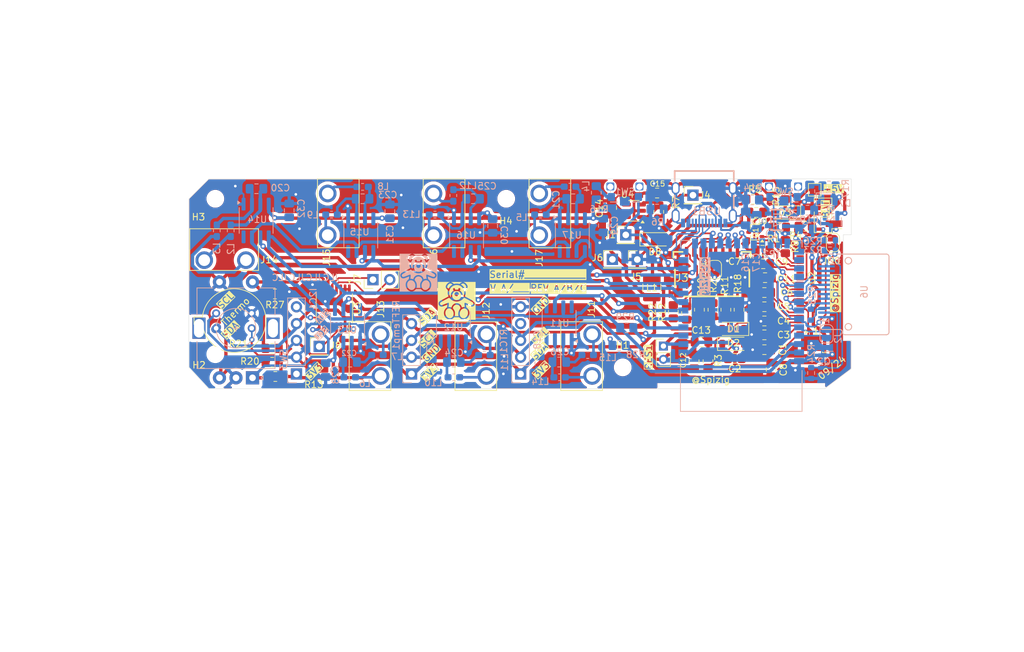
<source format=kicad_pcb>
(kicad_pcb (version 20240108) (generator "pcbnew") (generator_version "8.0")
  (layers (0 "F.Cu" signal) (31 "B.Cu" signal) (34 "B.Paste" user) (35 "F.Paste" user) (36 "B.SilkS" user "B.Silkscreen") (37 "F.SilkS" user "F.Silkscreen") (38 "B.Mask" user) (39 "F.Mask" user) (44 "Edge.Cuts" user))
  (net 0 "")
  (net 1 "Net-(U2-24)")
  (net 2 "+3.3VP")
  (net 3 "GND")
  (net 4 "Net-(D2-A)")
  (net 5 "Net-(U2-22)")
  (net 6 "Net-(D1-K)")
  (net 7 "Net-(U2-20)")
  (net 8 "Net-(U2-19)")
  (net 9 "Net-(U2-4)")
  (net 10 "Net-(U2-5)")
  (net 11 "Net-(D1-A)")
  (net 12 "Net-(D2-K)")
  (net 13 "Net-(U2-18)")
  (net 14 "/EPD_MOSI")
  (net 15 "/EPD_BUSY")
  (net 16 "/EPD_DC")
  (net 17 "/EPD_CS")
  (net 18 "/EPD_CLK")
  (net 19 "/SEL_R")
  (net 20 "Net-(Q1-G)")
  (net 24 "+5VD")
  (net 25 "+BATT")
  (net 26 "/D-")
  (net 27 "/D+")
  (net 28 "/TXD")
  (net 29 "/RXD")
  (net 30 "/LEDK")
  (net 31 "Net-(Q2-G)")
  (net 32 "/BLK")
  (net 33 "+5V")
  (net 35 "Net-(U6-LEDA)")
  (net 36 "Net-(D7-K)")
  (net 37 "VDC")
  (net 38 "Net-(U7-CHRG)")
  (net 39 "Net-(U7-PROG)")
  (net 40 "/Button1")
  (net 41 "/Button2")
  (net 42 "Net-(U6-~{RESET})")
  (net 43 "/Thermo_CS4")
  (net 44 "/Thermo_CS3")
  (net 45 "/Thermo_SO")
  (net 46 "/Thermo_CS1")
  (net 47 "/Thermo_CS2")
  (net 48 "/Thermo_CS6")
  (net 49 "/Thermo_CS5")
  (net 50 "/Thermo_SCK")
  (net 51 "/SCL")
  (net 52 "/SDA")
  (net 54 "Net-(R16-Pad2)")
  (net 55 "Net-(R17-Pad2)")
  (net 56 "/IO0")
  (net 58 "Net-(RES1-Pin_1)")
  (net 60 "Net-(USB1-CC2)")
  (net 61 "Net-(USB1-CC1)")
  (net 64 "/Thermo_CS7")
  (net 65 "Net-(U16-T+)")
  (net 66 "Net-(U16-T-)")
  (net 67 "Net-(U15-T+)")
  (net 68 "Net-(U15-T-)")
  (net 69 "Net-(U17-T+)")
  (net 70 "Net-(U12-T-)")
  (net 71 "Net-(U17-T-)")
  (net 72 "Net-(U13-T+)")
  (net 73 "/DAT2")
  (net 74 "/DAT3")
  (net 75 "/SDCK")
  (net 76 "/CMD")
  (net 77 "/DAT0")
  (net 78 "/DAT1")
  (net 79 "Net-(U12-T+)")
  (net 80 "Net-(U13-T-)")
  (net 81 "Net-(U14-T+)")
  (net 82 "Net-(U14-T-)")
  (net 83 "Net-(U11-T+)")
  (net 84 "Net-(J12-POS)")
  (net 85 "Net-(J12-NEG)")
  (net 86 "Net-(J13-POS)")
  (net 87 "Net-(J13-NEG)")
  (net 88 "Net-(J14-POS)")
  (net 89 "Net-(J14-NEG)")
  (net 90 "Net-(J15-NEG)")
  (net 91 "Net-(J15-POS)")
  (net 92 "Net-(J16-NEG)")
  (net 93 "Net-(J16-POS)")
  (net 94 "Net-(J17-POS)")
  (net 95 "Net-(J11-NEG)")
  (net 96 "Net-(J11-POS)")
  (net 97 "Net-(U11-T-)")
  (net 98 "Net-(J17-NEG)")
  (net 99 "/ROT_B")
  (net 100 "/ROT_A")
  (net 103 "Net-(U1-GPIO47{slash}SPICLK_P{slash}SUBSPICLK_P_DIFF)")
  (net 104 "/SD_DETECT")
  (net 105 "Net-(JP1-A)")
  (net 107 "/ROT_S")
  (net 109 "/ROT_C")
  (net 110 "/ROT_D")
  (net 111 "Net-(J8-Pin_1)")
  (net 112 "/ROT_I")
  (footprint "Package_TO_SOT_SMD:SOT-323_SC-70" (layer "F.Cu") (at 225.675 62.56598 180)
    (property "Reference" "Q1")
    (property "Value" "Si1308")
  )
  (footprint "Capacitor_SMD:C_0805_2012Metric_Pad1.18x1.45mm_HandSolder" (layer "F.Cu") (at 227.051 80.32499)
    (property "Reference" "C1")
    (property "Value" "105")
  )
  (footprint "Capacitor_SMD:C_0805_2012Metric_Pad1.18x1.45mm_HandSolder" (layer "F.Cu") (at 227.051 78.08299)
    (property "Reference" "C3")
    (property "Value" "105")
  )
  (footprint "Capacitor_SMD:C_0805_2012Metric_Pad1.18x1.45mm_HandSolder" (layer "F.Cu") (at 227.051 73.83299)
    (property "Reference" "C5")
    (property "Value" "105")
  )
  (footprint "Capacitor_SMD:C_0805_2012Metric_Pad1.18x1.45mm_HandSolder" (layer "F.Cu") (at 227.151 69.43299)
    (property "Reference" "C11")
    (property "Value" "105")
  )
  (footprint "Capacitor_SMD:C_0805_2012Metric_Pad1.18x1.45mm_HandSolder" (layer "F.Cu") (at 228.076 83.31598 90)
    (property "Reference" "C8")
    (property "Value" "104")
  )
  (footprint "Capacitor_SMD:C_0805_2012Metric_Pad1.18x1.45mm_HandSolder" (layer "F.Cu") (at 226.775 65.28299)
    (property "Reference" "C7")
    (property "Value" "105")
  )
  (footprint "Capacitor_SMD:C_0805_2012Metric_Pad1.18x1.45mm_HandSolder" (layer "F.Cu") (at 225.826 59.56598)
    (property "Reference" "C10")
    (property "Value" "4.7uF50V")
  )
  (footprint "Capacitor_SMD:C_0805_2012Metric_Pad1.18x1.45mm_HandSolder" (layer "F.Cu") (at 222.576 81.63299 180)
    (property "Reference" "C2")
    (property "Value" "105")
  )
  (footprint "Capacitor_SMD:C_0805_2012Metric_Pad1.18x1.45mm_HandSolder" (layer "F.Cu") (at 227.051 75.98299)
    (property "Reference" "C4")
    (property "Value" "105")
  )
  (footprint "Capacitor_SMD:C_0805_2012Metric_Pad1.18x1.45mm_HandSolder" (layer "F.Cu") (at 226.875 67.33299)
    (property "Reference" "C9")
    (property "Value" "105")
  )
  (footprint "Capacitor_SMD:C_0805_2012Metric_Pad1.18x1.45mm_HandSolder" (layer "F.Cu") (at 216.426 82.10348 -90)
    (property "Reference" "C12")
    (property "Value" "4.7uF50V")
  )
  (footprint "Diode_SMD:D_SOD-123" (layer "F.Cu") (at 230.176 59.56598 180)
    (property "Reference" "D3")
    (property "Value" "MBR0530")
  )
  (footprint "Diode_SMD:D_SOD-123" (layer "F.Cu") (at 222.326 79.43299)
    (property "Reference" "D2")
    (property "Value" "MBR0530" (hide yes))
  )
  (footprint "Diode_SMD:D_SOD-123" (layer "F.Cu") (at 222.326 77.18299 180)
    (property "Reference" "D1")
    (property "Value" "MBR0530")
  )
  (footprint "Inductor_SMD:L_1210_3225Metric" (layer "F.Cu") (at 210.025 70.98299 -90)
    (property "Reference" "L1")
    (property "Value" "68uH1A" (hide yes))
  )
  (footprint "Resistor_SMD:R_0805_2012Metric_Pad1.20x1.40mm_HandSolder" (layer "F.Cu") (at 229.326 61.81598)
    (property "Reference" "R1")
    (property "Value" "10K")
  )
  (footprint "Capacitor_SMD:C_0805_2012Metric_Pad1.18x1.45mm_HandSolder" (layer "F.Cu") (at 227.051 71.68299)
    (property "Reference" "C6")
    (property "Value" "105")
  )
  (footprint "Connector_FFC-FPC:TE_2-1734839-4_1x24-1MP_P0.5mm_Horizontal" (layer "F.Cu") (at 233.799 71.94299 90)
    (property "Reference" "U2")
    (property "Value" "FPCConn" (hide yes))
  )
  (footprint "Resistor_SMD:R_0805_2012Metric_Pad1.20x1.40mm_HandSolder" (layer "F.Cu") (at 230.225 64.73299 -90)
    (property "Reference" "R8")
    (property "Value" "3R")
  )
  (footprint "PCC-SMP-V-K:OMEGA_PCC-SMP-V-K" (layer "F.Cu") (at 169 78 90)
    (property "Reference" "J13")
    (property "Value" "PCC-SMP-V-K")
  )
  (footprint "Package_SO:TSSOP-16_4.4x5mm_P0.65mm" (layer "F.Cu") (at 162.0026 74.06269 -90)
    (property "Reference" "U3")
    (property "Value" "TCA9554PW")
  )
  (footprint "MountingHole:MountingHole_2.2mm_M2" (layer "F.Cu") (at 205.625 83)
    (property "Reference" "H1")
    (property "Value" "MountingHole")
  )
  (footprint "PCC-SMP-V-K:OMEGA_PCC-SMP-V-K" (layer "F.Cu") (at 177 63 -90)
    (property "Reference" "J16")
    (property "Value" "PCC-SMP-V-K")
  )
  (footprint "Connector_PinHeader_2.54mm:PinHeader_1x02_P2.54mm_Vertical_SMD_Pin1Left" (layer "F.Cu") (at 235.926 59.99598 180)
    (property "Reference" "BAT")
    (property "Value" "PWR")
  )
  (footprint "Connector_PinHeader_2.54mm:PinHeader_1x01_P2.54mm_Vertical" (layer "F.Cu") (at 204.065 66.66299)
    (property "Reference" "J6")
    (property "Value" "Conn_01x01_Pin")
  )
  (footprint "Capacitor_SMD:C_0805_2012Metric_Pad1.18x1.45mm_HandSolder" (layer "F.Cu") (at 203.951 58.85348 -90)
    (property "Reference" "C14")
    (property "Value" "4.7uF50V")
  )
  (footprint "PCC-SMP-V-K:OMEGA_PCC-SMP-V-K" (layer "F.Cu") (at 193 63 -90)
    (property "Reference" "J17")
    (property "Value" "PCC-SMP-V-K")
  )
  (footprint "MountingHole:MountingHole_2.2mm_M2" (layer "F.Cu") (at 144 81)
    (property "Reference" "H2")
    (property "Value" "MountingHole")
  )
  (footprint "Connector_PinHeader_2.54mm:PinHeader_1x01_P2.54mm_Vertical" (layer "F.Cu") (at 206.085 62.96299)
    (property "Reference" "J1")
    (property "Value" "Conn_01x01_Pin")
  )
  (footprint "MLX90640:MLX90640" (layer "F.Cu") (at 145.044239 77.719386 45)
    (property "Reference" "Thermo")
    (property "Value" "MLX90640")
  )
  (footprint "Resistor_SMD:R_0805_2012Metric_Pad1.20x1.40mm_HandSolder" (layer "F.Cu") (at 219.275 74.28299 90)
    (property "Reference" "R2")
    (property "Value" "10k")
  )
  (footprint "Resistor_SMD:R_0805_2012Metric_Pad1.20x1.40mm_HandSolder" (layer "F.Cu") (at 230.201 56.56598 90)
    (property "Reference" "R15")
    (property "Value" "100K")
  )
  (footprint "Connector_PinHeader_2.54mm:PinHeader_1x02_P2.54mm_Vertical" (layer "F.Cu") (at 167.8446 69.72699 90)
    (property "Reference" "J7")
    (property "Value" "Conn_01x02_Pin")
  )
  (footprint "Capacitor_SMD:C_0805_2012Metric_Pad1.18x1.45mm_HandSolder" (layer "F.Cu") (at 217.5375 79.13299)
    (property "Reference" "C13")
    (property "Value" "100nF")
  )
  (footprint "Resistor_SMD:R_0805_2012Metric_Pad1.20x1.40mm_HandSolder" (layer "F.Cu") (at 218.526 82.06598 -90)
    (property "Reference" "R3")
    (property "Value" "10K")
  )
  (footprint "Resistor_SMD:R_0805_2012Metric_Pad1.20x1.40mm_HandSolder" (layer "F.Cu") (at 152.6 80.13299)
    (property "Reference" "R21")
    (property "Value" "10k")
  )
  (footprint "baer_klein:baerklein" (layer "F.Cu") (at 180.4938 72.92739)
    (property "Reference" "LOG2" (hide yes))
    (property "Value" "MountingHole" (hide yes))
  )
  (footprint "Diode_SMD:D_SOD-123" (layer "F.Cu") (at 210.575 63.63299)
    (property "Reference" "D8")
    (property "Value" "MBR0530")
  )
  (footprint "Resistor_SMD:R_0805_2012Metric_Pad1.20x1.40mm_HandSolder" (layer "F.Cu") (at 217.225 74.28299 90)
    (property "Reference" "R10")
    (property "Value" "10k")
  )
  (footprint "Resistor_SMD:R_0805_2012Metric_Pad1.20x1.40mm_HandSolder" (layer "F.Cu") (at 215.275 74.78299 90)
    (property "Reference" "R12")
    (property "Value" "10k")
  )
  (footprint "PCC-SMP-V-K:OMEGA_PCC-SMP-V-K" (layer "F.Cu") (at 161 63 -90)
    (property "Reference" "J15")
    (property "Value" "PCC-SMP-V-K")
  )
  (footprint "PCC-SMP-V-K:OMEGA_PCC-SMP-V-K" (layer "F.Cu") (at 201 78 90)
    (property "Reference" "J11")
    (property "Value" "PCC-SMP-V-K")
  )
  (footprint "PCC-SMP-V-K:OMEGA_PCC-SMP-V-K" (layer "F.Cu") (at 185 78 90)
    (property "Reference" "J12")
    (property "Value" "PCC-SMP-V-K")
  )
  (footprint "tp4056:TF-SMD_XKTF-0803-0" (layer "F.Cu") (at 219.125 68.63299 180)
    (property "Reference" "J3")
    (property "Value" "Micro_SD_Card_Det_US" (hide yes))
  )
  (footprint "Resistor_SMD:R_0805_2012Metric_Pad1.20x1.40mm_HandSolder" (layer "F.Cu") (at 221.225 74.28299 -90)
    (property "Reference" "R11")
    (property "Value" "10k")
  )
  (footprint "MountingHole:MountingHole_2.2mm_M2" (layer "F.Cu") (at 188 57.5)
    (property "Reference" "H4")
    (property "Value" "MountingHole")
  )
  (footprint "Resistor_SMD:R_0805_2012Metric_Pad1.20x1.40mm_HandSolder" (layer "F.Cu") (at 213.275 74.58299 90)
    (property "Reference" "R22")
    (property "Value" "10k")
  )
  (footprint "Connector_PinHeader_2.54mm:PinHeader_1x01_P2.54mm_Vertical" (layer "F.Cu") (at 159.7166 79.83619)
    (property "Reference" "J8")
    (property "Value" "Conn_01x01_Pin")
  )
  (footprint "Jumper:SolderJumper-2_P1.3mm_Open_RoundedPad1.0x1.5mm" (layer "F.Cu") (at 237.426 64.11598 -90)
    (property "Reference" "IO0")
    (property "Value" "Conn_01x02_Pin")
  )
  (footprint "Resistor_SMD:R_0805_2012Metric_Pad1.20x1.40mm_HandSolder" (layer "F.Cu") (at 233.226 61.66598)
    (property "Reference" "R4")
    (property "Value" "10K")
  )
  (footprint "Connector_PinHeader_2.00mm:PinHeader_1x02_P2.00mm_Vertical" (layer "F.Cu") (at 211.775 79.78299)
    (property "Reference" "RES1")
    (property "Value" "Conn_01x02_Pin")
  )
  (footprint "Resistor_SMD:R_0805_2012Metric_Pad1.20x1.40mm_HandSolder" (layer "F.Cu") (at 153.011 71.89299 180)
    (property "Reference" "R27")
    (property "Value" "10k")
  )
  (footprint "Resistor_SMD:R_0805_2012Metric_Pad1.20x1.40mm_HandSolder" (layer "F.Cu") (at 153.075 84.38299 180)
    (property "Reference" "R13")
    (property "Value" "10k")
  )
  (footprint "Connector_PinHeader_2.54mm:PinHeader_1x01_P2.54mm_Vertical" (layer "F.Cu") (at 207.825 66.68299)
    (property "Reference" "J5")
    (property "Value" "Conn_01x01_Pin")
  )
  (footprint "MountingHole:MountingHole_2.2mm_M2" (layer "F.Cu") (at 144 57.5)
    (property "Reference" "H3")
    (property "Value" "MountingHole")
  )
  (footprint "Resistor_SMD:R_0805_2012Metric_Pad1.20x1.40mm_HandSolder" (layer "F.Cu") (at 211.076 59.48299 -90)
    (property "Reference" "R7")
    (property "Value" "0R")
  )
  (footprint "Resistor_SMD:R_0805_2012Metric_Pad1.20x1.40mm_HandSolder" (layer "F.Cu") (at 223.225 74.28299 -90)
    (property "Reference" "R18")
    (property "Value" "10k")
  )
  (footprint "Resistor_SMD:R_0805_2012Metric_Pad1.20x1.40mm_HandSolder" (layer "F.Cu") (at 225.326 57.56598 180)
    (property "Reference" "R5")
    (property "Value" "5k11")
  )
  (footprint "Capacitor_SMD:C_0805_2012Metric_Pad1.18x1.45mm_HandSolder" (layer "F.Cu") (at 210.826 56.63299)
    (property "Reference" "C15")
    (property "Value" "4.7uF50V")
  )
  (footprint "TestPoint:TestPoint_Pad_1.5x1.5mm" (layer "F.Cu") (at 234.661 56.138916)
    (property "Reference" "+5V")
    (property "Value" "TestPoint")
  )
  (footprint "Jumper:SolderJumper-2_P1.3mm_Bridged2Bar_RoundedPad1.0x1.5mm" (layer "F.Cu") (at 219.555 68.21299 90)
    (property "Reference" "JP1")
    (property "Value" "Jumper_2_Open")
  )
  (footprint "PCC-SMP-V-K:OMEGA_PCC-SMP-V-K" (layer "F.Cu") (at 148.625 66.78299)
    (property "Reference" "J14")
    (property "Value" "PCC-SMP-V-K")
  )
  (footprint "Connector_PinHeader_2.54mm:PinHeader_1x01_P2.54mm_Vertical" (layer "F.Cu") (at 216.245 56.95299)
    (property "Reference" "J4")
    (property "Value" "Conn_01x01_Pin")
  )
  (footprint "Resistor_SMD:R_0805_2012Metric_Pad1.20x1.40mm_HandSolder" (layer "F.Cu") (at 152.6 82.23299)
    (property "Reference" "R20")
    (property "Value" "10k")
  )
  (footprint "Package_TO_SOT_SMD:SOT-23-5" (layer "F.Cu") (at 207.326 59.31598 180)
    (property "Reference" "U4")
    (property "Value" "RT9013")
  )
  (footprint "Package_SO:SOIC-8_3.9x4.9mm_P1.27mm" (layer "B.Cu") (at 150.175 60.78299 -90)
    (property "Reference" "U14")
    (property "Value" "MAX31855KASA")
  )
  (footprint "open-Smartwatch:GC9A01_IPS_display_reversed" (layer "B.Cu") (at 236.7 71.56598 90)
    (property "Reference" "U6")
    (property "Value" "GC9A01_IPS_display")
  )
  (footprint "Jumper:SolderJumper-2_P1.3mm_Open_RoundedPad1.0x1.5mm" (layer "B.Cu") (at 236.451 77.93299 90)
    (property "Reference" "J2")
    (property "Value" "Conn_01x02_Pin")
  )
  (footprint "Inductor_SMD:L_0603_1608Metric_Pad1.05x0.95mm_HandSolder" (layer "B.Cu") (at 168.525 81.13299 180)
    (property "Reference" "L7")
    (property "Value" "L")
  )
  (footprint "tp4056:RotaryEncoder_Alps_EC11E-Switch_Vertical_H20mm" (layer "B.Cu") (at 149.625 84.58299 90)
    (property "Reference" "SW3")
    (property "Value" "Rotary_Encoder_Switch")
  )
  (footprint "Inductor_SMD:L_0603_1608Metric_Pad1.05x0.95mm_HandSolder" (layer "B.Cu") (at 180.075 84.5 180)
    (property "Reference" "L10")
    (property "Value" "L")
  )
  (footprint "Resistor_SMD:R_0805_2012Metric_Pad1.20x1.40mm_HandSolder" (layer "B.Cu") (at 201.625 56.58299 90)
    (property "Reference" "R16")
    (property "Value" "100K")
  )
  (footprint "Package_SO:SOIC-8_3.9x4.9mm_P1.27mm" (layer "B.Cu") (at 180 76.50799 90)
    (property "Reference" "U12")
    (property "Value" "MAX31855KASA")
  )
  (footprint "Package_TO_SOT_SMD:SOT-23" (layer "B.Cu") (at 236.8125 82.13299)
    (property "Reference" "Q2")
    (property "Value" "2N7002")
  )
  (footprint "tp4056:SW_SPST_CK_KMS2xxGP" (layer "B.Cu") (at 205.951 56.43299)
    (property "Reference" "SW1")
    (property "Value" "SW_Push")
  )
  (footprint "TestPoint:TestPoint_Pad_D1.0mm" (layer "B.Cu") (at 228.035 62.78299 180)
    (property "Reference" "TP2")
    (property "Value" "TestPoint")
  )
  (footprint "Resistor_SMD:R_0603_1608Metric" (layer "B.Cu") (at 234.075 75.03299 90)
    (property "Reference" "R25")
    (property "Value" "22")
  )
  (footprint "Capacitor_SMD:C_0805_2012Metric_Pad1.18x1.45mm_HandSolder" (layer "B.Cu") (at 196.025 82.2)
    (property "Reference" "C26")
    (property "Value" "100nF")
  )
  (footprint "Inductor_SMD:L_0603_1608Metric_Pad1.05x0.95mm_HandSolder" (layer "B.Cu") (at 161.575 59.9)
    (property "Reference" "L9")
    (property "Value" "L")
  )
  (footprint "tp4056:SW_SPST_CK_KMS2xxGP" (layer "B.Cu") (at 229.951 56.43299)
    (property "Reference" "SW2")
    (property "Value" "SW_Push")
  )
  (footprint "Capacitor_SMD:C_0805_2012Metric_Pad1.18x1.45mm_HandSolder" (layer "B.Cu") (at 233.325 62.12299 180)
    (property "Reference" "C19")
    (property "Value" "100nF")
  )
  (footprint "Inductor_SMD:L_0603_1608Metric_Pad1.05x0.95mm_HandSolder" (layer "B.Cu") (at 166.275 55.7)
    (property "Reference" "L8")
    (property "Value" "L")
  )
  (footprint "Package_TO_SOT_SMD:SOT-23" (layer "B.Cu") (at 237.126 61.00348 -90)
    (property "Reference" "SI2")
    (property "Value" "SI2301CDS")
  )
  (footprint "Inductor_SMD:L_0603_1608Metric_Pad1.05x0.95mm_HandSolder" (layer "B.Cu") (at 146.325 62.33299 90)
    (property "Reference" "L2")
    (property "Value" "L")
  )
  (footprint "Package_SO:SOIC-8_3.9x4.9mm_P1.27mm" (layer "B.Cu") (at 166 63 -90)
    (property "Reference" "U15")
    (property "Value" "MAX31855KASA")
  )
  (footprint "Capacitor_SMD:C_0805_2012Metric_Pad1.18x1.45mm_HandSolder" (layer "B.Cu") (at 225.926 60.96598 90)
    (property "Reference" "C17")
    (property "Value" "100nF")
  )
  (footprint "Inductor_SMD:L_0603_1608Metric_Pad1.05x0.95mm_HandSolder" (layer "B.Cu") (at 197.65 55.67299)
    (property "Reference" "L4")
    (property "Value" "L")
  )
  (footprint "Inductor_SMD:L_0603_1608Metric_Pad1.05x0.95mm_HandSolder" (layer "B.Cu") (at 200.325 81.13299 180)
    (property "Reference" "L15")
    (property "Value" "L")
  )
  (footprint "Capacitor_SMD:C_0805_2012Metric_Pad1.18x1.45mm_HandSolder" (layer "B.Cu") (at 180.075 82.2)
    (property "Reference" "C24")
    (property "Value" "100nF")
  )
  (footprint "Inductor_SMD:L_0603_1608Metric_Pad1.05x0.95mm_HandSolder" (layer "B.Cu") (at 144.225 62.33299 90)
    (property "Reference" "L3")
    (property "Value" "L")
  )
  (footprint "Connector_PinHeader_2.54mm:PinHeader_1x04_P2.54mm_Vertical" (layer "B.Cu") (at 173.675 84)
    (property "Reference" "REFTemp1")
    (property "Value" "Conn_01x04_Pin")
  )
  (footprint "tp4056:USB-C_SMD-TYPE-C-31-M-12" (layer "B.Cu") (at 217.951 58.53299)
    (property "Reference" "USB1")
    (property "Value" "KoreanHropartsElecTYPE-C-31-M-12" (hide yes))
  )
  (footprint "Capacitor_SMD:C_0805_2012Metric_Pad1.18x1.45mm_HandSolder" (layer "B.Cu") (at 155.175 59.25799 -90)
    (property "Reference" "C32")
    (property "Value" "100nF")
  )
  (footprint "Inductor_SMD:L_0603_1608Metric_Pad1.05x0.95mm_HandSolder" (layer "B.Cu") (at 177.225 59.9)
    (property "Reference" "L13")
    (property "Value" "L")
  )
  (footprint "Resistor_SMD:R_0805_2012Metric_Pad1.20x1.40mm_HandSolder" (layer "B.Cu") (at 225.226 57.66598 180)
    (property "Reference" "R14")
    (property "Value" "1K")
  )
  (footprint "Capacitor_SMD:C_0805_2012Metric_Pad1.18x1.45mm_HandSolder" (layer "B.Cu") (at 185.95 61.60799 90)
    (property "Reference" "C30")
    (property "Value" "100nF")
  )
  (footprint "Resistor_SMD:R_0805_2012Metric_Pad1.20x1.40mm_HandSolder" (layer "B.Cu") (at 210.826 59.06598)
    (property "Reference" "R6")
    (property "Value" "5k11")
  )
  (footprint "Connector_PinHeader_2.54mm:PinHeader_1x05_P2.54mm_Vertical" (layer "B.Cu") (at 156.275 84)
    (property "Reference" "I2C1")
    (property "Value" "Conn_01x05_Pin")
  )
  (footprint "Resistor_SMD:R_0805_2012Metric_Pad1.20x1.40mm_HandSolder" (layer "B.Cu") (at 236.826 55.56598 180)
    (property "Reference" "R17")
    (property "Value" "100K")
  )
  (footprint "tp4056:ESP32-S3-WROOM-1" (layer "B.Cu") (at 223.551 76.75598)
    (property "Reference" "U1")
    (property "Value" "ESP32-S3-WROOM-1-Espressif")
  )
  (footprint "Capacitor_SMD:C_0805_2012Metric_Pad1.18x1.45mm_HandSolder" (layer "B.Cu") (at 160.6818 83.41369 90)
    (property "Reference" "C28")
    (property "Value" "100nF")
  )
  (footprint "Capacitor_SMD:C_0805_2012Metric_Pad1.18x1.45mm_HandSolder" (layer "B.Cu") (at 198.125 57.5 180)
    (property "Reference" "C21")
    (property "Value" "100nF")
  )
  (footprint "Connector_PinHeader_2.54mm:PinHeader_1x05_P2.54mm_Vertical" (layer "B.Cu") (at 190.175 84)
    (property "Reference" "RTC1")
    (property "Value" "Conn_01x05_Pin")
  )
  (footprint "Inductor_SMD:L_0603_1608Metric_Pad1.05x0.95mm_HandSolder" (layer "B.Cu") (at 180 57 90)
    (property "Reference" "L12")
    (property "Value" "L")
  )
  (footprint "Resistor_SMD:R_0805_2012Metric_Pad1.20x1.40mm_HandSolder" (layer "B.Cu") (at 233.926 56.36598 90)
    (property "Reference" "R19" (hide yes))
    (property "Value" "300K")
  )
  (footprint "Package_SO:SOIC-8_3.9x4.9mm_P1.27mm" (layer "B.Cu") (at 164 76.73299 90)
    (property "Reference" "U13")
    (property "Value" "MAX31855KASA")
  )
  (footprint "Resistor_SMD:R_0603_1608Metric" (layer "B.Cu") (at 236.975 63.78299)
    (property "Reference" "R26")
    (property "Value" "0R")
  )
  (footprint "Package_SO:SOIC-8_3.9x4.9mm_P1.27mm" (layer "B.Cu") (at 182 63 -90)
    (property "Reference" "U16")
    (property "Value" "MAX31855KASA")
  )
  (footprint "Inductor_SMD:L_0603_1608Metric_Pad1.05x0.95mm_HandSolder" (layer "B.Cu") (at 193.175 59.9)
    (property "Reference" "L5")
    (property "Value" "L")
  )
  (footprint "baer_klein:baerklein" (layer "B.Cu") (at 174.738111 68.66029 180)
    (property "Reference" "LOG1" (hide yes))
    (property "Value" "MountingHole" (hide yes))
  )
  (footprint "Package_SO:SOIC-8_3.9x4.9mm_P1.27mm" (layer "B.Cu") (at 198 63 -90)
    (property "Reference" "U17")
    (property "Value" "MAX31855KASA")
  )
  (footprint "Package_SO:SOIC-8_3.9x4.9mm_P1.27mm" (layer "B.Cu") (at 196 76.33299 90)
    (property "Reference" "U11")
    (property "Value" "MAX31855KASA")
  )
  (footprint "Capacitor_SMD:C_0805_2012Metric_Pad1.18x1.45mm_HandSolder" (layer "B.Cu") (at 170.4 59.40799 -90)
    (property "Reference" "C31")
    (property "Value" "100nF")
  )
  (footprint "Inductor_SMD:L_0603_1608Metric_Pad1.05x0.95mm_HandSolder" (layer "B.Cu") (at 164.325 84.5 180)
    (property "Reference" "L6")
    (property "Value" "L")
  )
  (footprint "Capacitor_SMD:C_0805_2012Metric_Pad1.18x1.45mm_HandSolder" (layer "B.Cu") (at 150.225 55.98299 180)
    (property "Reference" "C20")
    (property "Value" "100nF")
  )
  (footprint "tp4056:SOT-23-5_L3.0-W1.7-P0.95-LS2.8-BR" (layer "B.Cu") (at 228.926 60.7)
    (property "Reference" "U7")
    (property "Value" "TP4065" (hide yes))
  )
  (footprint "Capacitor_SMD:C_0805_2012Metric_Pad1.18x1.45mm_HandSolder" (layer "B.Cu") (at 183 57.5 180)
    (property "Reference" "C25")
    (property "Value" "100nF")
  )
  (footprint "Inductor_SMD:L_0603_1608Metric_Pad1.05x0.95mm_HandSolder" (layer "B.Cu") (at 184.695 81.13299 180)
    (property "Reference" "L11")
    (property "Value" "L")
  )
  (footprint "Capacitor_SMD:C_0805_2012Metric_Pad1.18x1.45mm_HandSolder" (layer "B.Cu") (at 164.375 82.2)
    (property "Reference" "C22")
    (property "Value" "100nF")
  )
  (footprint "Inductor_SMD:L_0603_1608Metric_Pad1.05x0.95mm_HandSolder" (layer "B.Cu") (at 196.075 84.5 180)
    (property "Reference" "L14")
    (property "Value" "L")
  )
  (footprint "Resistor_SMD:R_0603_1608Metric" (layer "B.Cu") (at 236.975 65.33299)
    (property "Reference" "R23")
    (property "Value" "10k")
  )
  (footprint "Resistor_SMD:R_0805_2012Metric_Pad1.20x1.40mm_HandSolder" (layer "B.Cu") (at 206.225 77.00299)
    (property "Reference" "R29")
    (property "Value" "10k")
  )
  (footprint "Capacitor_SMD:C_0805_2012Metric_Pad1.18x1.45mm_HandSolder" (layer "B.Cu") (at 202.6934 61.54819 90)
    (property "Reference" "C29")
    (property "Value" "100nF")
  )
  (footprint "Resistor_SMD:R_0805_2012Metric_Pad1.20x1.40mm_HandSolder" (layer "B.Cu") (at 205.081 79.68379 180)
    (property "Reference" "R28")
    (property "Value" "10k")
  )
  (footprint "Capacitor_SMD:C_0805_2012Metric_Pad1.18x1.45mm_HandSolder" (layer "B.Cu") (at 224.225 60.47049 90)
    (property "Reference" "C16")
    (property "Value" "1uF")
  )
  (footprint "Resistor_SMD:R_0805_2012Metric_Pad1.20x1.40mm_HandSolder" (layer "B.Cu") (at 233.576 59.23299 180)
    (property "Reference" "R9")
    (property "Value" "1K")
  )
  (footprint "Capacitor_SMD:C_0805_2012Metric_Pad1.18x1.45mm_HandSolder" (layer "B.Cu") (at 176.755 82.78299 90)
    (property "Reference" "C27")
    (property "Value" "100nF")
  )
  (footprint "Capacitor_SMD:C_0805_2012Metric_Pad1.18x1.45mm_HandSolder" (layer "B.Cu") (at 193.075 82.38299 90)
    (property "Reference" "C18")
    (property "Value" "100nF")
  )
  (footprint "LED_SMD:LED_0805_2012Metric" (layer "B.Cu") (at 236.576 57.56598)
    (property "Reference" "D7")
    (property "Value" "LED")
  )
  (footprint "Capacitor_SMD:C_0805_2012Metric_Pad1.18x1.45mm_HandSolder" (layer "B.Cu") (at 166.275 57.5 180)
    (property "Reference" "C23")
    (property "Value" "100nF")
  )
  (footprint "Resistor_SMD:R_0603_1608Metric" (layer "B.Cu") (at 234.125 83.85799 90)
    (property "Reference" "R24")
    (property "Value" "1M")
  )
  (gr_line (start 240.175 62.93299) (end 240.175 54.5) (stroke (width 0.05)) (layer "Edge.Cuts"))
  (gr_line (start 140 83) (end 140 57.5) (stroke (width 0.05)) (layer "Edge.Cuts"))
  (gr_line (start 240.175 78.93299) (end 239 78.93299) (stroke (width 0.05)) (layer "Edge.Cuts"))
  (gr_line (start 240.175 83.23299) (end 240.175 78.93299) (stroke (width 0.05)) (layer "Edge.Cuts"))
  (gr_line (start 140 83) (end 143 86.23299) (stroke (width 0.05)) (layer "Edge.Cuts"))
  (gr_line (start 239 62.93299) (end 240.175 62.93299) (stroke (width 0.05)) (layer "Edge.Cuts"))
  (gr_line (start 143 86.23299) (end 236.175 86.23299) (stroke (width 0.05)) (layer "Edge.Cuts"))
  (gr_line (start 239 78.93299) (end 239 62.93299) (stroke (width 0.05)) (layer "Edge.Cuts"))
  (gr_line (start 143 54.5) (end 240.175 54.5) (stroke (width 0.05)) (layer "Edge.Cuts"))
  (gr_line (start 140 57.5) (end 143 54.5) (stroke (width 0.05)) (layer "Edge.Cuts"))
  (gr_line (start 240.175 83.23299) (end 236.175 86.23299) (stroke (width 0.05)) (layer "Edge.Cuts"))
  (gr_text "@Spizig" (at 217.925 69.25299 90) (layer "B.SilkS" knockout) (effects (font (size 1 1)) (justify mirror)))
  (gr_text "JLCJLCJLCJLC" (at 157.695 69.41299 0) (layer "B.SilkS") (effects (font (size 1 1)) (justify mirror)))
  (gr_text "SCL" (at 161.2914 77.29619 45) (layer "B.SilkS" knockout) (effects (font (size 0.8 0.8)) (justify left bottom mirror)))
  (gr_text "SDA" (at 161.44 74.78299 45) (layer "B.SilkS" knockout) (effects (font (size 0.8 0.8) (thickness 0.13)) (justify left bottom mirror)))
  (gr_text "1" (at 234.855 77.53099 0) (layer "F.SilkS") (effects (font (size 1 1))))
  (gr_text "@Spizig" (at 237.7 71.75799 90) (layer "F.SilkS" knockout) (effects (font (size 1 1))))
  (gr_text "09/24" (at 237.275 83.05299 38) (layer "F.SilkS") (effects (font (size 1 1))))
  (gr_text "3V3" (at 158.35 85.05799 45) (layer "F.SilkS" knockout) (effects (font (size 1 1)) (justify left bottom)))
  (gr_text "3V3" (at 175.825 85.25799 45) (layer "F.SilkS" knockout) (effects (font (size 1 1)) (justify left bottom)))
  (gr_text "SDA" (at 145.645 78.87099 45) (layer "F.SilkS" knockout) (effects (font (size 1 1)) (justify left bottom)))
  (gr_text "SDA" (at 175.4138 76.88979 45) (layer "F.SilkS" knockout) (effects (font (size 1 1)) (justify left bottom)))
  (gr_text "SCL" (at 144.9338 74.40059 45) (layer "F.SilkS" knockout) (effects (font (size 1 1)) (justify left bottom)))
  (gr_text "GND" (at 192.525 75.2 45) (layer "F.SilkS" knockout) (effects (font (size 1 1)) (justify left bottom)))
  (gr_text "SDA" (at 192.4 82.08299 45) (layer "F.SilkS" knockout) (effects (font (size 1 1)) (justify left bottom)))
  (gr_text "3V3" (at 192.725 84.85799 45) (layer "F.SilkS" knockout) (effects (font (size 1 1)) (justify left bottom)))
  (gr_text "SCL" (at 175.475 80.2 45) (layer "F.SilkS" knockout) (effects (font (size 1 1)) (justify left bottom)))
  (gr_text "Serial#____________     " (at 194.615 68.96299 0) (layer "F.SilkS" knockout) (effects (font (size 1 1))))
  (gr_text "@Spizig" (at 218.926 84.86598 0) (layer "F.SilkS") (effects (font (size 1 1))))
  (gr_text "V A/___" (at 188.48 71 0) (layer "F.SilkS" knockout) (effects (font (size 1 1))))
  (gr_text "REV A/B/C" (at 195.9 71 0) (layer "F.SilkS" knockout) (effects (font (size 1 1))))
  (gr_text "SCL" (at 192.525 79.80799 45) (layer "F.SilkS" knockout) (effects (font (size 1 1)) (justify left bottom)))
  (gr_text "GND" (at 175.925 82.45799 45) (layer "F.SilkS" knockout) (effects (font (size 1 1)) (justify left bottom)))
  (segment (start 230.034 80.10799) (end 232.449 77.69299) (width 0.25) (layer "F.Cu") (net 1))
  (segment (start 228.5055 80.10799) (end 230.034 80.10799) (width 0.25) (layer "F.Cu") (net 1))
  (segment (start 203.535 79.88299) (end 194.005 79.88299) (width 0.5) (layer "F.Cu") (net 2))
  (segment (start 208.434008 80.911998) (end 210.66299 83.14098) (width 0.5) (layer "F.Cu") (net 2))
  (segment (start 153.925 80.13299) (end 153.925 84.23299) (width 0.5) (layer "F.Cu") (net 2))
  (segment (start 234.466496 76.543064) (end 234.466496 74.175484) (width 0.5) (layer "F.Cu") (net 2))
  (segment (start 233.326 73.19299) (end 233.326 73.31598) (width 0.25) (layer "F.Cu") (net 2))
  (segment (start 221.225 75.28299) (end 221.576 75.63399) (width 0.3) (layer "F.Cu") (net 2))
  (segment (start 153.925 84.23299) (end 154.075 84.38299) (width 0.5) (layer "F.Cu") (net 2))
  (segment (start 234.964414 77.040982) (end 234.466496 76.543064) (width 0.5) (layer "F.Cu") (net 2))
  (segment (start 210.425 72.83299) (end 210.425 77.735072) (width 0.5) (layer "F.Cu") (net 2))
  (segment (start 171.38931 82.5225) (end 168.263735 82.5225) (width 0.5) (layer "F.Cu") (net 2))
  (segment (start 235.951908 62.097728) (end 234.657748 62.097728) (width 0.5) (layer "F.Cu") (net 2))
  (segment (start 217.225 75.28299) (end 218.255 74.25299) (width 0.25) (layer "F.Cu") (net 2))
  (segment (start 169.225 60.43299) (end 153.025 60.43299) (width 0.5) (layer "F.Cu") (net 2))
  (segment (start 222.979122 82.80799) (end 222.576 82.404868) (width 0.5) (layer "F.Cu") (net 2))
  (segment (start 221.576 75.63399) (end 221.576 77.88199) (width 0.3) (layer "F.Cu") (net 2))
  (segment (start 173.4274 84.56059) (end 171.38931 82.5225) (width 0.5) (layer "F.Cu") (net 2))
  (segment (start 194.005 79.88299) (end 190.175 83.71299) (width 0.5) (layer "F.Cu") (net 2))
  (segment (start 220.479126 78.179864) (end 219.626 79.03299) (width 0.3) (layer "F.Cu") (net 2))
  (segment (start 164.547 77.19459) (end 164.2776 76.92519) (width 0.5) (layer "F.Cu") (net 2))
  (segment (start 153.025 60.43299) (end 152.975 60.38299) (width 0.5) (layer "F.Cu") (net 2))
  (segment (start 222.826 80.15799) (end 222.626 80.35799) (width 0.4) (layer "F.Cu") (net 2))
  (segment (start 221.576 83.56598) (end 216.826 83.56598) (width 0.4) (layer "F.Cu") (net 2))
  (segment (start 161.8502 81.91899) (end 161.8502 84.56059) (width 0.5) (layer "F.Cu") (net 2))
  (segment (start 218.25 74.12799) (end 218.25 72.05799) (width 0.25) (layer "F.Cu") (net 2))
  (segment (start 221.278126 78.179864) (end 220.479126 78.179864) (width 0.3) (layer "F.Cu") (net 2))
  (segment (start 221.576 77.88199) (end 221.278126 78.179864) (width 0.3) (layer "F.Cu") (net 2))
  (segment (start 209.185 72.38299) (end 206.1885 69.38649) (width 0.5) (layer "F.Cu") (net 2))
  (segment (start 168.263735 82.5225) (end 166.225645 84.56059) (width 0.5) (layer "F.Cu") (net 2))
  (segment (start 222.576 82.404868) (end 222.576 80.861112) (width 0.5) (layer "F.Cu") (net 2))
  (segment (start 208.434008 79.726064) (end 208.434008 80.03299) (width 0.5) (layer "F.Cu") (net 2))
  (segment (start 235.051173 73.02899) (end 234.455471 73.624692) (width 0.5) (layer "F.Cu") (net 2))
  (segment (start 219.626 79.03299) (end 219.626 81.96598) (width 0.3) (layer "F.Cu") (net 2))
  (segment (start 222.826 80.611112) (end 222.826 80.15799) (width 0.5) (layer "F.Cu") (net 2))
  (segment (start 232.449 73.69299) (end 233.359 73.69299) (width 0.25) (layer "F.Cu") (net 2))
  (segment (start 235.20301 73.19299) (end 235.326 73.31598) (width 0.25) (layer "F.Cu") (net 2))
  (segment (start 233.670998 73.19299) (end 233.764999 73.286991) (width 0.25) (layer "F.Cu") (net 2))
  (segment (start 185.2182 60.43299) (end 184.365 60.43299) (width 0.5) (layer "F.Cu") (net 2))
  (segment (start 206.1885 69.38649) (end 206.1885 67.79649) (width 0.5) (layer "F.Cu") (net 2))
  (segment (start 234.25 70.35799) (end 235.326 71.43399) (width 0.5) (layer "F.Cu") (net 2))
  (segment (start 204.326 60.26598) (end 203.951 59.89098) (width 0.5) (layer "F.Cu") (net 2))
  (segment (start 201.1694 60.43299) (end 185.925 60.43299) (width 0.5) (layer "F.Cu") (net 2))
  (segment (start 233.531005 73.520985) (end 233.764999 73.286991) (width 0.25) (layer "F.Cu") (net 2))
  (segment (start 233.326 73.19299) (end 233.526 73.19299) (width 0.25) (layer "F.Cu") (net 2))
  (segment (start 218.255 74.25299) (end 218.255 74.13299) (width 0.25) (layer "F.Cu") (net 2))
  (segment (start 235.175 77.040982) (end 234.964414 77.040982) (width 0.5) (layer "F.Cu") (net 2))
  (segment (start 234.83351 82.27848) (end 236.149 80.96299) (width 0.5) (layer "F.Cu") (net 2))
  (segment (start 235.326 73.02899) (end 235.051173 73.02899) (width 0.5) (layer "F.Cu") (net 2))
  (segment (start 213.275 75.58299) (end 222.925 75.58299) (width 0.5) (layer "F.Cu") (net 2))
  (segment (start 150.465 81.18299) (end 149.499012 80.217002) (width 0.3) (layer "F.Cu") (net 2))
  (segment (start 203.715 78.72299) (end 203.715 79.70299) (width 0.5) (layer "F.Cu") (net 2))
  (segment (start 222.925 75.58299) (end 223.225 75.28299) (width 0.5) (layer "F.Cu") (net 2))
  (segment (start 153.925 82.23299) (end 152.875 81.18299) (width 0.3) (layer "F.Cu") (net 2))
  (segment (start 208.725 78.79299) (end 208.815 78.79299) (width 0.5) (layer "F.Cu") (net 2))
  (segment (start 152.875 81.18299) (end 150.465 81.18299) (width 0.3) (layer "F.Cu") (net 2))
  (segment (start 156.9026 84.56059) (end 156.275 83.93299) (width 0.5) (layer "F.Cu") (net 2))
  (segment (start 203.855 59.98698) (end 203.951 59.89098) (width 0.5) (layer "F.Cu") (net 2))
  (segment (start 203.855 65.46299) (end 203.855 59.98698) (width 0.5) (layer "F.Cu") (net 2))
  (segment (start 210.025 72.38299) (end 209.185 72.38299) (width 0.5) (layer "F.Cu") (net 2))
  (segment (start 185.145 59.65299) (end 184.365 60.43299) (width 0.5) (layer "F.Cu") (net 2))
  (segment (start 228.076 82.27848) (end 234.83351 82.27848) (width 0.5) (layer "F.Cu") (net 2))
  (segment (start 155.89201 84.38299) (end 156.275 84) (width 0.5) (layer "F.Cu") (net 2))
  (segment (start 185.925 60.43299) (end 185.2182 60.43299) (width 0.5) (layer "F.Cu") (net 2))
  (segment (start 222.576 80.861112) (end 222.826 80.611112) (width 0.5) (layer "F.Cu") (net 2))
  (segment (start 203.715 79.70299) (end 203.535 79.88299) (width 0.5) (layer "F.Cu") (net 2))
  (segment (start 190.175 83.71299) (end 188.98451 82.5225) (width 0.5) (layer "F.Cu") (net 2))
  (segment (start 234.466496 74.175484) (end 235.326 73.31598) (width 0.5) (layer "F.Cu") (net 2))
  (segment (start 233.326 73.31598) (end 233.531005 73.520985) (width 0.25) (layer "F.Cu") (net 2))
  (segment (start 166.225645 84.56059) (end 161.8502 84.56059) (width 0.5) (layer "F.Cu") (net 2))
  (segment (start 218.25 72.05799) (end 218.375 71.93299) (width 0.25) (layer "F.Cu") (net 2))
  (segment (start 149.499012 80.217002) (end 149.499012 78.828978) (width 0.3) (layer "F.Cu") (net 2))
  (segment (start 236.149 80.96299) (end 236.149 78.014982) (width 0.5) (layer "F.Cu") (net 2))
  (segment (start 208.425 80.03299) (end 208.434008 80.03299) (width 0.5) (layer "F.Cu") (net 2))
  (segment (start 235.326 71.43399) (end 235.326 73.02899) (width 0.5) (layer "F.Cu") (net 2))
  (segment (start 208.815 78.79299) (end 209.091041 79.069031) (width 0.5) (layer "F.Cu") (net 2))
  (segment (start 188.98451 82.5225) (end 175.46549 82.5225) (width 0.5) (layer "F.Cu") (net 2))
  (segment (start 210.775 72.48299) (end 210.425 72.83299) (width 0.5) (layer "F.Cu") (net 2))
  (segment (start 185.2182 59.72619) (end 185.145 59.65299) (width 0.5) (layer "F.Cu") (net 2))
  (segment (start 210.425 77.735072) (end 209.091041 79.069031) (width 0.5) (layer "F.Cu") (net 2))
  (segment (start 236.149 78.014982) (end 235.175 77.040982) (width 0.5) (layer "F.Cu") (net 2))
  (segment (start 218.375 66.63299) (end 218.225 66.48299) (width 0.25) (layer "F.Cu") (net 2))
  (segment (start 235.326 73.02899) (end 235.326 73.31598) (width 0.5) (layer "F.Cu") (net 2))
  (segment (start 210.66299 83.14098) (end 216.426 83.14098) (width 0.5) (layer "F.Cu") (net 2))
  (segment (start 208.434008 80.03299) (end 208.434008 80.911998) (width 0.5) (layer "F.Cu") (net 2))
  (segment (start 149.499012 78.828978) (end 149.525 78.80299) (width 0.3) (layer "F.Cu") (net 2))
  (segment (start 233.359 73.69299) (end 233.531005 73.520985) (width 0.25) (layer "F.Cu") (net 2))
  (segment (start 218.225 66.48299) (end 218.225 65.53299) (width 0.25) (layer "F.Cu") (net 2))
  (segment (start 201.1694 60.43299) (end 201.71141 59.89098) (width 0.5) (layer "F.Cu") (net 2))
  (segment (start 232.449 73.19299) (end 232.449 73.69299) (width 0.25) (layer "F.Cu") (net 2))
  (segment (start 206.1885 67.79649) (end 203.855 65.46299) (width 0.5) (layer "F.Cu") (net 2))
  (segment (start 206.1885 60.26598) (end 204.326 60.26598) (width 0.5) (layer "F.Cu") (net 2))
  (segment (start 154.075 84.38299) (end 155.89201 84.38299) (width 0.5) (layer "F.Cu") (net 2))
  (segment (start 219.626 81.96598) (end 218.526 83.06598) (width 0.3) (layer "F.Cu") (net 2))
  (segment (start 203.535 79.88299) (end 208.275 79.88299) (width 0.5) (layer "F.Cu") (net 2))
  (segment (start 218.375 71.93299) (end 218.375 66.63299) (width 0.25) (layer "F.Cu") (net 2))
  (segment (start 234.657748 62.097728) (end 234.226 61.66598) (width 0.5) (layer "F.Cu") (net 2))
  (segment (start 208.275 79.88299) (end 208.425 80.03299) (width 0.5) (layer "F.Cu") (net 2))
  (segment (start 164.8982 77.19459) (end 164.547 77.19459) (width 0.5) (layer "F.Cu") (net 2))
  (segment (start 185.2182 60.43299) (end 185.2182 59.72619) (width 0.5) (layer "F.Cu") (net 2))
  (segment (start 209.091041 79.069031) (end 208.434008 79.726064) (width 0.5) (layer "F.Cu") (net 2))
  (segment (start 218.255 74.13299) (end 218.25 74.12799) (width 0.25) (layer "F.Cu") (net 2))
  (segment (start 222.626 82.51598) (end 221.576 83.56598) (width 0.4) (layer "F.Cu") (net 2))
  (segment (start 201.71141 59.89098) (end 203.951 59.89098) (width 0.5) (layer "F.Cu") (net 2))
  (segment (start 161.8502 84.56059) (end 156.9026 84.56059) (width 0.5) (layer "F.Cu") (net 2))
  (segment (start 232.449 73.19299) (end 233.326 73.19299) (width 0.25) (layer "F.Cu") (net 2))
  (segment (start 233.526 73.19299) (end 235.20301 73.19299) (width 0.25) (layer "F.Cu") (net 2))
  (segment (start 227.54649 82.80799) (end 222.979122 82.80799) (width 0.5) (layer "F.Cu") (net 2))
  (segment (start 228.076 82.27848) (end 227.54649 82.80799) (width 0.5) (layer "F.Cu") (net 2))
  (segment (start 234.25 66.22179) (end 234.25 70.35799) (width 0.5) (layer "F.Cu") (net 2))
  (segment (start 185.925 60.43299) (end 185.145 59.65299) (width 0.5) (layer "F.Cu") (net 2))
  (segment (start 184.365 60.43299) (end 169.225 60.43299) (width 0.5) (layer "F.Cu") (net 2))
  (segment (start 222.626 80.35799) (end 222.626 82.51598) (width 0.4) (layer "F.Cu") (net 2))
  (segment (start 233.526 73.19299) (end 233.670998 73.19299) (width 0.25) (layer "F.Cu") (net 2))
  (segment (start 175.46549 82.5225) (end 173.4274 84.56059) (width 0.5) (layer "F.Cu") (net 2))
  (via (at 169.225 60.43299) (size 0.8) (drill 0.4) (layers "F.Cu" "B.Cu") (net 2))
  (via (at 201.1694 60.43299) (size 0.8) (drill 0.4) (layers "F.Cu" "B.Cu") (net 2))
  (via (at 234.25 66.37419) (size 0.8) (drill 0.4) (layers "F.Cu" "B.Cu") (net 2))
  (via (at 208.725 78.79299) (size 0.8) (drill 0.4) (layers "F.Cu" "B.Cu") (net 2))
  (via (at 161.8502 81.91899) (size 0.8) (drill 0.4) (layers "F.Cu" "B.Cu") (net 2))
  (via (at 203.715 78.72299) (size 0.8) (drill 0.4) (layers "F.Cu" "B.Cu") (net 2))
  (via (at 164.8982 77.19459) (size 0.8) (drill 0.4) (layers "F.Cu" "B.Cu") (net 2))
  (via (at 149.525 78.80299) (size 0.8) (drill 0.4) (layers "F.Cu" "B.Cu") (net 2))
  (via (at 234.455471 73.624692) (size 0.8) (drill 0.4) (layers "F.Cu" "B.Cu") (net 2))
  (via (at 152.975 60.38299) (size 0.8) (drill 0.4) (layers "F.Cu" "B.Cu") (net 2))
  (via (at 222.826 80.15799) (size 0.8) (drill 0.4) (layers "F.Cu" "B.Cu") (net 2))
  (via (at 235.951908 62.097728) (size 0.6) (drill 0.3) (layers "F.Cu" "B.Cu") (net 2))
  (via (at 185.145 59.65299) (size 0.8) (drill 0.4) (layers "F.Cu" "B.Cu") (net 2))
  (segment (start 234.455471 73.624692) (end 234.075 74.005163) (width 0.4) (layer "B.Cu") (net 2))
  (segment (start 203.715 78.72299) (end 203.745 78.75299) (width 0.5) (layer "B.Cu") (net 2))
  (segment (start 163.550716 77.19459) (end 164.8982 77.19459) (width 0.5) (layer "B.Cu") (net 2))
  (segment (start 202.6934 60.51069) (end 202.6836 60.52049) (width 0.5) (layer "B.Cu") (net 2))
  (segment (start 222.5385 80.15799) (end 222.826 80.15799) (width 0.5) (layer "B.Cu") (net 2))
  (segment (start 161.139 81.91899) (end 160.6818 82.37619) (width 0.5) (layer "B.Cu") (net 2))
  (segment (start 235.3 63.819818) (end 234.25 64.869818) (width 0.5) (layer "B.Cu") (net 2))
  (segment (start 152.08 59.48799) (end 152.08 58.30799) (width 0.5) (layer "B.Cu") (net 2))
  (segment (start 202.6836 60.52049) (end 201.95 60.52049) (width 0.5) (layer "B.Cu") (net 2))
  (segment (start 152.975 60.38299) (end 152.08 59.48799) (width 0.5) (layer "B.Cu") (net 2))
  (segment (start 162.095 78.650306) (end 163.550716 77.19459) (width 0.5) (layer "B.Cu") (net 2))
  (segment (start 203.745 78.75299) (end 203.745 79.87299) (width 0.5) (layer "B.Cu") (net 2))
  (segment (start 217.176 79.21598) (end 221.59649 79.21598) (width 0.5) (layer "B.Cu") (net 2))
  (segment (start 202.6157 60.43299) (end 202.6934 60.51069) (width 0.5) (layer "B.Cu") (net 2))
  (segment (start 194.095 78.80799) (end 194.095 79.79299) (width 0.5) (layer "B.Cu") (net 2))
  (segment (start 178.095 78.98299) (end 178.095 79.89299) (width 0.5) (layer "B.Cu") (net 2))
  (segment (start 201.1694 60.43299) (end 202.6157 60.43299) (width 0.5) (layer "B.Cu") (net 2))
  (segment (start 201.1694 58.03859) (end 201.625 57.58299) (width 0.5) (layer "B.Cu") (net 2))
  (segment (start 155.0875 60.38299) (end 155.175 60.29549) (width 0.5) (layer "B.Cu") (net 2))
  (segment (start 194.095 79.79299) (end 190.175 83.71299) (width 0.5) (layer "B.Cu") (net 2))
  (segment (start 201.1694 60.43299) (end 199.99701 60.43299) (width 0.5) (layer "B.Cu") (net 2))
  (segment (start 167.99701 60.43299) (end 167.905 60.525) (width 0.5) (layer "B.Cu") (net 2))
  (segment (start 185.145 59.65299) (end 184.285 59.65299) (width 0.5) (layer "B.Cu") (net 2))
  (segment (start 178.095 79.89299) (end 173.725 84.26299) (width 0.5) (layer "B.Cu") (net 2))
  (segment (start 161.8502 81.91899) (end 161.139 81.91899) (width 0.5) (layer "B.Cu") (net 2))
  (segment (start 169.225 60.43299) (end 170.3875 60.43299) (width 0.5) (layer "B.Cu") (net 2))
  (segment (start 162.095 79.20799) (end 162.095 81.67419) (width 0.5) (layer "B.Cu") (net 2))
  (segment (start 183.905 60.03299) (end 183.905 60.525) (width 0.5) (layer "B.Cu") (net 2))
  (segment (start 221.59649 79.21598) (end 222.5385 80.15799) (width 0.5) (layer "B.Cu") (net 2))
  (segment (start 149.525 77.108978) (end 149.499012 77.08299) (width 0.25) (layer "B.Cu") (net 2))
  (segment (start 149.525 78.80299) (end 149.525 77.108978) (width 0.25) (layer "B.Cu") (net 2))
  (segment (start 152.975 60.38299) (end 155.0875 60.38299) (width 0.5) (layer "B.Cu") (net 2))
  (segment (start 184.285 59.65299) (end 183.905 60.03299) (width 0.5) (layer "B.Cu") (net 2))
  (segment (start 235.3 63.23321) (end 235.3 63.819818) (width 0.5) (layer "B.Cu") (net 2))
  (segment (start 234.075 74.005163) (end 234.075 74.20799) (width 0.4) (layer "B.Cu") (net 2))
  (segment (start 235.951908 62.581302) (end 235.3 63.23321) (width 0.5) (layer "B.Cu") (net 2))
  (segment (start 207.225 77.00299) (end 207.225 77.29299) (width 0.5) (layer "B.Cu") (net 2))
  (segment (start 207.225 77.29299) (end 208.725 78.79299) (width 0.5) (layer "B.Cu") (net 2))
  (segment (start 234.075 74.15799) (end 234.91701 73.31598) (width 0.25) (layer "B.Cu") (net 2))
  (segment (start 234.91701 73.31598) (end 235.326 73.31598) (width 0.25) (layer "B.Cu") (net 2))
  (segment (start 201.1694 60.43299) (end 201.1694 58.03859) (width 0.5) (layer "B.Cu") (net 2))
  (segment (start 215.646 80.74598) (end 217.176 79.21598) (width 0.5) (layer "B.Cu") (net 2))
  (segment (start 149.499012 78.777002) (end 149.525 78.80299) (width 0.5) (layer "B.Cu") (net 2))
  (segment (start 199.99701 60.43299) (end 199.905 60.525) (width 0.5) (layer "B.Cu") (net 2))
  (segment (start 235.951908 62.097728) (end 235.951908 62.581302) (width 0.5) (layer "B.Cu") (net 2))
  (segment (start 234.25 64.869818) (end 234.25 66.22179) (width 0.5) (layer "B.Cu") (net 2))
  (segment (start 185.95 60.57049) (end 185.95 60.45799) (width 0.5) (layer "B.Cu") (net 2))
  (segment (start 214.801 80.74598) (end 215.646 80.74598) (width 0.5) (layer "B.Cu") (net 2))
  (segment (start 170.3875 60.43299) (end 170.4 60.44549) (width 0.5) (layer "B.Cu") (net 2))
  (segment (start 185.95 60.45799) (end 185.145 59.65299) (width 0.5) (layer "B.Cu") (net 2))
  (segment (start 162.095 79.20799) (end 162.095 78.650306) (width 0.5) (layer "B.Cu") (net 2))
  (segment (start 162.095 81.67419) (end 161.8502 81.91899) (width 0.5) (layer "B.Cu") (net 2))
  (segment (start 169.225 60.43299) (end 167.99701 60.43299) (width 0.5) (layer "B.Cu") (net 2))
  (segment (start 210.115 64.36299) (end 210.115 62.959101) (width 0.4) (layer "F.Cu") (net 3))
  (segment (start 230.225 63.233816) (end 230.225 63.73299) (width 0.5) (layer "F.Cu") (net 3))
  (segment (start 208.752016 56.63299) (end 209.7885 56.63299) (width 0.4) (layer "F.Cu") (net 3))
  (segment (start 212.91 55.18299) (end 213.626 55.89899) (width 0.4) (layer "F.Cu") (net 3))
  (segment (start 214.292462 55.232528) (end 213.626 55.89899) (width 0.5) (layer "F.Cu") (net 3))
  (segment (start 234.149 64.52299) (end 233.929 64.74299) (width 0.5) (layer "F.Cu") (net 3))
  (segment (start 222.025 69.38299) (end 222.225 69.58299) (width 0.2) (layer "F.Cu") (net 3))
  (segment (start 226.326 57.56598) (end 226.326 57.26399) (width 0.5) (layer "F.Cu") (net 3))
  (segment (start 205.451 59.31598) (end 203.951 57.81598) (width 0.4) (layer "F.Cu") (net 3))
  (segment (start 161.886299 73.02899) (end 160.631 73.02899) (width 0.25) (layer "F.Cu") (net 3))
  (segment (start 224.60899 54.78299) (end 229.54301 54.78299) (width 0.35) (layer "F.Cu") (net 3))
  (segment (start 216.5 79.13299) (end 216.5 80.99198) (width 0.5) (layer "F.Cu") (net 3))
  (segment (start 213.356483 70.094473) (end 216.149564 70.094473) (width 0.25) (layer "F.Cu") (net 3))
  (segment (start 214.025 65.83299) (end 214.025 67.28299) (width 0.4) (layer "F.Cu") (net 3))
  (segment (start 225.355 73.83299) (end 224.765 73.24299) (width 0.5) (layer "F.Cu") (net 3))
  (segment (start 230.735 63.73299) (end 230.225 63.73299) (width 0.5) (layer "F.Cu") (net 3))
  (segment (start 230.225 63.39299) (end 230.225 63.73299) (width 0.4) (layer "F.Cu") (net 3))
  (segment (start 207.326 59.31598) (end 208.4635 59.31598) (width 0.4) (layer "F.Cu") (net 3))
  (segment (start 211.28701 66.47098) (end 210.975 66.78299) (width 0.25) (layer "F.Cu") (net 3))
  (segment (start 207.326 59.31598) (end 207.326 58.059006) (width 0.4) (layer "F.Cu") (net 3))
  (segment (start 231.940995 57.950985) (end 231.326 58.56598) (width 0.5) (layer "F.Cu") (net 3))
  (segment (start 230.326 61.81598) (end 230.326 63.63199) (width 0.4) (layer "F.Cu") (net 3))
  (segment (start 230.185 62.788257) (end 230.380267 62.59299) (width 0.4) (layer "F.Cu") (net 3))
  (segment (start 210.975 66.78299) (end 210.975 67.71299) (width 0.25) (layer "F.Cu") (net 3))
  (segment (start 233.4274 65.24459) (end 234.149 64.52299) (width 0.25) (layer "F.Cu") (net 3))
  (segment (start 233.299 74.19299) (end 233.675 74.56899) (width 0.25) (layer "F.Cu") (net 3))
  (segment (start 235.675 66.83299) (end 235.675 65.84299) (width 0.25) (layer "F.Cu") (net 3))
  (segment (start 230.185 63.35299) (end 230.225 63.39299) (width 0.4) (layer "F.Cu") (net 3))
  (segment (start 159.7276 71.20019) (end 159.4118 71.20019) (width 0.4) (layer "F.Cu") (net 3))
  (segment (start 221.609538 55.232528) (end 214.292462 55.232528) (width 0.5) (layer "F.Cu") (net 3))
  (segment (start 220.775 66.215929) (end 221.452796 66.893725) (width 0.25) (layer "F.Cu") (net 3))
  (segment (start 213.815 65.62299) (end 214.025 65.83299) (width 0.4) (layer "F.Cu") (net 3))
  (segment (start 232.326 59.46598) (end 232.326 59.56598) (width 0.5) (layer "F.Cu") (net 3))
  (segment (start 205.35899 56.63299) (end 209.7885 56.63299) (width 0.25) (layer "F.Cu") (net 3))
  (segment (start 229.54301 54.78299) (end 230.226 55.46598) (width 0.35) (layer "F.Cu") (net 3))
  (segment (start 234.4314 64.24059) (end 234.149 64.52299) (width 0.25) (layer "F.Cu") (net 3))
  (segment (start 207.326 59.31598) (end 205.451 59.31598) (width 0.4) (layer "F.Cu") (net 3))
  (segment (start 209.7885 56.63299) (end 210.345 56.07649) (width 0.4) (layer "F.Cu") (net 3))
  (segment (start 186.93201 76.17757) (end 186.93201 73.72598) (width 0.2) (layer "F.Cu") (net 3))
  (segment (start 207.326 60.572954) (end 207.915 61.161954) (width 0.4) (layer "F.Cu") (net 3))
  (segment (start 186.93201 73.72598) (end 187.175 73.48299) (width 0.2) (layer "F.Cu") (net 3))
  (segment (start 234.083939 64.251929) (end 233.877939 64.251929) (width 0.25) (layer "F.Cu") (net 3))
  (segment (start 237.247081 64.301071) (end 237.426 64.47999) (width 0.25) (layer "F.Cu") (net 3))
  (segment (start 207.915 62.22299) (end 207.915 66.56299) (width 0.4) (layer "F.Cu") (net 3))
  (segment (start 222.205 71.06299) (end 222.205 69.56299) (width 0.2) (layer "F.Cu") (net 3))
  (segment (start 233.234002 69.69299) (end 233.4274 69.499592) (width 0.25) (layer "F.Cu") (net 3))
  (segment (start 210.975 67.71299) (end 213.356483 70.094473) (width 0.25) (layer "F.Cu") (net 3))
  (segment (start 220.815 65.86299) (end 220.815 65.49299) (width 0.25) (layer "F.Cu") (net 3))
  (segment (start 230.185 62.788257) (end 230.326 62.647257) (width 0.4) (layer "F.Cu") (net 3))
  (segment (start 224.225 67.28299) (end 224.225 66.10299) (width 0.25) (layer "F.Cu") (net 3))
  (segment (start 207.915 61.161954) (end 207.915 61.50299) (width 0.4) (layer "F.Cu") (net 3))
  (segment (start 224.326 55.06598) (end 224.60899 54.78299) (width 0.35) (layer "F.Cu") (net 3))
  (segment (start 230.326 63.63199) (end 230.225 63.73299) (width 0.4) (layer "F.Cu") (net 3))
  (segment (start 212.135 65.62299) (end 213.815 65.62299) (width 0.4) (layer "F.Cu") (net 3))
  (segment (start 222.276 55.89899) (end 221.609538 55.232528) (width 0.5) (layer "F.Cu") (net 3))
  (segment (start 222.225 73.867734) (end 222.540256 74.18299) (width 0.2) (layer "F.Cu") (net 3))
  (segment (start 220.815 65.49299) (end 220.775 65.53299) (width 0.25) (layer "F.Cu") (net 3))
  (segment (start 157.629876 82.814876) (end 156.275 81.46) (width 0.4) (layer "F.Cu") (net 3))
  (segment (start 222.205 69.56299) (end 222.025 69.38299) (width 0.2) (layer "F.Cu") (net 3))
  (segment (start 187.556215 76.801775) (end 186.93201 76.17757) (width 0.2) (layer "F.Cu") (net 3))
  (segment (start 210.345 55.18299) (end 212.91 55.18299) (width 0.4) (layer "F.Cu") (net 3))
  (segment (start 222.225 69.58299) (end 222.225 73.867734) (width 0.2) (layer "F.Cu") (net 3))
  (segment (start 223.909744 74.18299) (end 224.765 73.327734) (width 0.2) (layer "F.Cu") (net 3))
  (segment (start 222.225 71.08299) (end 222.225 70.53299) (width 0.2) (layer "F.Cu") (net 3))
  (segment (start 235.675 65.84299) (end 234.083939 64.251929) (width 0.25) (layer "F.Cu") (net 3))
  (segment (start 207.326 58.059006) (end 208.752016 56.63299) (width 0.4) (layer "F.Cu") (net 3))
  (segment (start 233.675 74.56899) (end 233.675 78.88899) (width 0.25) (layer "F.Cu") (net 3))
  (segment (start 236.383481 64.4) (end 237.247081 64.4) (width 0.25) (layer "F.Cu") (net 3))
  (segment (start 208.275 61.86299) (end 207.915 62.22299) (width 0.4) (layer "F.Cu") (net 3))
  (segment (start 213.21299 66.47098) (end 211.28701 66.47098) (width 0.25) (layer "F.Cu") (net 3))
  (segment (start 159.4118 71.20019) (end 158.7006 70.48899) (width 0.4) (layer "F.Cu") (net 3))
  (segment (start 222.276 55.89899) (end 223.10901 55.06598) (width 0.5) (layer "F.Cu") (net 3))
  (segment (start 153.815 71.89299) (end 154.8582 71.89299) (width 0.4) (layer "F.Cu") (net 3))
  (segment (start 204.176 57.81598) (end 205.35899 56.63299) (width 0.25) (layer "F.Cu") (net 3))
  (segment (start 222.225 71.08299) (end 222.205 71.06299) (width 0.2) (layer "F.Cu") (net 3))
  (segment (start 210.115 62.959101) (end 211.116778 61.957323) (width 0.4) (layer "F.Cu") (net 3))
  (segment (start 230.185 62.788257) (end 230.185 63.35299) (width 0.4) (layer "F.Cu") (net 3))
  (segment (start 236.224071 64.24059) (end 234.4314 64.24059) (width 0.4) (layer "F.Cu") (net 3))
  (segment (start 226.326 57.26399) (end 225.405 56.34299) (width 0.5) (layer "F.Cu") (net 3))
  (segment (start 220.775 65.53299) (end 220.775 66.215929) (width 0.25) (layer "F.Cu") (net 3))
  (segment (start 222.540256 74.18299) (end 223.909744 74.18299) (width 0.2) (layer "F.Cu") (net 3))
  (segment (start 233.643939 64.251929) (end 233.225 63.83299) (width 0.5) (layer "F.Cu") (net 3))
  (segment (start 233.675 78.88899) (end 234.149 79.36299) (width 0.25) (layer "F.Cu") (net 3))
  (segment (start 207.915 61.50299) (end 208.275 61.86299) (width 0.4) (layer "F.Cu") (net 3))
  (segment (start 158.326486 82.814876) (end 157.629876 82.814876) (width 0.4) (layer "F.Cu") (net 3))
  (segment (start 211.141075 62.01598) (end 211.70901 62.01598) (width 0.5) (layer "F.Cu") (net 3))
  (segment (start 233.4274 69.499592) (end 233.4274 65.24459) (width 0.25) (layer "F.Cu") (net 3))
  (segment (start 231.745 64.74299) (end 230.735 63.73299) (width 0.5) (layer "F.Cu") (net 3))
  (segment (start 231.326 58.56598) (end 231.326 59.06598) (width 0.4) (layer "F.Cu") (net 3))
  (segment (start 216.426 81.06598) (end 212.492011 81.06598) (width 0.5) (layer "F.Cu") (net 3))
  (segment (start 230.380267 62.59299) (end 230.575 62.59299) (width 0.4) (layer "F.Cu") (net 3))
  (segment (start 226.0135 73.83299) (end 225.355 73.83299) (width 0.5) (layer "F.Cu") (net 3))
  (segment (start 207.915 66.56299) (end 210.115 64.36299) (width 0.4) (layer "F.Cu") (net 3))
  (segment (start 223.10901 55.06598) (end 224.326 55.06598) (width 0.5) (layer "F.Cu") (net 3))
  (segment (start 211.70901 62.01598) (end 213.626 60.09899) (width 0.5) (layer "F.Cu") (net 3))
  (segment (start 233.877939 64.251929) (end 233.643939 64.251929) (width 0.5) (layer "F.Cu") (net 3))
  (segment (start 220.775 71.18299) (end 220.525 70.93299) (width 0.25) (layer "F.Cu") (net 3))
  (segment (start 224.225 66.10299) (end 225.045 65.28299) (width 0.25) (layer "F.Cu") (net 3))
  (segment (start 224.685 73.47299) (end 223.975 74.18299) (width 0.2) (layer "F.Cu") (net 3))
  (segment (start 154.8582 71.89299) (end 155.1954 71.55579) (width 0.4) (layer "F.Cu") (net 3))
  (segment (start 210.345 56.07649) (end 210.345 55.18299) (width 0.4) (layer "F.Cu") (net 3))
  (segment (start 233.100183 57.950985) (end 231.940995 57.950985) (width 0.5) (layer "F.Cu") (net 3))
  (segment (start 162.9776 71.20019) (end 162.9776 71.937689) (width 0.25) (layer "F.Cu") (net 3))
  (segment (start 222.225 73.867734) (end 222.225 71.08299) (width 0.2) (layer "F.Cu") (net 3))
  (segment (start 232.449 69.69299) (end 233.234002 69.69299) (width 0.25) (layer "F.Cu") (net 3))
  (segment (start 232.449 74.19299) (end 233.299 74.19299) (width 0.25) (layer "F.Cu") (net 3))
  (segment (start 236.383481 64.4) (end 236.224071 64.24059) (width 0.4) (layer "F.Cu") (net 3))
  (segment (start 233.929 64.74299) (end 231.745 64.74299) (width 0.5) (layer "F.Cu") (net 3))
  (segment (start 207.326 59.31598) (end 207.326 60.572954) (width 0.4) (layer "F.Cu") (net 3))
  (segment (start 237.426 64.47999) (end 237.426 64.76598) (width 0.25) (layer "F.Cu") (net 3))
  (segment (start 233.100183 58.691797) (end 232.326 59.46598) (width 0.5) (layer "F.Cu") (net 3))
  (segment (start 212.492011 81.06598) (end 211.775 81.782991) (width 0.5) (layer "F.Cu") (net 3))
  (segment (start 162.9776 71.937689) (end 161.886299 73.02899) (width 0.25) (layer "F.Cu") (net 3))
  (segment (start 216.5 80.99198) (end 216.426 81.06598) (width 0.5) (layer "F.Cu") (net 3))
  (segment (start 224.765 73.327734) (end 224.765 73.24299) (width 0.2) (layer "F.Cu") (net 3))
  (segment (start 223.975 74.18299) (end 222.540256 74.18299) (width 0.2) (layer "F.Cu") (net 3))
  (segment (start 214.025 67.28299) (end 213.21299 66.47098) (width 0.25) (layer "F.Cu") (net 3))
  (segment (start 230.326 62.647257) (end 230.326 61.81598) (width 0.4) (layer "F.Cu") (net 3))
  (segment (start 231.326 59.06598) (end 231.826 59.56598) (width 0.4) (layer "F.Cu") (net 3))
  (segment (start 236.383481 64.4) (end 236.383481 64.301071) (width 0.25) (layer "F.Cu") (net 3))
  (segment (start 233.100183 57.950985) (end 233.100183 58.691797) (width 0.5) (layer "F.Cu") (net 3))
  (segment (start 225.045 65.28299) (end 225.7375 65.28299) (width 0.25) (layer "F.Cu") (net 3))
  (segment (start 230.326 61.81598) (end 230.415534 61.81598) (width 0.4) (layer "F.Cu") (net 3))
  (via (at 172.125 56.93299) (size 0.8) (drill 0.4) (layers "F.Cu" "B.Cu") (net 3))
  (via (at 181.825 80.63299) (size 0.8) (drill 0.4) (layers "F.Cu" "B.Cu") (net 3))
  (via (at 165.975 80.53299) (size 0.8) (drill 0.4) (layers "F.Cu" "B.Cu") (net 3))
  (via (at 225.275 80.33299) (size 0.8) (drill 0.4) (layers "F.Cu" "B.Cu") (net 3))
  (via (at 164.025 58.60299) (size 0.8) (drill 0.4) (layers "F.Cu" "B.Cu") (net 3))
  (via (at 188.865 65.46299) (size 0.8) (drill 0.4) (layers "F.Cu" "B.Cu") (net 3))
  (via (at 189.565 62.42299) (size 0.8) (drill 0.4) (layers "F.Cu" "B.Cu") (net 3))
  (via (at 226.525 76.03299) (size 0.8) (drill 0.4) (layers "F.Cu" "B.Cu") (net 3))
  (via (at 147.025 55.58299) (size 0.8) (drill 0.4) (layers "F.Cu" "B.Cu") (net 3))
  (via (at 158.326486 82.814876) (size 0.8) (drill 0.4) (layers "F.Cu" "B.Cu") (net 3))
  (via (at 231.735 83.43299) (size 0.8) (drill 0.4) (layers "F.Cu" "B.Cu") (net 3))
  (via (at 235.675 66.83299) (size 0.8) (drill 0.4) (layers "F.Cu" "B.Cu") (net 3))
  (via (at 225.405 56.34299) (size 0.8) (drill 0.4) (layers "F.Cu" "B.Cu") (net 3))
  (via (at 224.765 73.24299) (size 0.8) (drill 0.4) (layers "F.Cu" "B.Cu") (net 3))
  (via (at 156.725 62.03299) (size 0.8) (drill 0.4) (layers "F.Cu" "B.Cu") (net 3))
  (via (at 187.675 81.33299) (size 0.8) (drill 0.4) (layers "F.Cu" "B.Cu") (net 3))
  (via (at 192.515 74.23299) (size 0.8) (drill 0.4) (layers "F.Cu" "B.Cu") (net 3))
  (via (at 187.575 83.98299) (size 0.8) (drill 0.4) (layers "F.Cu" "B.Cu") (net 3))
  (via (at 210.345 55.18299) (size 0.8) (drill 0.4) (layers "F.Cu" "B.Cu") (net 3))
  (via (at 237.325 81.03299) (size 0.8) (drill 0.4) (layers "F.Cu" "B.Cu") (net 3))
  (via (at 202.145 64.15299) (size 0.8) (drill 0.4) (layers "F.Cu" "B.Cu") (net 3))
  (via (at 216.149564 70.094473) (size 0.8) (drill 0.4) (layers "F.Cu" "B.Cu") (net 3))
  (via (at 211.116778 61.957323) (size 0.8) (drill 0.4) (layers "F.Cu" "B.Cu") (net 3))
  (via (at 180.075 59.23299) (size 0.8) (drill 0.4) (layers "F.Cu" "B.Cu") (net 3))
  (via (at 156.175 56.83299) (size 0.8) (drill 0.4) (layers "F.Cu" "B.Cu") (net 3))
  (via (at 197.875 80.83299) (size 0.8) (drill 0.4) (layers "F.Cu" "B.Cu") (net 3))
  (via (at 220.775 71.18299) (size 0.8) (drill 0.4) (layers "F.Cu" "B.Cu") (net 3))
  (via (at 237.8 71.982589) (size 0.8) (drill 0.4) (layers "F.Cu" "B.Cu") (net 3))
  (via (at 233.100183 57.950985) (size 0.8) (drill 0.4) (layers "F.Cu" "B.Cu") (net 3))
  (via (at 160.631 73.02899) (size 0.8) (drill 0.4) (layers "F.Cu" "B.Cu") (net 3))
  (via (at 184.035 62.59299) (size 0.8) (drill 0.4) (layers "F.Cu" "B.Cu") (net 3))
  (via (at 212.135 65.62299) (size 0.8) (drill 0.4) (layers "F.Cu" "B.Cu") (net 3))
  (via (at 231.326 58.56598) (size 0.8) (drill 0.4) (layers "F.Cu" "B.Cu") (net 3))
  (via (at 237.275 75.63299) (size 0.8) (drill 0.4) (layers "F.Cu" "B.Cu") (net 3))
  (via (at 187.175 73.48299) (size 0.8) (drill 0.4) (layers "F.Cu" "B.Cu") (net 3))
  (via (at 172.375 61.88299) (size 0.8) (drill 0.4) (layers "F.Cu" "B.Cu") (net 3))
  (via (at 208.275 61.86299) (size 0.8) (drill 0.4) (layers "F.Cu" "B.Cu") (net 3))
  (via (at 221.452796 66.893725) (size 0.8) (drill 0.4) (layers "F.Cu" "B.Cu") (net 3))
  (via (at 234.149 79.36299) (size 0.8) (drill 0.4) (layers "F.Cu" "B.Cu") (net 3))
  (via (at 155.1954 71.55579) (size 0.8) (drill 0.4) (layers "F.Cu" "B.Cu") (net 3))
  (via (at 224.125 69.38299) (size 0.8) (drill 0.4) (layers "F.Cu" "B.Cu") (net 3))
  (via (at 233.225 63.83299) (size 0.8) (drill 0.4) (layers "F.Cu" "B.Cu") (net 3))
  (via (at 158.7006 70.48899) (size 0.8) (drill 0.4) (layers "F.Cu" "B.Cu") (net 3))
  (via (at 222.025 69.38299) (size 0.8) (drill 0.4) (layers "F.Cu" "B.Cu") (net 3))
  (via (at 187.556215 76.801775) (size 0.8) (drill 0.4) (layers "F.Cu" "B.Cu") (net 3))
  (via (at 230.185 62.788257) (size 0.8) (drill 0.4) (layers "F.Cu" "B.Cu") (net 3))
  (via (at 230.201 55.56598) (size 0.8) (drill 0.4) (layers "F.Cu" "B.Cu") (net 3))
  (via (at 225.125 78.03299) (size 0.8) (drill 0.4) (layers "F.Cu" "B.Cu") (net 3))
  (via (at 200.685 67.45299) (size 0.8) (drill 0.4) (layers "F.Cu" "B.Cu") (net 3))
  (via (at 183.835 68.53299) (size 0.8) (drill 0.4) (layers "F.Cu" "B.Cu") (net 3))
  (via (at 210.975 66.78299) (size 0.8) (drill 0.4) (layers "F.Cu" "B.Cu") (net 3))
  (segment (start 155.6526 71.55579) (end 155.1954 71.55579) (width 0.25) (layer "B.Cu") (net 3))
  (segment (start 224.765 73.24299) (end 223.10399 73.24299) (width 0.5) (layer "B.Cu") (net 3))
  (segment (start 157.684928 80.050072) (end 157.684928 77.231291) (width 0.4) (layer "B.Cu") (net 3))
  (segment (start 224.395 55.76299) (end 224.259 55.89899) (width 0.5) (layer "B.Cu") (net 3))
  (segment (start 229.105 61.995238) (end 229.105 61.07298) (width 0.3) (layer "B.Cu") (net 3))
  (segment (start 222.276 60.09899) (end 223.559 60.09899) (width 0.25) (layer "B.Cu") (net 3))
  (segment (start 222.276 60.98199) (end 222.276 60.09899) (width 0.25) (layer "B.Cu") (net 3))
  (segment (start 223.559 60.09899) (end 224.225 59.43299) (width 0.25) (layer "B.Cu") (net 3))
  (segment (start 232.301 84.05899) (end 232.925 84.68299) (width 0.5) (layer "B.Cu") (net 3))
  (segment (start 213.909 61.16699) (end 213.626 60.88399) (width 0.25) (layer "B.Cu") (net 3))
  (segment (start 230.226 60.84398) (end 229.326 60.84398) (width 0.4) (layer "B.Cu") (net 3))
  (segment (start 237.8 72.33799) (end 237.8 71.982589) (width 0.25) (layer "B.Cu") (net 3))
  (segment (start 224.226 57.66598) (end 224.04299 57.66598) (width 0.7) (layer "B.Cu") (net 3))
  (segment (start 236.45 75.41598) (end 237.05799 75.41598) (width 0.25) (layer "B.Cu") (net 3))
  (segment (start 221.301 61.16699) (end 222.091 61.16699) (width 0.25) (layer "B.Cu") (net 3))
  (segment (start 236.45 72.61598) (end 237.69201 72.61598) (width 0.25) (layer "B.Cu") (net 3))
  (segment (start 231.735 83.43299) (end 232.301 83.99899) (width 0.5) (layer "B.Cu") (net 3))
  (segment (start 229.476 59.04398) (end 229.101 59.41898) (width 0.4) (layer "B.Cu") (net 3))
  (segment (start 212.007989 82.01598) (end 211.775 81.782991) (width 0.5) (layer "B.Cu") (net 3))
  (segment (start 222.025 69.38299) (end 224.125 69.38299) (width 0.2) (layer "B.Cu") (net 3))
  (segment (start 209.826 58.81598) (end 209.826 61.74098) (width 0.5) (layer "B.Cu") (net 3))
  (segment (start 234.3635 62.31598) (end 234.3635 63.39449) (width 0.5) (layer "B.Cu") (net 3))
  (segment (start 216.149564 70.094473) (end 219.686483 70.094473) (width 0.25) (layer "B.Cu") (net 3))
  (segment (start 160.5294 76.43259) (end 155.6526 71.55579) (width 0.25) (layer "B.Cu") (net 3))
  (segment (start 148.27 58.30799) (end 148.27 56.82799) (width 0.25) (layer "B.Cu") (net 3))
  (segment (start 211.116778 61.957323) (end 211.116778 64.604768) (width 0.4) (layer "B.Cu") (net 3))
  (segment (start 173.675 81.46) (end 173.675 81.27049) (width 0.4) (layer "B.Cu") (net 3))
  (segment (start 165.905 79.20799) (end 165.905 77.03299) (width 0.25) (layer "B.Cu") (net 3))
  (segment (start 164.3394 76.43259) (end 160.5294 76.43259) (width 0.25) (layer "B.Cu") (net 3))
  (segment (start 158.483629 76.43259) (end 164.3394 76.43259) (width 0.4) (layer "B.Cu") (net 3))
  (segment (start 232.925 84.68299) (end 234.125 84.68299) (width 0.5) (layer "B.Cu") (net 3))
  (segment (start 144.525 69.23299) (end 144.825 69.53299) (width 0.4) (layer "B.Cu") (net 3))
  (segment (start 234.3635 63.39449) (end 233.925 63.83299) (width 0.5) (layer "B.Cu") (net 3))
  (segment (start 234.149 79.36299) (end 234.169 79.38299) (width 0.25) (layer "B.Cu") (net 3))
  (segment (start 225.926 59.92848) (end 225.67049 59.92848) (width 0.7) (layer "B.Cu") (net 3))
  (segment (start 233.090173 82.01598) (end 234.149 80.957153) (width 0.5) (layer "B.Cu") (net 3))
  (segment (start 231.326 58.56598) (end 230.848 59.04398) (width 0.4) (layer "B.Cu") (net 3))
  (segment (start 237.885 72.42299) (end 237.8 72.33799) (width 0.25) (layer "B.Cu") (net 3))
  (segment (start 232.301 82.01598) (end 232.301 82.86699) (width 0.5) (layer "B.Cu") (net 3))
  (segment (start 236.45 67.71598) (end 236.45 67.00799) (width 0.25) (layer "B.Cu") (net 3))
  (segment (start 232.301 82.01598) (end 233.090173 82.01598) (width 0.5) (layer "B.Cu") (net 3))
  (segment (start 210.900435 61.74098) (end 211.116778 61.957323) (width 0.5) (layer "B.Cu") (net 3))
  (segment (start 224.226 58.48399) (end 224.226 59.43199) (width 0.7) (layer "B.Cu") (net 3))
  (segment (start 230.848 59.04398) (end 229.476 59.04398) (width 0.4) (layer "B.Cu") (net 3))
  (segment (start 224.825 55.76299) (end 224.395 55.76299) (width 0.5) (layer "B.Cu") (net 3))
  (segment (start 229.326 60.84398) (end 229.101 61.06898) (width 0.4) (layer "B.Cu") (net 3))
  (segment (start 224.226 59.43199) (end 224.225 59.43299) (width 0.7) (layer "B.Cu") (net 3))
  (segment (start 231.026 56.39098) (end 230.201 55.56598) (width 0.25) (layer "B.Cu") (net 3))
  (segment (start 211.116778 64.604768) (end 212.135 65.62299) (width 0.4) (layer "B.Cu") (net 3))
  (segment (start 231.026 58.26598) (end 231.026 56.39098) (width 0.25) (layer "B.Cu") (net 3))
  (segment (start 156.275 81.46) (end 156.86049 81.46) (width 0.5) (layer "B.Cu") (net 3))
  (segment (start 224.225 59.43299) (end 224.92049 60.12848) (width 0.7) (layer "B.Cu") (net 3))
  (segment (start 157.684928 77.231291) (end 158.483629 76.43259) (width 0.4) (layer "B.Cu") (net 3))
  (segment (start 222.025 67.465929) (end 222.025 69.38299) (width 0.25) (layer "B.Cu") (net 3))
  (segment (start 187.675 81.33299) (end 187.675 76.92056) (width 0.2) (layer "B.Cu") (net 3))
  (segment (start 221.452796 66.893725) (end 222.025 67.465929) (width 0.25) (layer "B.Cu") (net 3))
  (segment (start 237.05799 75.41598) (end 237.275 75.63299) (width 0.25) (layer "B.Cu") (net 3))
  (segment (start 233.925 63.83299) (end 233.225 63.83299) (width 0.5) (layer "B.Cu") (net 3))
  (segment (start 237.69201 72.61598) (end 237.885 72.42299) (width 0.25) (layer "B.Cu") (net 3))
  (segment (start 165.905 77.03299) (end 165.3046 76.43259) (width 0.25) (layer "B.Cu") (net 3))
  (segment (start 232.301 82.86699) (end 231.735 83.43299) (width 0.5) (layer "B.Cu") (net 3))
  (segment (start 225.405 56.34299) (end 224.825 55.76299) (width 0.5) (layer "B.Cu") (net 3))
  (segment (start 229.335 62.359) (end 229.335 62.225238) (width 0.3) (layer "B.Cu") (net 3))
  (segment (start 223.10399 73.24299) (end 222.051 74.29598) (width 0.5) (layer "B.Cu") (net 3))
  (segment (start 187.675 76.92056) (end 187.556215 76.801775) (width 0.2) (layer "B.Cu") (net 3))
  (segment (start 237.733391 71.91598) (end 237.8 71.982589) (width 0.25) (layer "B.Cu") (net 3))
  (segment (start 229.101 59.41898) (end 229.101 60.71299) (width 0.4) (layer "B.Cu") (net 3))
  (segment (start 236.45 67.00799) (end 236.275 66.83299) (width 0.25) (layer "B.Cu") (net 3))
  (segment (start 236.275 66.83299) (end 235.675 66.83299) (width 0.25) (layer "B.Cu") (net 3))
  (segment (start 224.04299 57.66598) (end 222.276 55.89899) (width 0.7) (layer "B.Cu") (net 3))
  (segment (start 234.149 80.957153) (end 234.149 79.36299) (width 0.5) (layer "B.Cu") (net 3))
  (segment (start 209.826 61.74098) (end 210.900435 61.74098) (width 0.5) (layer "B.Cu") (net 3))
  (segment (start 234.149 80.957153) (end 234.374837 81.18299) (width 0.25) (layer "B.Cu") (net 3))
  (segment (start 236.45 71.91598) (end 237.733391 71.91598) (width 0.25) (layer "B.Cu") (net 3))
  (segment (start 234.374837 81.18299) (end 235.875 81.18299) (width 0.25) (layer "B.Cu") (net 3))
  (segment (start 229.101 60.71299) (end 229.101 61.06898) (width 0.4) (layer "B.Cu") (net 3))
  (segment (start 229.335 62.225238) (end 229.105 61.995238) (width 0.3) (layer "B.Cu") (net 3))
  (segment (start 213.626 60.88399) (end 213.626 60.09899) (width 0.25) (layer "B.Cu") (net 3))
  (segment (start 229.105 61.07298) (end 229.101 61.06898) (width 0.3) (layer "B.Cu") (net 3))
  (segment (start 219.686483 70.094473) (end 220.775 71.18299) (width 0.25) (layer "B.Cu") (net 3))
  (segment (start 165.3046 76.43259) (end 164.3394 76.43259) (width 0.25) (layer "B.Cu") (net 3))
  (segment (start 224.259 55.89899) (end 222.276 55.89899) (width 0.5) (layer "B.Cu") (net 3))
  (segment (start 231.326 58.56598) (end 231.026 58.26598) (width 0.25) (layer "B.Cu") (net 3))
  (segment (start 160.6818 84.45119) (end 159.9628 84.45119) (width 0.4) (layer "B.Cu") (net 3))
  (segment (start 229.764257 62.788257) (end 229.335 62.359) (width 0.3) (layer "B.Cu") (net 3))
  (segment (start 214.601 61.16699) (end 213.909 61.16699) (width 0.25) (layer "B.Cu") (net 3))
  (segment (start 214.801 82.01598) (end 212.007989 82.01598) (width 0.5) (layer "B.Cu") (net 3))
  (segment (start 222.091 61.16699) (end 222.276 60.98199) (width 0.25) (layer "B.Cu") (net 3))
  (segment (start 159.9628 84.45119) (end 158.326486 82.814876) (width 0.4) (layer "B.Cu") (net 3))
  (segment (start 222.051 72.45899) (end 222.051 74.29598) (width 0.25) (layer "B.Cu") (net 3))
  (segment (start 220.775 71.18299) (end 222.051 72.45899) (width 0.25) (layer "B.Cu") (net 3))
  (segment (start 224.92049 60.12848) (end 225.726 60.12848) (width 0.7) (layer "B.Cu") (net 3))
  (segment (start 148.27 56.82799) (end 147.025 55.58299) (width 0.25) (layer "B.Cu") (net 3))
  (segment (start 229.764257 62.788257) (end 230.185 62.788257) (width 0.4) (layer "B.Cu") (net 3))
  (segment (start 232.301 83.99899) (end 232.301 84.05899) (width 0.5) (layer "B.Cu") (net 3))
  (segment (start 233.685188 57.36598) (end 233.100183 57.950985) (width 0.5) (layer "B.Cu") (net 3))
  (segment (start 156.275 81.46) (end 157.684928 80.050072) (width 0.4) (layer "B.Cu") (net 3))
  (segment (start 232.449 77.19299) (end 231.599 77.19299) (width 0.25) (layer "F.Cu") (net 4))
  (segment (start 221.326 81.42049) (end 221.5385 81.63299) (width 0.25) (layer "F.Cu") (net 4))
  (segment (start 231.599 77.19299) (end 229.57601 79.21598) (width 0.25) (layer "F.Cu") (net 4))
  (segment (start 224.326 79.21598) (end 229.57601 79.21598) (width 0.25) (layer "F.Cu") (net 4))
  (segment (start 221.5385 80.420185) (end 222.525695 79.43299) (width 0.25) (layer "F.Cu") (net 4))
  (segment (start 222.525695 79.43299) (end 223.976 79.43299) (width 0.25) (layer "F.Cu") (net 4))
  (segment (start 221.5385 81.63299) (end 221.5385 80.420185) (width 0.25) (layer "F.Cu") (net 4))
  (segment (start 223.976 79.56598) (end 224.326 79.21598) (width 0.25) (layer "F.Cu") (net 4))
  (segment (start 229.6285 76.69299) (end 228.2385 78.08299) (width 0.25) (layer "F.Cu") (net 5))
  (segment (start 232.449 76.69299) (end 229.6285 76.69299) (width 0.25) (layer "F.Cu") (net 5))
  (segment (start 232.449 76.19299) (end 228.3485 76.19299) (width 0.25) (layer "F.Cu") (net 6))
  (segment (start 227.0385 77.03299) (end 228.0885 75.98299) (width 0.25) (layer "F.Cu") (net 6))
  (segment (start 223.976 77.18299) (end 224.126 77.03299) (width 0.25) (layer "F.Cu") (net 6))
  (segment (start 224.126 77.03299) (end 227.0385 77.03299) (width 0.25) (layer "F.Cu") (net 6))
  (segment (start 232.449 75.69299) (end 230.0985 75.69299) (width 0.25) (layer "F.Cu") (net 7))
  (segment (start 230.0985 75.69299) (end 228.0885 73.68299) (width 0.25) (layer "F.Cu") (net 7))
  (segment (start 229.251 73.98299) (end 229.251 73.369817) (width 0.25) (layer "F.Cu") (net 8))
  (segment (start 232.449 75.19299) (end 230.461 75.19299) (width 0.25) (layer "F.Cu") (net 8))
  (segment (start 229.251 73.369817) (end 228.0885 72.207317) (width 0.25) (layer "F.Cu") (net 8))
  (segment (start 230.461 75.19299) (end 229.251 73.98299) (width 0.25) (layer "F.Cu") (net 8))
  (segment (start 228.975 66.61289) (end 228.975 65.81949) (width 0.25) (layer "F.Cu") (net 9))
  (segment (start 228.975 65.81949) (end 228.1885 65.03299) (width 0.25) (layer "F.Cu") (net 9))
  (segment (start 232.449 67.69299) (end 231.663998 67.69299) (width 0.25) (layer "F.Cu") (net 9))
  (segment (start 231.663998 67.69299) (end 231.614008 67.643) (width 0.25) (layer "F.Cu") (net 9))
  (segment (start 230.76817 67.39098) (end 229.75309 67.39098) (width 0.25) (layer "F.Cu") (net 9))
  (segment (start 231.614008 67.643) (end 231.020189 67.642999) (width 0.25) (layer "F.Cu") (net 9))
  (segment (start 231.020189 67.642999) (end 230.76817 67.39098) (width 0.25) (layer "F.Cu") (net 9))
  (segment (start 229.75309 67.39098) (end 228.975 66.61289) (width 0.25) (layer "F.Cu") (net 9))
  (segment (start 230.478315 68.19299) (end 232.449 68.19299) (width 0.25) (layer "F.Cu") (net 10))
  (segment (start 227.9125 67.18299) (end 228.57049 67.84098) (width 0.25) (layer "F.Cu") (net 10))
  (segment (start 230.126305 67.84098) (end 230.478315 68.19299) (width 0.25) (layer "F.Cu") (net 10))
  (segment (start 228.57049 67.84098) (end 230.126305 67.84098) (width 0.25) (layer "F.Cu") (net 10))
  (segment (start 212.735828 64.68299) (end 211.714172 64.68299) (width 0.5) (layer "F.Cu") (net 11))
  (segment (start 223.5722 60.93859) (end 222.9618 61.54899) (width 0.5) (layer "F.Cu") (net 11))
  (segment (start 223.5722 60.02419) (end 223.5722 60.93859) (width 0.5) (layer "F.Cu") (net 11))
  (segment (start 211.714172 64.68299) (end 210.125 66.272162) (width 0.5) (layer "F.Cu") (net 11))
  (segment (start 210.125 69.68299) (end 210.775 69.68299) (width 0.5) (layer "F.Cu") (net 11))
  (segment (start 224.675 62.56598) (end 224.804877 62.695857) (width 0.25) (layer "F.Cu") (net 11))
  (segment (start 213.078122 77.18299) (end 211.8 75.904868) (width 0.5) (layer "F.Cu") (net 11))
  (segment (start 224.7885 59.56598) (end 224.03041 59.56598) (width 0.5) (layer "F.Cu") (net 11))
  (segment (start 222.9618 61.54899) (end 215.869828 61.54899) (width 0.5) (layer "F.Cu") (net 11))
  (segment (start 224.675 59.67948) (end 224.7885 59.56598) (width 0.5) (layer "F.Cu") (net 11))
  (segment (start 215.869828 61.54899) (end 212.735828 64.68299) (width 0.5) (layer "F.Cu") (net 11))
  (segment (start 211.8 71.35799) (end 210.025 69.58299) (width 0.5) (layer "F.Cu") (net 11))
  (segment (start 211.8 75.904868) (end 211.8 71.35799) (width 0.5) (layer "F.Cu") (net 11))
  (segment (start 224.03041 59.56598) (end 223.5722 60.02419) (width 0.5) (layer "F.Cu") (net 11))
  (segment (start 220.676 77.18299) (end 213.078122 77.18299) (width 0.5) (layer "F.Cu") (net 11))
  (segment (start 224.675 62.56598) (end 224.675 59.67948) (width 0.5) (layer "F.Cu") (net 11))
  (segment (start 210.125 66.272162) (end 210.125 69.68299) (width 0.5) (layer "F.Cu") (net 11))
  (segment (start 226.825 67.98299) (end 226.825 64.48789) (width 0.25) (layer "F.Cu") (net 12))
  (segment (start 226.5701 64.23299) (end 225.825 64.23299) (width 0.25) (layer "F.Cu") (net 12))
  (segment (start 225.7635 60.66598) (end 225.525 60.90448) (width 0.3) (layer "F.Cu") (net 12))
  (segment (start 222.65 78.25799) (end 222.65 76.680864) (width 0.25) (layer "F.Cu") (net 12))
  (segment (start 227.15245 74.32664) (end 227.15245 68.31044) (width 0.25) (layer "F.Cu") (net 12))
  (segment (start 226.8635 59.56598) (end 228.526 59.56598) (width 0.25) (layer "F.Cu") (net 12))
  (segment (start 225.7635 60.66598) (end 226.8635 59.56598) (width 0.3) (layer "F.Cu") (net 12))
  (segment (start 223.072874 76.25799) (end 224.6 76.25799) (width 0.25) (layer "F.Cu") (net 12))
  (segment (start 225.325 74.919427) (end 226.559663 74.919427) (width 0.25) (layer "F.Cu") (net 12))
  (segment (start 220.676 79.43299) (end 221.475 79.43299) (width 0.25) (layer "F.Cu") (net 12))
  (segment (start 225.525 60.90448) (end 225.525 63.93299) (width 0.3) (layer "F.Cu") (net 12))
  (segment (start 225.101 75.143427) (end 225.325 74.919427) (width 0.25) (layer "F.Cu") (net 12))
  (segment (start 226.825 64.48789) (end 226.5701 64.23299) (width 0.25) (layer "F.Cu") (net 12))
  (segment (start 226.559663 74.919427) (end 227.15245 74.32664) (width 0.25) (layer "F.Cu") (net 12))
  (segment (start 221.475 79.43299) (end 222.65 78.25799) (width 0.25) (layer "F.Cu") (net 12))
  (segment (start 227.15245 68.31044) (end 226.825 67.98299) (width 0.25) (layer "F.Cu") (net 12))
  (segment (start 225.101 75.75699) (end 225.101 75.143427) (width 0.25) (layer "F.Cu") (net 12))
  (segment (start 222.65 76.680864) (end 223.072874 76.25799) (width 0.25) (layer "F.Cu") (net 12))
  (segment (start 224.6 76.25799) (end 225.101 75.75699) (width 0.25) (layer "F.Cu") (net 12))
  (segment (start 225.825 64.23299) (end 225.7 64.10799) (width 0.25) (layer "F.Cu") (net 12))
  (segment (start 225.525 63.93299) (end 225.7 64.10799) (width 0.3) (layer "F.Cu") (net 12))
  (segment (start 229.701 73.64098) (end 229.701 73.18299) (width 0.25) (layer "F.Cu") (net 13))
  (segment (start 229.001 72.48299) (end 229.001 70.24549) (width 0.25) (layer "F.Cu") (net 13))
  (segment (start 230.75301 74.69299) (end 229.701 73.64098) (width 0.25) (layer "F.Cu") (net 13))
  (segment (start 229.001 70.24549) (end 228.1885 69.43299) (width 0.25) (layer "F.Cu") (net 13))
  (segment (start 229.701 73.18299) (end 229.001 72.48299) (width 0.25) (layer "F.Cu") (net 13))
  (segment (start 232.449 74.69299) (end 230.75301 74.69299) (width 0.25) (layer "F.Cu") (net 13))
  (segment (start 231.599 72.69299) (end 232.449 72.69299) (width 0.25) (layer "F.Cu") (net 14))
  (segment (start 230.993913 73.85098) (end 230.993913 73.298077) (width 0.25) (layer "F.Cu") (net 14))
  (segment (start 230.993913 73.298077) (end 231.599 72.69299) (width 0.25) (layer "F.Cu") (net 14))
  (via (at 230.993913 73.85098) (size 0.8) (drill 0.4) (layers "F.Cu" "B.Cu") (net 14))
  (segment (start 234.9 71.21598) (end 234.425 71.69098) (width 0.25) (layer "B.Cu") (net 14))
  (segment (start 236.4 71.21598) (end 234.9 71.21598) (width 0.25) (layer "B.Cu") (net 14))
  (segment (start 231.538913 74.39598) (end 232.301 74.39598) (width 0.25) (layer "B.Cu") (net 14))
  (segment (start 232.76201 74.39598) (end 232.301 74.39598) (width 0.25) (layer "B.Cu") (net 14))
  (segment (start 230.993913 73.85098) (end 231.538913 74.39598) (width 0.25) (layer "B.Cu") (net 14))
  (segment (start 234.425 71.69098) (end 234.425 72.63299) (width 0.25) (layer "B.Cu") (net 14))
  (segment (start 234.425 72.63299) (end 232.71201 74.34598) (width 0.21) (layer "B.Cu") (net 14))
  (segment (start 231.45301 70.19299) (end 232.449 70.19299) (width 0.25) (layer "F.Cu") (net 15))
  (segment (start 229.826 68.56598) (end 231.45301 70.19299) (width 0.25) (layer "F.Cu") (net 15))
  (via (at 229.826 68.56598) (size 0.8) (drill 0.4) (layers "F.Cu" "B.Cu") (net 15))
  (segment (start 226.726 65.46598) (end 226.726 64.25598) (width 0.25) (layer "B.Cu") (net 15))
  (segment (start 229.826 68.56598) (end 226.726 65.46598) (width 0.25) (layer "B.Cu") (net 15))
  (segment (start 229.827703 70.601359) (end 230.096386 70.601359) (width 0.25) (layer "F.Cu") (net 16))
  (segment (start 230.688017 71.19299) (end 232.449 71.19299) (width 0.25) (layer "F.Cu") (net 16))
  (segment (start 230.096386 70.601359) (end 230.688017 71.19299) (width 0.25) (layer "F.Cu") (net 16))
  (via (at 229.827703 70.601359) (size 0.8) (drill 0.4) (layers "F.Cu" "B.Cu") (net 16))
  (segment (start 232.301 70.58598) (end 229.843082 70.58598) (width 0.25) (layer "B.Cu") (net 16))
  (segment (start 234.226 69.11598) (end 235.601 69.11598) (width 0.25) (layer "B.Cu") (net 16))
  (segment (start 229.843082 70.58598) (end 229.827703 70.601359) (width 0.25) (layer "B.Cu") (net 16))
  (segment (start 232.301 70.58598) (end 232.756 70.58598) (width 0.25) (layer "B.Cu") (net 16))
  (segment (start 232.756 70.58598) (end 234.226 69.11598) (width 0.25) (layer "B.Cu") (net 16))
  (segment (start 232.449 71.69299) (end 230.162712 71.69299) (width 0.25) (layer "F.Cu") (net 17))
  (segment (start 230.162712 71.69299) (end 230.075071 71.605349) (width 0.25) (layer "F.Cu") (net 17))
  (via (at 230.075071 71.605349) (size 0.8) (drill 0.4) (layers "F.Cu" "B.Cu") (net 17))
  (segment (start 233.20301 71.85598) (end 233.425 71.63399) (width 0.25) (layer "B.Cu") (net 17))
  (segment (start 230.075071 71.605349) (end 232.050369 71.605349) (width 0.25) (layer "B.Cu") (net 17))
  (segment (start 233.425 70.76598) (end 234.375 69.81598) (width 0.25) (layer "B.Cu") (net 17))
  (segment (start 232.301 71.85598) (end 233.20301 71.85598) (width 0.25) (layer "B.Cu") (net 17))
  (segment (start 234.375 69.81598) (end 235.601 69.81598) (width 0.25) (layer "B.Cu") (net 17))
  (segment (start 233.425 71.63399) (end 233.425 70.76598) (width 0.25) (layer "B.Cu") (net 17))
  (segment (start 232.449 72.19299) (end 230.707701 72.19299) (width 0.25) (layer "F.Cu") (net 18))
  (segment (start 230.707701 72.19299) (end 230.327804 72.572887) (width 0.25) (layer "F.Cu") (net 18))
  (via (at 230.327804 72.572887) (size 0.8) (drill 0.4) (layers "F.Cu" "B.Cu") (net 18))
  (segment (start 232.881 73.12598) (end 232.301 73.12598) (width 0.25) (layer "B.Cu") (net 18))
  (segment (start 234.311396 70.51598) (end 233.934693 70.892683) (width 0.25) (layer "B.Cu") (net 18))
  (segment (start 232.301 73.12598) (end 230.880897 73.12598) (width 0.25) (layer "B.Cu") (net 18))
  (segment (start 230.880897 73.12598) (end 230.327804 72.572887) (width 0.25) (layer "B.Cu") (net 18))
  (segment (start 233.934693 72.072287) (end 232.881 73.12598) (width 0.25) (layer "B.Cu") (net 18))
  (segment (start 236.4 70.51598) (end 234.311396 70.51598) (width 0.25) (layer "B.Cu") (net 18))
  (segment (start 233.934693 70.892683) (end 233.934693 72.072287) (width 0.25) (layer "B.Cu") (net 18))
  (segment (start 226 63.70799) (end 226 62.919144) (width 0.25) (layer "F.Cu") (net 19))
  (segment (start 228.1951 63.78299) (end 226.075 63.78299) (width 0.25) (layer "F.Cu") (net 19))
  (segment (start 228.725 64.711414) (end 228.725 64.31289) (width 0.25) (layer "F.Cu") (net 19))
  (segment (start 226.075 63.78299) (end 226 63.70799) (width 0.25) (layer "F.Cu") (net 19))
  (segment (start 226 62.919144) (end 226.35 62.569144) (width 0.25) (layer "F.Cu") (net 19))
  (segment (start 232.449 67.19299) (end 231.206576 67.19299) (width 0.25) (layer "F.Cu") (net 19))
  (segment (start 228.725 64.31289) (end 228.1951 63.78299) (width 0.25) (layer "F.Cu") (net 19))
  (segment (start 231.206576 67.19299) (end 228.725 64.711414) (width 0.25) (layer "F.Cu") (net 19))
  (segment (start 226.675 62.23299) (end 226.675 61.91598) (width 0.25) (layer "F.Cu") (net 19))
  (segment (start 226.35 62.569144) (end 226.35 62.55799) (width 0.25) (layer "F.Cu") (net 19))
  (segment (start 226.35 62.55799) (end 226.675 62.23299) (width 0.25) (layer "F.Cu") (net 19))
  (segment (start 231.475 66.56899) (end 231.475 65.35799) (width 0.25) (layer "F.Cu") (net 20))
  (segment (start 231.599 66.69299) (end 231.475 66.56899) (width 0.25) (layer "F.Cu") (net 20))
  (segment (start 226.715 63.25598) (end 228.326 63.25598) (width 0.25) (layer "F.Cu") (net 20))
  (segment (start 228.760386 63.25598) (end 228.326 63.25598) (width 0.25) (layer "F.Cu") (net 20))
  (segment (start 229.175 63.670594) (end 228.760386 63.25598) (width 0.25) (layer "F.Cu") (net 20))
  (segment (start 232.449 66.69299) (end 231.599 66.69299) (width 0.25) (layer "F.Cu") (net 20))
  (segment (start 228.326 61.81598) (end 228.326 63.25598) (width 0.25) (layer "F.Cu") (net 20))
  (segment (start 229.175 64.48299) (end 229.175 63.670594) (width 0.25) (layer "F.Cu") (net 20))
  (segment (start 231.475 65.35799) (end 230.775 64.65799) (width 0.25) (layer "F.Cu") (net 20))
  (segment (start 229.35 64.65799) (end 229.175 64.48299) (width 0.25) (layer "F.Cu") (net 20))
  (segment (start 226.675 63.21598) (end 226.715 63.25598) (width 0.25) (layer "F.Cu") (net 20))
  (segment (start 230.775 64.65799) (end 229.35 64.65799) (width 0.25) (layer "F.Cu") (net 20))
  (segment (start 212.225 63.63299) (end 212.265 63.63299) (width 0.5) (layer "F.Cu") (net 24))
  (segment (start 234.326 59.76598) (end 236.673918 59.76598) (width 0.5) (layer "F.Cu") (net 24))
  (segment (start 227.059266 60.89098) (end 227.159266 60.79098) (width 0.25) (layer "F.Cu") (net 24))
  (segment (start 227.676 60.56598) (end 227.626 60.61598) (width 0.4) (layer "F.Cu") (net 24))
  (segment (start 212.225 63.63299) (end 212.185 63.63299) (width 0.5) (layer "F.Cu") (net 24))
  (segment (start 238.355 58.084898) (end 238.355 57.254031) (width 0.5) (layer "F.Cu") (net 24))
  (segment (start 230.201 57.56598) (end 230.201 58.860218) (width 0.5) (layer "F.Cu") (net 24))
  (segment (start 212.265 63.63299) (end 216.965 58.93299) (width 0.5) (layer "F.Cu") (net 24))
  (segment (start 230.201 58.860218) (end 230.926 59.585218) (width 0.5) (layer "F.Cu") (net 24))
  (segment (start 216.954438 58.93299) (end 216.965 58.93299) (width 0.5) (layer "F.Cu") (net 24))
  (segment (start 233.476 60.61598) (end 233.426 60.56598) (width 0.4) (layer "F.Cu") (net 24))
  (segment (start 233.476 60.61598) (end 234.326 59.76598) (width 0.5) (layer "F.Cu") (net 24))
  (segment (start 236.673918 59.76598) (end 238.355 58.084898) (width 0.5) (layer "F.Cu") (net 24))
  (segment (start 227.351 60.89098) (end 227.626 60.61598) (width 0.5) (layer "F.Cu") (net 24))
  (segment (start 227.059266 60.89098) (end 227.351 60.89098) (width 0.5) (layer "F.Cu") (net 24))
  (segment (start 233.426 60.56598) (end 227.676 60.56598) (width 0.4) (layer "F.Cu") (net 24))
  (segment (start 230.926 59.585218) (end 230.926 60.44098) (width 0.5) (layer "F.Cu") (net 24))
  (via (at 238.355 57.254031) (size 0.8) (drill 0.4) (layers "F.Cu" "B.Cu") (net 24))
  (via (at 216.965 58.93299) (size 0.8) (drill 0.4) (layers "F.Cu" "B.Cu") (net 24))
  (via (at 227.059266 60.89098) (size 0.8) (drill 0.4) (layers "F.Cu" "B.Cu") (net 24))
  (segment (start 237.876 58.31598) (end 237.876 57.92848) (width 0.5) (layer "B.Cu") (net 24))
  (segment (start 220.551 62.21699) (end 220.501 62.16699) (width 0.3) (layer "B.Cu") (net 24))
  (segment (start 237.5135 57.56598) (end 237.5135 58.72848) (width 0.5) (layer "B.Cu") (net 24))
  (segment (start 238.043051 57.56598) (end 237.5135 57.56598) (width 0.5) (layer "B.Cu") (net 24))
  (segment (start 219.794005 59.033985) (end 218.926 58.16598) (width 0.25) (layer "B.Cu") (net 24))
  (segment (start 227.0385 60.89098) (end 225.926 62.00348) (width 0.5) (layer "B.Cu") (net 24))
  (segment (start 215.701 60.17699) (end 216.945 58.93299) (width 0.25) (layer "B.Cu") (net 24))
  (segment (start 221.851 62.21699) (end 220.551 62.21699) (width 0.3) (layer "B.Cu") (net 24))
  (segment (start 227.626 61.457714) (end 227.059266 60.89098) (width 0.5) (layer "B.Cu") (net 24))
  (segment (start 237.5135 58.72848) (end 236.176 60.06598) (width 0.5) (layer "B.Cu") (net 24))
  (segment (start 224.92049 62.20348) (end 225.726 62.20348) (width 0.7) (layer "B.Cu") (net 24))
  (segment (start 222.56 61.50799) (end 221.851 62.21699) (width 0.4) (layer "B.Cu") (net 24))
  (segment (start 224.225 61.50799) (end 224.92049 62.20348) (width 0.7) (layer "B.Cu") (net 24))
  (segment (start 220.501 60.345006) (end 219.794005 59.638011) (width 0.3) (layer "B.Cu") (net 24))
  (segment (start 216.965 58.93299) (end 217.68201 58.21598) (width 0.5) (layer "B.Cu") (net 24))
  (segment (start 215.701 61.16699) (end 215.701 60.17699) (width 0.25) (layer "B.Cu") (net 24))
  (segment (start 217.68201 58.21598) (end 218.976 58.21598) (width 0.5) (layer "B.Cu") (net 24))
  (segment (start 237.5135 57.56598) (end 237.5135 55.87848) (width 0.5) (layer "B.Cu") (net 24))
  (segment (start 220.501 62.16699) (end 220.501 61.16699) (width 0.3) (layer "B.Cu") (net 24))
  (segment (start 218.976 58.21598) (end 219.794005 59.033985) (width 0.5) (layer "B.Cu") (net 24))
  (segment (start 227.059266 60.89098) (end 227.0385 60.89098) (width 0.5) (layer "B.Cu") (net 24))
  (segment (start 220.501 61.16699) (end 220.501 60.345006) (width 0.3) (layer "B.Cu") (net 24))
  (segment (start 220.24249 61.16699) (end 220.201 61.16699) (width 0.25) (layer "B.Cu") (net 24))
  (segment (start 216.945 58.93299) (end 216.965 58.93299) (width 0.25) (layer "B.Cu") (net 24))
  (segment (start 224.225 61.50799) (end 222.56 61.50799) (width 0.4) (layer "B.Cu") (net 24))
  (segment (start 219.794005 59.638011) (end 219.794005 59.033985) (width 0.3) (layer "B.Cu") (net 24))
  (segment (start 238.355 57.254031) (end 238.043051 57.56598) (width 0.5) (layer "B.Cu") (net 24))
  (segment (start 237.876 57.92848) (end 237.5135 57.56598) (width 0.5) (layer "B.Cu") (net 24))
  (segment (start 225.926 62.00348) (end 224.226 62.00348) (width 0.25) (layer "B.Cu") (net 24))
  (segment (start 237.581 61.81899) (end 237.885 62.12299) (width 0.5) (layer "F.Cu") (net 25))
  (segment (start 237.581 61.26598) (end 237.581 61.81899) (width 0.5) (layer "F.Cu") (net 25))
  (via (at 237.885 62.12299) (size 0.8) (drill 0.4) (layers "F.Cu" "B.Cu") (net 25))
  (segment (start 235.024183 60.71598) (end 235.561683 61.25348) (width 0.5) (layer "B.Cu") (net 25))
  (segment (start 233.8885 60.71598) (end 235.024183 60.71598) (width 0.5) (layer "B.Cu") (net 25))
  (segment (start 236.65549 61.25348) (end 237.126 61.72399) (width 0.5) (layer "B.Cu") (net 25))
  (segment (start 237.30801 62.12299) (end 237.126 61.94098) (width 0.5) (layer "B.Cu") (net 25))
  (segment (start 232.2885 62.31598) (end 233.8885 60.71598) (width 0.5) (layer "B.Cu") (net 25))
  (segment (start 235.561683 61.25348) (end 236.65549 61.25348) (width 0.5) (layer "B.Cu") (net 25))
  (segment (start 232.2885 62.31598) (end 231.62252 61.65) (width 0.5) (layer "B.Cu") (net 25))
  (segment (start 237.885 62.12299) (end 237.30801 62.12299) (width 0.5) (layer "B.Cu") (net 25))
  (segment (start 237.126 61.72399) (end 237.126 61.94098) (width 0.5) (layer "B.Cu") (net 25))
  (segment (start 231.62252 61.65) (end 230.226 61.65) (width 0.5) (layer "B.Cu") (net 25))
  (segment (start 235.024183 60.71598) (end 235.479261 61.171058) (width 0.5) (layer "B.Cu") (net 25))
  (segment (start 213.536 66.77598) (end 214.801 66.77598) (width 0.2) (layer "B.Cu") (net 26))
  (segment (start 217.201 62.44098) (end 216.836 62.80598) (width 0.2) (layer "B.Cu") (net 26))
  (segment (start 218.201 60.90848) (end 218.201 60.00848) (width 0.2) (layer "B.Cu") (net 26))
  (segment (start 213.076 65.43098) (end 213.076 66.31598) (width 0.2) (layer "B.Cu") (net 26))
  (segment (start 213.076 66.31598) (end 213.536 66.77598) (width 0.2) (layer "B.Cu") (net 26))
  (segment (start 216.836 62.80598) (end 214.00201 62.80598) (width 0.2) (layer "B.Cu") (net 26))
  (segment (start 213.751 64.75598) (end 213.076 65.43098) (width 0.2) (layer "B.Cu") (net 26))
  (segment (start 217.201 60.00848) (end 217.201 62.44098) (width 0.2) (layer "B.Cu") (net 26))
  (segment (start 218.151 59.95848) (end 217.251 59.95848) (width 0.2) (layer "B.Cu") (net 26))
  (segment (start 214.00201 62.80598) (end 213.751 63.05699) (width 0.2) (layer "B.Cu") (net 26))
  (segment (start 217.251 59.95848) (end 217.201 60.00848) (width 0.2) (layer "B.Cu") (net 26))
  (segment (start 213.751 63.05699) (end 213.751 64.75598) (width 0.2) (layer "B.Cu") (net 26))
  (segment (start 218.201 60.00848) (end 218.151 59.95848) (width 0.2) (layer "B.Cu") (net 26))
  (segment (start 217.776 62.60799) (end 217.701 62.53299) (width 0.2) (layer "B.Cu") (net 27))
  (segment (start 215.15201 63.20598) (end 217.3035 63.20598) (width 0.2) (layer "B.Cu") (net 27))
  (segment (start 217.701 62.80848) (end 217.701 62.53299) (width 0.2) (layer "B.Cu") (net 27))
  (segment (start 218.05 62.55799) (end 218.701 61.90699) (width 0.2) (layer "B.Cu") (net 27))
  (segment (start 218.05 62.55799) (end 218 62.60799) (width 0.2) (layer "B.Cu") (net 27))
  (segment (start 217.3035 63.20598) (end 217.701 62.80848) (width 0.2) (layer "B.Cu") (net 27))
  (segment (start 218 62.60799) (end 217.776 62.60799) (width 0.2) (layer "B.Cu") (net 27))
  (segment (start 218.701 61.90699) (end 218.701 61.16699) (width 0.2) (layer "B.Cu") (net 27))
  (segment (start 214.801 65.50598) (end 214.375 65.07998) (width 0.2) (layer "B.Cu") (net 27))
  (segment (start 217.701 62.80848) (end 217.79951 62.80848) (width 0.2) (layer "B.Cu") (net 27))
  (segment (start 217.79951 62.80848) (end 218.05 62.55799) (width 0.2) (layer "B.Cu") (net 27))
  (segment (start 214.375 65.07998) (end 214.375 63.98299) (width 0.2) (layer "B.Cu") (net 27))
  (segment (start 217.701 62.53299) (end 217.701 60.90848) (width 0.2) (layer "B.Cu") (net 27))
  (segment (start 214.375 63.98299) (end 215.15201 63.20598) (width 0.2) (layer "B.Cu") (net 27))
  (segment (start 232.301 78.20598) (end 236.316 78.20598) (width 0.25) (layer "B.Cu") (net 28))
  (segment (start 236.451 77.04098) (end 235.986091 77.505889) (width 0.25) (layer "B.Cu") (net 29))
  (segment (start 233.376 77.43098) (end 232.796 77.43098) (width 0.25) (layer "B.Cu") (net 29))
  (segment (start 235.492297 77.58299) (end 233.52801 77.58299) (width 0.25) (layer "B.Cu") (net 29))
  (segment (start 235.569398 77.505889) (end 235.492297 77.58299) (width 0.25) (layer "B.Cu") (net 29))
  (segment (start 233.52801 77.58299) (end 233.376 77.43098) (width 0.25) (layer "B.Cu") (net 29))
  (segment (start 232.796 77.43098) (end 232.406 77.04098) (width 0.25) (layer "B.Cu") (net 29))
  (segment (start 235.986091 77.505889) (end 235.569398 77.505889) (width 0.25) (layer "B.Cu") (net 29))
  (segment (start 238.075 81.80799) (end 237.75 82.13299) (width 0.25) (layer "B.Cu") (net 30))
  (segment (start 237.9 74.71598) (end 238.075 74.89098) (width 0.25) (layer "B.Cu") (net 30))
  (segment (start 238.075 74.89098) (end 238.075 81.80799) (width 0.25) (layer "B.Cu") (net 30))
  (segment (start 236.4 74.71598) (end 237.9 74.71598) (width 0.25) (layer "B.Cu") (net 30))
  (segment (start 238.525 67.71259) (end 236.15 65.33759) (width 0.25) (layer "B.Cu") (net 31))
  (segment (start 234.125 83.03299) (end 235.825 83.03299) (width 0.25) (layer "B.Cu") (net 31))
  (segment (start 235.875 83.08299) (end 238.213408 83.08299) (width 0.25) (layer "B.Cu") (net 31))
  (segment (start 238.525 78.740833) (end 238.525 67.71259) (width 0.25) (layer "B.Cu") (net 31))
  (segment (start 238.825 82.471398) (end 238.825 79.040833) (width 0.25) (layer "B.Cu") (net 31))
  (segment (start 238.213408 83.08299) (end 238.825 82.471398) (width 0.25) (layer "B.Cu") (net 31))
  (segment (start 236.15 65.33759) (end 236.15 65.33299) (width 0.25) (layer "B.Cu") (net 31))
  (segment (start 238.825 79.040833) (end 238.525 78.740833) (width 0.25) (layer "B.Cu") (net 31))
  (segment (start 235.825 83.03299) (end 235.875 83.08299) (width 0.25) (layer "B.Cu") (net 31))
  (segment (start 237.712705 65.87499) (end 236.325 67.262695) (width 0.25) (layer "F.Cu") (net 32))
  (segment (start 232.449 70.69299) (end 230.944639 70.69299) (width 0.25) (layer "F.Cu") (net 32))
  (segment (start 229.780063 69.528414) (end 229.554476 69.528414) (width 0.25) (layer "F.Cu") (net 32))
  (segment (start 236.325 67.262695) (end 236.325 75.015982) (width 0.25) (layer "F.Cu") (net 32))
  (segment (start 236.325 75.015982) (end 235.15 76.190982) (width 0.25) (layer "F.Cu") (net 32))
  (segment (start 230.944639 70.69299) (end 229.780063 69.528414) (width 0.25) (layer "F.Cu") (net 32))
  (via (at 235.316496 76.190982) (size 0.8) (drill 0.4) (layers "F.Cu" "B.Cu") (net 32))
  (via (at 229.554476 69.528414) (size 0.8) (drill 0.4) (layers "F.Cu" "B.Cu") (net 32))
  (via (at 237.712705 65.87499) (size 0.8) (drill 0.4) (layers "F.Cu" "B.Cu") (net 32))
  (segment (start 233.725 76.83299) (end 233.725 76.730994) (width 0.25) (layer "B.Cu") (net 32))
  (segment (start 237.8 65.787695) (end 237.8 65.33299) (width 0.25) (layer "B.Cu") (net 32))
  (segment (start 231.12799 75.66598) (end 232.301 75.66598) (width 0.25) (layer "B.Cu") (net 32))
  (segment (start 229.102703 73.640693) (end 231.12799 75.66598) (width 0.25) (layer "B.Cu") (net 32))
  (segment (start 233.376 76.346638) (end 233.3 76.270638) (width 0.2) (layer "B.Cu") (net 32))
  (segment (start 237.712705 65.87499) (end 237.8 65.787695) (width 0.25) (layer "B.Cu") (net 32))
  (segment (start 233.376 76.381994) (end 233.376 76.48299) (width 0.25) (layer "B.Cu") (net 32))
  (segment (start 232.301 75.66598) (end 232.48399 75.48299) (width 0.25) (layer "B.Cu") (net 32))
  (segment (start 234.723004 76.83299) (end 235.316496 76.239498) (width 0.25) (layer "B.Cu") (net 32))
  (segment (start 232.48399 75.48299) (end 232.525 75.48299) (width 0.25) (layer "B.Cu") (net 32))
  (segment (start 233.376 76.63399) (end 233.376 76.48299) (width 0.2) (layer "B.Cu") (net 32))
  (segment (start 232.63399 75.33299) (end 232.301 75.66598) (width 0.25) (layer "B.Cu") (net 32))
  (segment (start 233.376 76.63399) (end 233.575 76.83299) (width 0.25) (layer "B.Cu") (net 32))
  (segment (start 229.554476 69.528414) (end 229.102703 69.980187) (width 0.25) (layer "B.Cu") (net 32))
  (segment (start 232.301 75.66598) (end 232.796 76.16098) (width 0.25) (layer "B.Cu") (net 32))
  (segment (start 233.725 76.730994) (end 233.358322 76.364316) (width 0.25) (layer "B.Cu") (net 32))
  (segment (start 235.316496 76.239498) (end 235.316496 76.190982) (width 0.25) (layer "B.Cu") (net 32))
  (segment (start 232.796 76.16098) (end 233.125 76.16098) (width 0.25) (layer "B.Cu") (net 32))
  (segment (start 233.376 76.63399) (end 233.376 76.346638) (width 0.2) (layer "B.Cu") (net 32))
  (segment (start 233.575 76.83299) (end 233.725 76.83299) (width 0.25) (layer "B.Cu") (net 32))
  (segment (start 233.725 76.83299) (end 234.723004 76.83299) (width 0.25) (layer "B.Cu") (net 32))
  (segment (start 237.8 65.33299) (end 237.8 63.78299) (width 0.25) (layer "B.Cu") (net 32))
  (segment (start 233.3 76.270638) (end 233.3 76.16098) (width 0.2) (layer "B.Cu") (net 32))
  (segment (start 233.125 76.16098) (end 233.275 76.16098) (width 0.25) (layer "B.Cu") (net 32))
  (segment (start 229.102703 69.980187) (end 229.102703 73.640693) (width 0.25) (layer "B.Cu") (net 32))
  (segment (start 208.7635 58.06598) (end 210.65899 58.06598) (width 0.4) (layer "F.Cu") (net 33))
  (segment (start 208.4635 58.36598) (end 208.7635 58.06598) (width 0.4) (layer "F.Cu") (net 33))
  (segment (start 209.376 60.26598) (end 211.076 58.56598) (width 0.5) (layer "F.Cu") (net 33))
  (segment (start 210.65899 58.06598) (end 211.076 58.48299) (width 0.4) (layer "F.Cu") (net 33))
  (segment (start 208.4635 60.26598) (end 209.376 60.26598) (width 0.5) (layer "F.Cu") (net 33))
  (segment (start 211.076 58.48299) (end 211.076 57.42049) (width 0.4) (layer "F.Cu") (net 33))
  (segment (start 211.076 57.42049) (end 211.8635 56.63299) (width 0.4) (layer "F.Cu") (net 33))
  (segment (start 234.875 74.21598) (end 236.25 74.21598) (width 0.25) (layer "B.Cu") (net 35))
  (segment (start 234.875 75.05799) (end 234.875 74.21598) (width 0.25) (layer "B.Cu") (net 35))
  (segment (start 234.075 75.85799) (end 234.875 75.05799) (width 0.25) (layer "B.Cu") (net 35))
  (segment (start 236.25 74.21598) (end 236.45 74.01598) (width 0.25) (layer "B.Cu") (net 35))
  (segment (start 234.576001 59.23299) (end 234.576001 58.628479) (width 0.5) (layer "B.Cu") (net 36))
  (segment (start 234.576001 58.628479) (end 235.6385 57.56598) (width 0.5) (layer "B.Cu") (net 36))
  (segment (start 216.28201 56.91598) (end 216.245 56.95299) (width 0.5) (layer "F.Cu") (net 37))
  (segment (start 233.626 56.16598) (end 238.67799 56.16598) (width 0.4) (layer "F.Cu") (net 37))
  (segment (start 239.205 56.69299) (end 238.67799 56.16598) (width 0.5) (layer "F.Cu") (net 37))
  (segment (start 221.276 56.91598) (end 216.28201 56.91598) (width 0.5) (layer "F.Cu") (net 37))
  (segment (start 208.925 63.63299) (end 208.925 62.63399) (width 0.5) (layer "F.Cu") (net 37))
  (segment (start 211.076 60.48299) (end 212.626 58.93299) (width 0.4) (layer "F.Cu") (net 37))
  (segment (start 239.205 59.68299) (end 239.205 56.69299) (width 0.5) (layer "F.Cu") (net 37))
  (segment (start 212.626 58.651762) (end 214.324772 56.95299) (width 0.4) (layer "F.Cu") (net 37))
  (segment (start 216.245 56.95299) (end 216.245 56.662528) (width 0.4) (layer "F.Cu") (net 37))
  (segment (start 227.400259 56.640397) (end 229.400417 56.640397) (width 0.4) (layer "F.Cu") (net 37))
  (segment (start 229.400417 56.640397) (end 229.474834 56.56598) (width 0.4) (layer "F.Cu") (net 37))
  (segment (start 221.826 57.46598) (end 221.276 56.91598) (width 0.5) (layer "F.Cu") (net 37))
  (segment (start 221.826 57.46598) (end 222.699834 57.46598) (width 0.4) (layer "F.Cu") (net 37))
  (segment (start 212.626 58.93299) (end 212.626 58.651762) (width 0.4) (layer "F.Cu") (net 37))
  (segment (start 231.627166 57.26598) (end 232.526 57.26598) (width 0.4) (layer "F.Cu") (net 37))
  (segment (start 230.927166 56.56598) (end 231.627166 57.26598) (width 0.4) (layer "F.Cu") (net 37))
  (segment (start 208.925 62.63399) (end 211.076 60.48299) (width 0.5) (layer "F.Cu") (net 37))
  (segment (start 229.474834 56.56598) (end 230.927166 56.56598) (width 0.4) (layer "F.Cu") (net 37))
  (segment (start 232.526 57.26598) (end 233.626 56.16598) (width 0.4) (layer "F.Cu") (net 37))
  (segment (start 214.324772 56.95299) (end 216.245 56.95299) (width 0.4) (layer "F.Cu") (net 37))
  (segment (start 224.595239 55.71598) (end 224.768229 55.54299) (width 0.4) (layer "F.Cu") (net 37))
  (segment (start 226.302852 55.54299) (end 227.400259 56.640397) (width 0.4) (layer "F.Cu") (net 37))
  (segment (start 224.768229 55.54299) (end 226.302852 55.54299) (width 0.4) (layer "F.Cu") (net 37))
  (segment (start 224.449834 55.71598) (end 224.595239 55.71598) (width 0.4) (layer "F.Cu") (net 37))
  (segment (start 222.699834 57.46598) (end 224.449834 55.71598) (width 0.4) (layer "F.Cu") (net 37))
  (via (at 239.205 59.68299) (size 0.8) (drill 0.4) (layers "F.Cu" "B.Cu") (net 37))
  (segment (start 238.45899 59.68299) (end 238.076 60.06598) (width 0.5) (layer "B.Cu") (net 37))
  (segment (start 239.205 59.68299) (end 238.45899 59.68299) (width 0.5) (layer "B.Cu") (net 37))
  (segment (start 230.226 59.89398) (end 231.897999 59.89398) (width 0.5) (layer "B.Cu") (net 38))
  (segment (start 231.897999 59.89398) (end 232.625999 59.16598) (width 0.5) (layer "B.Cu") (net 38))
  (segment (start 227.626 59.06598) (end 226.226 57.66598) (width 0.4) (layer "B.Cu") (net 39))
  (segment (start 227.626 59.89398) (end 227.626 59.06598) (width 0.4) (layer "B.Cu") (net 39))
  (segment (start 229.266 63.844558) (end 229.266 64.25598) (width 0.25) (layer "B.Cu") (net 40))
  (segment (start 229.105 62.800751) (end 229.105 64.09498) (width 0.25) (layer "B.Cu") (net 40))
  (segment (start 228.451 62.01299) (end 228.86 62.42199) (width 0.25) (layer "B.Cu") (net 40))
  (segment (start 228.86 62.42199) (end 228.86 62.555751) (width 0.25) (layer "B.Cu") (net 40))
  (segment (start 227.901 57.23299) (end 228.451 57.78299) (width 0.25) (layer "B.Cu") (net 40))
  (segment (start 228.86 62.555751) (end 229.105 62.800751) (width 0.25) (layer "B.Cu") (net 40))
  (segment (start 229.326 64.19598) (end 229.266 64.25598) (width 0.25) (layer "B.Cu") (net 40))
  (segment (start 228.451 57.78299) (end 228.451 62.01299) (width 0.25) (layer "B.Cu") (net 40))
  (segment (start 229.105 64.09498) (end 229.266 64.25598) (width 0.25) (layer "B.Cu") (net 40))
  (segment (start 213.475 68.73299) (end 216.15 68.73299) (width 0.25) (layer "F.Cu") (net 41))
  (segment (start 216.15 68.66299) (end 213.155 68.66299) (width 0.5) (layer "F.Cu") (net 41))
  (segment (start 212.5 67.75799) (end 213.475 68.73299) (width 0.25) (layer "F.Cu") (net 41))
  (segment (start 213.155 68.66299) (end 212.5 68.00799) (width 0.5) (layer "F.Cu") (net 41))
  (segment (start 212.5 67.19598) (end 212.5 67.75799) (width 0.25) (layer "F.Cu") (net 41))
  (segment (start 212.5 68.00799) (end 212.5 67.19598) (width 0.5) (layer "F.Cu") (net 41))
  (via (at 212.5 67.19598) (size 0.8) (drill 0.4) (layers "F.Cu" "B.Cu") (net 41))
  (via (at 216.15 68.66299) (size 0.8) (drill 0.4) (layers "F.Cu" "B.Cu") (net 41))
  (segment (start 212.5 67.19598) (end 212.5 67.119361) (width 0.4) (layer "B.Cu") (net 41))
  (segment (start 216.15 68.77299) (end 216.15 68.66299) (width 0.5) (layer "B.Cu") (net 41))
  (segment (start 206.085 62.96299) (end 206.085 61.71299) (width 0.4) (layer "B.Cu") (net 41))
  (segment (start 216.15 68.73299) (end 216.15 68.77299) (width 0.5) (layer "B.Cu") (net 41))
  (segment (start 216.566 64.25598) (end 216.566 68.31699) (width 0.5) (layer "B.Cu") (net 41))
  (segment (start 206.085 61.71299) (end 208.001 59.79699) (width 0.4) (layer "B.Cu") (net 41))
  (segment (start 208.343629 62.96299) (end 206.085 62.96299) (width 0.4) (layer "B.Cu") (net 41))
  (segment (start 212.5 67.119361) (end 208.343629 62.96299) (width 0.4) (layer "B.Cu") (net 41))
  (segment (start 208.001 59.79699) (end 208.001 57.23299) (width 0.4) (layer "B.Cu") (net 41))
  (segment (start 216.566 68.31699) (end 216.15 68.73299) (width 0.5) (layer "B.Cu") (net 41))
  (segment (start 234.825 68.34098) (end 234.4942 68.01018) (width 0.23) (layer "B.Cu") (net 42))
  (segment (start 234.96 67.129153) (end 234.96 66.536827) (width 0.23) (layer "B.Cu") (net 42))
  (segment (start 235.1546 64.77839) (end 236.15 63.78299) (width 0.25) (layer "B.Cu") (net 42))
  (segment (start 234.4942 67.594953) (end 234.96 67.129153) (width 0.23) (layer "B.Cu") (net 42))
  (segment (start 234.4942 68.01018) (end 234.4942 67.594953) (width 0.23) (layer "B.Cu") (net 42))
  (segment (start 235.1546 66.342227) (end 235.1546 65.00639) (width 0.23) (layer "B.Cu") (net 42))
  (segment (start 234.96 66.536827) (end 235.1546 66.342227) (width 0.23) (layer "B.Cu") (net 42))
  (segment (start 235.1546 65.00639) (end 235.1546 64.77839) (width 0.25) (layer "B.Cu") (net 42))
  (segment (start 236.4 68.41598) (end 234.9 68.41598) (width 0.25) (layer "B.Cu") (net 42))
  (segment (start 185.220072 72.54) (end 201.029928 72.54) (width 0.5) (layer "F.Cu") (net 43))
  (segment (start 178.4618 71.25099) (end 180.8938 71.25099) (width 0.5) (layer "F.Cu") (net 43))
  (segment (start 180.8938 71.25099) (end 183.3258 73.68299) (width 0.5) (layer "F.Cu") (net 43))
  (segment (start 184.077082 73.68299) (end 185.220072 72.54) (width 0.5) (layer "F.Cu") (net 43))
  (segment (start 152.955 66.41299) (end 162.565 66.41299) (width 0.5) (layer "F.Cu") (net 43))
  (segment (start 151.225 64.68299) (end 152.955 66.41299) (width 0.5) (layer "F.Cu") (net 43))
  (segment (start 175.3438 68.13299) (end 178.4618 71.25099) (width 0.5) (layer "F.Cu") (net 43))
  (segment (start 183.3258 73.68299) (end 184.077082 73.68299) (width 0.5) (layer "F.Cu") (net 43))
  (segment (start 164.285 68.13299) (end 175.3438 68.13299) (width 0.5) (layer "F.Cu") (net 43))
  (segment (start 204.012428 75.5225) (end 207.775 75.5225) (width 0.5) (layer "F.Cu") (net 43))
  (segment (start 162.565 66.41299) (end 164.285 68.13299) (width 0.5) (layer "F.Cu") (net 43))
  (segment (start 201.029928 72.54) (end 204.012428 75.5225) (width 0.5) (layer "F.Cu") (net 43))
  (via (at 207.775 75.5225) (size 0.8) (drill 0.4) (layers "F.Cu" "B.Cu") (net 43))
  (via (at 151.225 64.68299) (size 0.8) (drill 0.4) (layers "F.Cu" "B.Cu") (net 43))
  (segment (start 207.775 75.5225) (end 209.28549 77.03299) (width 0.5) (layer "B.Cu") (net 43))
  (segment (start 150.81 64.26799) (end 150.81 63.25799) (width 0.5) (layer "B.Cu") (net 43))
  (segment (start 214.70399 77.03299) (end 214.801 76.93598) (width 0.5) (layer "B.Cu") (net 43))
  (segment (start 151.225 64.68299) (end 150.81 64.26799) (width 0.5) (layer "B.Cu") (net 43))
  (segment (start 209.28549 77.03299) (end 214.70399 77.03299) (width 0.5) (layer "B.Cu") (net 43))
  (segment (start 166.3 74.05799) (end 166.475 74.23299) (width 0.5) (layer "F.Cu") (net 44))
  (segment (start 207.803683 77.861673) (end 207.792366 77.87299) (width 0.4) (layer "F.Cu") (net 44))
  (segment (start 198.78799 77.67) (end 187.293069 77.67) (width 0.4) (layer "F.Cu") (net 44))
  (segment (start 201.715554 76.2725) (end 200.18549 76.2725) (width 0.4) (layer "F.Cu") (net 44))
  (segment (start 186.06451 76.2225) (end 178.575 76.2225) (width 0.4) (layer "F.Cu") (net 44))
  (segment (start 164.175 72.63299) (end 164.875 72.63299) (width 0.5) (layer "F.Cu") (net 44))
  (segment (start 203.316044 77.87299) (end 201.715554 76.2725) (width 0.4) (layer "F.Cu") (net 44))
  (segment (start 187.293069 77.67) (end 186.756215 77.133146) (width 0.4) (layer "F.Cu") (net 44))
  (segment (start 186.756215 77.133146) (end 186.756215 76.914205) (width 0.4) (layer "F.Cu") (net 44))
  (segment (start 209.096318 77.861673) (end 207.803683 77.861673) (width 0.4) (layer "F.Cu") (net 44))
  (segment (start 176.33505 74.23299) (end 178.32456 76.2225) (width 0.5) (layer "F.Cu") (net 44))
  (segment (start 207.792366 77.87299) (end 203.316044 77.87299) (width 0.4) (layer "F.Cu") (net 44))
  (segment (start 186.756215 76.914205) (end 186.06451 76.2225) (width 0.4) (layer "F.Cu") (net 44))
  (segment (start 200.18549 76.2725) (end 198.78799 77.67) (width 0.4) (layer "F.Cu") (net 44))
  (segment (start 166.475 74.23299) (end 176.33505 74.23299) (width 0.5) (layer "F.Cu") (net 44))
  (segment (start 164.875 72.63299) (end 166.3 74.05799) (width 0.5) (layer "F.Cu") (net 44))
  (segment (start 178.32456 76.2225) (end 178.575 76.2225) (width 0.5) (layer "F.Cu") (net 44))
  (via (at 164.175 72.63299) (size 0.8) (drill 0.4) (layers "F.Cu" "B.Cu") (net 44))
  (via (at 209.096318 77.861673) (size 0.8) (drill 0.4) (layers "F.Cu" "B.Cu") (net 44))
  (segment (start 163.365 73.44299) (end 164.175 72.63299) (width 0.5) (layer "B.Cu") (net 44))
  (segment (start 209.096318 77.861673) (end 209.440625 78.20598) (width 0.5) (layer "B.Cu") (net 44))
  (segment (start 209.440625 78.20598) (end 214.801 78.20598) (width 0.5) (layer "B.Cu") (net 44))
  (segment (start 163.365 74.25799) (end 163.365 73.44299) (width 0.5) (layer "B.Cu") (net 44))
  (segment (start 175.14201 64.05) (end 176.525 65.43299) (width 0.5) (layer "B.Cu") (net 45))
  (segment (start 149.54 62.700306) (end 149.54 63.25799) (width 0.5) (layer "B.Cu") (net 45))
  (segment (start 156.375 70.58299) (end 155.922918 70.58299) (width 0.5) (layer "B.Cu") (net 45))
  (segment (start 166.232316 64.05) (end 175.14201 64.05) (width 0.5) (layer "B.Cu") (net 45))
  (segment (start 152.775 61.28299) (end 150.957316 61.28299) (width 0.5) (layer "B.Cu") (net 45))
  (segment (start 196.635 75.28299) (end 197.085001 75.28299) (width 0.5) (layer "B.Cu") (net 45))
  (segment (start 197.365 64.57299) (end 197.365 65.475) (width 0.5) (layer "B.Cu") (net 45))
  (segment (start 180.635 74.590674) (end 180.635 74.03299) (width 0.5) (layer "B.Cu") (net 45))
  (segment (start 149.54 64.200072) (end 149.54 63.25799) (width 0.5) (layer "B.Cu") (net 45))
  (segment (start 179.692316 64.05) (end 181.425 64.05) (width 0.5) (layer "B.Cu") (net 45))
  (segment (start 165.365 64.500001) (end 164.914999 64.05) (width 0.5) (layer "B.Cu") (net 45))
  (segment (start 178.309326 65.43299) (end 179.692316 64.05) (width 0.5) (layer "B.Cu") (net 45))
  (segment (start 150.957316 61.28299) (end 149.54 62.700306) (width 0.5) (layer "B.Cu") (net 45))
  (segment (start 203.727082 72.13299) (end 202.527082 73.33299) (width 0.5) (layer "B.Cu") (net 45))
  (segment (start 196.635 73.85799) (end 196.635 75.28299) (width 0.5) (layer "B.Cu") (net 45))
  (segment (start 214.801 73.12598) (end 213.971 73.12598) (width 0.5) (layer "B.Cu") (net 45))
  (segment (start 165.365 65.475) (end 165.365 64.917316) (width 0.5) (layer "B.Cu") (net 45))
  (segment (start 162.463765 64.05) (end 161.230775 65.28299) (width 0.5) (layer "B.Cu") (net 45))
  (segment (start 168.707684 73.28299) (end 174.355051 73.28299) (width 0.5) (layer "B.Cu") (net 45))
  (segment (start 156.775 65.28299) (end 152.775 61.28299) (width 0.5) (layer "B.Cu") (net 45))
  (segment (start 166.307684 75.68299) (end 168.707684 73.28299) (width 0.5) (layer "B.Cu") (net 45))
  (segment (start 161.230775 65.28299) (end 156.775 65.28299) (width 0.5) (layer "B.Cu") (net 45))
  (segment (start 197.085001 75.28299) (end 190.845757 75.28299) (width 0.4) (layer "B.Cu") (net 45))
  (segment (start 198.307684 75.28299) (end 197.085001 75.28299) (width 0.5) (layer "B.Cu") (net 45))
  (segment (start 190.692767 75.13) (end 182.564964 75.13) (width 0.4) (layer "B.Cu") (net 45))
  (segment (start 182.236974 75.45799) (end 181.502316 75.45799) (width 0.4) (layer "B.Cu") (net 45))
  (segment (start 165.010001 75.75799) (end 165.085001 75.68299) (width 0.5) (layer "B.Cu") (net 45))
  (segment (start 164.635 74.25799) (end 164.635 75.232989) (width 0.5) (layer "B.Cu") (net 45))
  (segment (start 176.530051 75.45799) (end 181.502316 75.45799) (width 0.5) (layer "B.Cu") (net 45))
  (segment (start 161.475 75.68299) (end 164.625 75.68299) (width 0.5) (layer "B.Cu") (net 45))
  (segment (start 165.085001 75.68299) (end 166.307684 75.68299) (width 0.5) (layer "B.Cu") (net 45))
  (segment (start 164.855001 75.452989) (end 165.085001 75.68299) (width 0.5) (layer "B.Cu") (net 45))
  (segment (start 213.971 73.12598) (end 212.97801 72.13299) (width 0.5) (layer "B.Cu") (net 45))
  (segment (start 181.365 64.11) (end 181.425 64.05) (width 0.5) (layer "B.Cu") (net 45))
  (segment (start 155.922918 70.58299) (end 149.54 64.200072) (width 0.5) (layer "B.Cu") (net 45))
  (segment (start 181.425 64.05) (end 191.536235 64.05) (width 0.5) (layer "B.Cu") (net 45))
  (segment (start 192.369225 64.88299) (end 194.859326 64.88299) (width 0.5) (layer "B.Cu") (net 45))
  (segment (start 181.502316 75.45799) (end 180.635 74.590674) (width 0.5) (layer "B.Cu") (net 45))
  (segment (start 199.325 74.78299) (end 198.807684 74.78299) (width 0.5) (layer "B.Cu") (net 45))
  (segment (start 202.527082 73.33299) (end 200.775 73.33299) (width 0.5) (layer "B.Cu") (net 45))
  (segment (start 190.845757 75.28299) (end 190.692767 75.13) (width 0.4) (layer "B.Cu") (net 45))
  (segment (start 164.635 75.232989) (end 164.855001 75.452989) (width 0.5) (layer "B.Cu") (net 45))
  (segment (start 194.859326 64.88299) (end 195.692316 64.05) (width 0.5) (layer "B.Cu") (net 45))
  (segment (start 164.855001 75.452989) (end 164.625 75.68299) (width 0.5) (layer "B.Cu") (net 45))
  (segment (start 176.525 65.43299) (end 178.309326 65.43299) (width 0.5) (layer "B.Cu") (net 45))
  (segment (start 181.365 65.475) (end 181.365 64.11) (width 0.5) (layer "B.Cu") (net 45))
  (segment (start 195.692316 64.05) (end 196.84201 64.05) (width 0.5) (layer "B.Cu") (net 45))
  (segment (start 196.84201 64.05) (end 197.365 64.57299) (width 0.5) (layer "B.Cu") (net 45))
  (segment (start 182.564964 75.13) (end 182.236974 75.45799) (width 0.4) (layer "B.Cu") (net 45))
  (segment (start 165.365 64.917316) (end 166.232316 64.05) (width 0.5) (layer "B.Cu") (net 45))
  (segment (start 165.365 65.475) (end 165.365 64.500001) (width 0.5) (layer "B.Cu") (net 45))
  (segment (start 156.375 70.58299) (end 161.475 75.68299) (width 0.5) (layer "B.Cu") (net 45))
  (segment (start 164.914999 64.05) (end 162.463765 64.05) (width 0.5) (layer "B.Cu") (net 45))
  (segment (start 174.355051 73.28299) (end 176.530051 75.45799) (width 0.5) (layer "B.Cu") (net 45))
  (segment (start 212.97801 72.13299) (end 203.727082 72.13299) (width 0.5) (layer "B.Cu") (net 45))
  (segment (start 200.775 73.33299) (end 199.325 74.78299) (width 0.5) (layer "B.Cu") (net 45))
  (segment (start 198.807684 74.78299) (end 198.307684 75.28299) (width 0.5) (layer "B.Cu") (net 45))
  (segment (start 191.536235 64.05) (end 192.369225 64.88299) (width 0.5) (layer "B.Cu") (net 45))
  (segment (start 204.225 74.53299) (end 202.475 72.78299) (width 0.5) (layer "F.Cu") (net 46))
  (segment (start 202.475 72.78299) (end 202.475 72.18299) (width 0.5) (layer "F.Cu") (net 46))
  (via (at 204.225 74.53299) (size 0.8) (drill 0.4) (layers "F.Cu" "B.Cu") (net 46))
  (via (at 202.475 72.18299) (size 0.8) (drill 0.4) (layers "F.Cu" "B.Cu") (net 46))
  (segment (start 214.58399 75.88299) (end 214.801 75.66598) (width 0.5) (layer "B.Cu") (net 46))
  (segment (start 196.065001 72.18299) (end 202.475 72.18299) (width 0.5) (layer "B.Cu") (net 46))
  (segment (start 195.365 73.85799) (end 195.365 72.882991) (width 0.5) (layer "B.Cu") (net 46))
  (segment (start 209.120562 75.66598) (end 214.801 75.66598) (width 0.5) (layer "B.Cu") (net 46))
  (segment (start 195.365 72.882991) (end 196.065001 72.18299) (width 0.5) (layer "B.Cu") (net 46))
  (segment (start 207.987572 74.53299) (end 209.120562 75.66598) (width 0.5) (layer "B.Cu") (net 46))
  (segment (start 204.225 74.53299) (end 207.987572 74.53299) (width 0.5) (layer "B.Cu") (net 46))
  (segment (start 185.725 70.83299) (end 183.775 72.78299) (width 0.5) (layer "F.Cu") (net 47))
  (segment (start 205.025 73.33299) (end 202.525 70.83299) (width 0.5) (layer "F.Cu") (net 47))
  (segment (start 202.525 70.83299) (end 185.725 70.83299) (width 0.5) (layer "F.Cu") (net 47))
  (via (at 183.775 72.78299) (size 0.8) (drill 0.4) (layers "F.Cu" "B.Cu") (net 47))
  (via (at 205.025 73.33299) (size 0.8) (drill 0.4) (layers "F.Cu" "B.Cu") (net 47))
  (segment (start 179.815001 72.60799) (end 183.6 72.60799) (width 0.5) (layer "B.Cu") (net 47))
  (segment (start 208.840512 74.39598) (end 214.801 74.39598) (width 0.5) (layer "B.Cu") (net 47))
  (segment (start 207.777522 73.33299) (end 208.840512 74.39598) (width 0.5) (layer "B.Cu") (net 47))
  (segment (start 183.6 72.60799) (end 183.775 72.78299) (width 0.5) (layer "B.Cu") (net 47))
  (segment (start 179.365 74.03299) (end 179.365 73.057991) (width 0.5) (layer "B.Cu") (net 47))
  (segment (start 205.025 73.33299) (end 207.777522 73.33299) (width 0.5) (layer "B.Cu") (net 47))
  (segment (start 179.365 73.057991) (end 179.815001 72.60799) (width 0.5) (layer "B.Cu") (net 47))
  (segment (start 186.225 69.03299) (end 184.785 67.59299) (width 0.5) (layer "F.Cu") (net 48))
  (segment (start 183.982464 66.790454) (end 182.632464 66.790454) (width 0.5) (layer "F.Cu") (net 48))
  (segment (start 184.785 67.59299) (end 183.982464 66.790454) (width 0.5) (layer "F.Cu") (net 48))
  (segment (start 201.705 69.03299) (end 186.225 69.03299) (width 0.5) (layer "F.Cu") (net 48))
  (via (at 182.632464 66.790454) (size 0.8) (drill 0.4) (layers "F.Cu" "B.Cu") (net 48))
  (via (at 201.705 69.03299) (size 0.8) (drill 0.4) (layers "F.Cu" "B.Cu") (net 48))
  (segment (start 182.635 65.475) (end 182.635 65.44299) (width 0.5) (layer "B.Cu") (net 48))
  (segment (start 182.635 65.44299) (end 182.625 65.43299) (width 0.5) (layer "B.Cu") (net 48))
  (segment (start 213.26801 69.03299) (end 201.705 69.03299) (width 0.5) (layer "B.Cu") (net 48))
  (segment (start 214.801 69.31598) (end 213.551 69.31598) (width 0.5) (layer "B.Cu") (net 48))
  (segment (start 213.551 69.31598) (end 213.26801 69.03299) (width 0.5) (layer "B.Cu") (net 48))
  (segment (start 182.632464 65.477536) (end 182.635 65.475) (width 0.5) (layer "B.Cu") (net 48))
  (segment (start 182.632464 66.790454) (end 182.632464 65.477536) (width 0.5) (layer "B.Cu") (net 48))
  (segment (start 179.672918 69.88299) (end 176.672918 66.88299) (width 0.5) (layer "F.Cu") (net 49))
  (segment (start 179.672918 69.88299) (end 203.225 69.88299) (width 0.5) (layer "F.Cu") (net 49))
  (segment (start 176.672918 66.88299) (end 166.195 66.88299) (width 0.5) (layer "F.Cu") (net 49))
  (via (at 203.225 69.88299) (size 0.8) (drill 0.4) (layers "F.Cu" "B.Cu") (net 49))
  (via (at 166.195 66.88299) (size 0.8) (drill 0.4) (layers "F.Cu" "B.Cu") (net 49))
  (segment (start 166.595 66.48299) (end 166.645 66.48299) (width 0.5) (layer "B.Cu") (net 49))
  (segment (start 166.195 66.88299) (end 166.595 66.48299) (width 0.5) (layer "B.Cu") (net 49))
  (segment (start 214.54801 70.33299) (end 203.675 70.33299) (width 0.5) (layer "B.Cu") (net 49))
  (segment (start 166.635 65.14299) (end 166.525 65.03299) (width 0.5) (layer "B.Cu") (net 49))
  (segment (start 214.801 70.58598) (end 214.54801 70.33299) (width 0.5) (layer "B.Cu") (net 49))
  (segment (start 166.645 66.48299) (end 166.635 66.47299) (width 0.5) (layer "B.Cu") (net 49))
  (segment (start 203.675 70.33299) (end 203.225 69.88299) (width 0.5) (layer "B.Cu") (net 49))
  (segment (start 166.635 66.47299) (end 166.635 65.475) (width 0.5) (layer "B.Cu") (net 49))
  (segment (start 166.635 65.475) (end 166.635 65.14299) (width 0.5) (layer "B.Cu") (net 49))
  (segment (start 162.095 73.282991) (end 163.620001 71.75799) (width 0.5) (layer "B.Cu") (net 50))
  (segment (start 163.620001 71.75799) (end 160.945001 69.08299) (width 0.5) (layer "B.Cu") (net 50))
  (segment (start 152.075 63.26299) (end 152.08 63.25799) (width 0.5) (layer "B.Cu") (net 50))
  (segment (start 152.6 63.25799) (end 157.075 67.73299) (width 0.5) (layer "B.Cu") (net 50))
  (segment (start 167.454999 66.9) (end 167.905 66.449999) (width 0.5) (layer "B.Cu") (net 50))
  (segment (start 166.622009 67.73299) (end 167.454999 66.9) (width 0.5) (layer "B.Cu") (net 50))
  (segment (start 163.620001 71.75799) (end 177.395001 71.75799) (width 0.5) (layer "B.Cu") (net 50))
  (segment (start 169.425 67.73299) (end 182.89201 67.73299) (width 0.5) (layer "B.Cu") (net 50))
  (segment (start 194.095 73.85799) (end 194.095 71.78799) (width 0.5) (layer "B.Cu") (net 50))
  (segment (start 194.095 71.78799) (end 194.125 71.75799) (width 0.5) (layer "B.Cu") (net 50))
  (segment (start 167.905 66.449999) (end 167.905 65.475) (width 0.5) (layer "B.Cu") (net 50))
  (segment (start 160.945001 69.08299) (end 156.225 69.08299) (width 0.5) (layer "B.Cu") (net 50))
  (segment (start 213.14801 71.03299) (end 194.85 71.03299) (width 0.5) (layer "B.Cu") (net 50))
  (segment (start 199.037684 66.9) (end 199.905 66.032684) (width 0.5) (layer "B.Cu") (net 50))
  (segment (start 183.905 65.475) (end 183.905 66.72) (width 0.5) (layer "B.Cu") (net 50))
  (segment (start 182.89201 67.73299) (end 183.725 66.9) (width 0.5) (layer "B.Cu") (net 50))
  (segment (start 213.971 71.85598) (end 213.14801 71.03299) (width 0.5) (layer "B.Cu") (net 50))
  (segment (start 167.454999 66.9) (end 168.59201 66.9) (width 0.5) (layer "B.Cu") (net 50))
  (segment (start 168.59201 66.9) (end 169.425 67.73299) (width 0.5) (layer "B.Cu") (net 50))
  (segment (start 194.125 71.75799) (end 178.275 71.75799) (width 0.5) (layer "B.Cu") (net 50))
  (segment (start 162.095 74.25799) (end 162.095 73.282991) (width 0.5) (layer "B.Cu") (net 50))
  (segment (start 183.905 66.72) (end 183.725 66.9) (width 0.5) (layer "B.Cu") (net 50))
  (segment (start 157.075 67.73299) (end 166.622009 67.73299) (width 0.5) (layer "B.Cu") (net 50))
  (segment (start 152.08 63.25799) (end 152.6 63.25799) (width 0.5) (layer "B.Cu") (net 50))
  (segment (start 214.801 71.85598) (end 213.971 71.85598) (width 0.5) (layer "B.Cu") (net 50))
  (segment (start 194.85 71.03299) (end 194.125 71.75799) (width 0.5) (layer "B.Cu") (net 50))
  (segment (start 183.725 66.9) (end 199.037684 66.9) (width 0.5) (layer "B.Cu") (net 50))
  (segment (start 178.095 74.03299) (end 178.095 71.93799) (width 0.5) (layer "B.Cu") (net 50))
  (segment (start 156.225 69.08299) (end 152.075 64.93299) (width 0.5) (layer "B.Cu") (net 50))
  (segment (start 178.275 71.75799) (end 177.395001 71.75799) (width 0.5) (layer "B.Cu") (net 50))
  (segment (start 152.075 64.93299) (end 152.075 63.26299) (width 0.5) (layer "B.Cu") (net 50))
  (segment (start 178.095 71.93799) (end 178.275 71.75799) (width 0.5) (layer "B.Cu") (net 50))
  (segment (start 199.905 66.032684) (end 199.905 65.475) (width 0.5) (layer "B.Cu") (net 50))
  (segment (start 160.9666 81.08619) (end 158.44119 81.08619) (width 0.4) (layer "F.Cu") (net 51))
  (segment (start 162.9678 79.08499) (end 160.9666 81.08619) (width 0.4) (layer "F.Cu") (net 51))
  (segment (start 168.299225 79.81299) (end 172.78201 79.81299) (width 0.5) (layer "F.Cu") (net 51))
  (segment (start 162.9776 76.92519) (end 162.9776 78.9102) (width 0.4) (layer "F.Cu") (net 51))
  (segment (start 172.78201 79.81299) (end 173.675 78.92) (width 0.5) (layer "F.Cu") (net 51))
  (segment (start 158.44119 81.08619) (end 156.275 78.92) (width 0.4) (layer "F.Cu") (net 51))
  (segment (start 162.9678 78.92) (end 167.406235 78.92) (width 0.5) (layer "F.Cu") (net 51))
  (segment (start 167.406235 78.92) (end 168.299225 79.81299) (width 0.5) (layer "F.Cu") (net 51))
  (segment (start 190.314512 78.35799) (end 187.789512 75.83299) (width 0.5) (layer "B.Cu") (net 51))
  (segment (start 145.675021 80.48299) (end 154.71201 80.48299) (width 0.4) (layer "B.Cu") (net 51))
  (segment (start 199.097634 75.48299) (end 198.347634 76.23299) (width 0.5) (layer "B.Cu") (net 51))
  (segment (start 231.051 79.47598) (end 227.611 82.91598) (width 0.5) (layer "B.Cu") (net 51))
  (segment (start 203.725 75.48299) (end 199.097634 75.48299) (width 0.5) (layer "B.Cu") (net 51))
  (segment (start 227.611 82.91598) (end 211.15799 82.91598) (width 0.5) (layer "B.Cu") (net 51))
  (segment (start 198.347634 76.23299) (end 192.575 76.23299) (width 0.5) (layer "B.Cu") (net 51))
  (segment (start 182.781213 75.83299) (end 181.971213 76.64299) (width 0.5) (layer "B.Cu") (net 51))
  (segment (start 144.125 74.820248) (end 142.975 75.970248) (width 0.4) (layer "B.Cu") (net 51))
  (segment (start 232.301 79.47598) (end 231.051 79.47598) (width 0.5) (layer "B.Cu") (net 51))
  (segment (start 187.789512 75.83299) (end 182.781213 75.83299) (width 0.5) (layer "B.Cu") (net 51))
  (segment (start 175.95201 76.64299) (end 173.675 78.92) (width 0.5) (layer "B.Cu") (net 51))
  (segment (start 211.15799 82.91598) (end 203.725 75.48299) (width 0.5) (layer "B.Cu") (net 51))
  (segment (start 181.971213 76.64299) (end 175.95201 76.64299) (width 0.5) (layer "B.Cu") (net 51))
  (segment (start 154.71201 80.48299) (end 156.275 78.92) (width 0.4) (layer "B.Cu") (net 51))
  (segment (start 142.975 77.782969) (end 145.675021 80.48299) (width 0.4) (layer "B.Cu") (net 51))
  (segment (start 192.575 76.23299) (end 190.45 78.35799) (width 0.5) (layer "B.Cu") (net 51))
  (segment (start 190.45 78.35799) (end 190.314512 78.35799) (width 0.5) (layer "B.Cu") (net 51))
  (segment (start 142.975 75.970248) (end 142.975 77.782969) (width 0.4) (layer "B.Cu") (net 51))
  (segment (start 172.825 75.53) (end 163.6282 75.53) (width 0.5) (layer "F.Cu") (net 52))
  (segment (start 163.6282 75.53) (end 162.44799 74.34979) (width 0.5) (layer "F.Cu") (net 52))
  (segment (start 181.769225 77.28299) (end 174.57799 77.28299) (width 0.5) (layer "F.Cu") (net 52))
  (segment (start 158.30521 74.34979) (end 156.275 76.38) (width 0.5) (layer "F.Cu") (net 52))
  (segment (start 163.6276 76.92519) (end 163.6276 75.5306) (width 0.4) (layer "F.Cu") (net 52))
  (segment (start 163.6276 75.5306) (end 163.6282 75.53) (width 0.4) (layer "F.Cu") (net 52))
  (segment (start 189.135 80.13299) (end 184.619225 80.13299) (width 0.5) (layer "F.Cu") (net 52))
  (segment (start 174.57799 77.28299) (end 173.675 76.38) (width 0.5) (layer "F.Cu") (net 52))
  (segment (start 184.619225 80.13299) (end 181.769225 77.28299) (width 0.5) (layer "F.Cu") (net 52))
  (segment (start 190.175 81.17299) (end 189.135 80.13299) (width 0.5) (layer "F.Cu") (net 52))
  (segment (start 173.675 76.38) (end 172.825 75.53) (width 0.5) (layer "F.Cu") (net 52))
  (segment (start 162.44799 74.34979) (end 158.30521 74.34979) (width 0.5) (layer "F.Cu") (net 52))
  (segment (start 198.875 76.93299) (end 194.142316 76.93299) (width 0.5) (layer "B.Cu") (net 52))
  (segment (start 232.301 80.74598) (end 230.77095 80.74598) (width 0.5) (layer "B.Cu") (net 52))
  (segment (start 194.142316 76.93299) (end 190.175 80.900306) (width 0.5) (layer "B.Cu") (net 52))
  (segment (start 146.81201 79.77) (end 144.125 77.08299) (width 0.5) (layer "B.Cu") (net 52))
  (segment (start 151.035 79.77) (end 153.53799 79.77) (width 0.5) (layer "B.Cu") (net 52))
  (segment (start 153.53799 79.77) (end 156.275 77.03299) (width 0.5) (layer "B.Cu") (net 52))
  (segment (start 190.175 80.900306) (end 190.175 81.17299) (width 0.5) (layer "B.Cu") (net 52))
  (segment (start 230.77095 80.74598) (end 227.90095 83.61598) (width 0.5) (layer "B.Cu") (net 52))
  (segment (start 199.625 76.18299) (end 198.875 76.93299) (width 0.5) (layer "B.Cu") (net 52))
  (segment (start 209.95799 83.61598) (end 202.525 76.18299) (width 0.5) (layer "B.Cu") (net 52))
  (segment (start 151.035 79.77) (end 146.81201 79.77) (width 0.5) (layer "B.Cu") (net 52))
  (segment (start 202.525 76.18299) (end 199.625 76.18299) (width 0.5) (layer "B.Cu") (net 52))
  (segment (start 227.90095 83.61598) (end 209.95799 83.61598) (width 0.5) (layer "B.Cu") (net 52))
  (segment (start 156.275 77.03299) (end 156.275 76.38) (width 0.5) (layer "B.Cu") (net 52))
  (segment (start 203.901 57.23299) (end 203.275 57.23299) (width 0.5) (layer "B.Cu") (net 54))
  (segment (start 203.275 57.23299) (end 201.625 55.58299) (width 0.5) (layer "B.Cu") (net 54))
  (segment (start 232.180874 57.23299) (end 233.926 55.487864) (width 0.35) (layer "B.Cu") (net 55))
  (segment (start 233.926 55.36598) (end 235.626 55.36598) (width 0.35) (layer "B.Cu") (net 55))
  (segment (start 233.48301 62.92299) (end 232.226 61.66598) (width 0.5) (layer "F.Cu") (net 56))
  (segment (start 231.804445 62.087535) (end 232.226 61.66598) (width 0.5) (layer "F.Cu") (net 56))
  (segment (start 231.804445 63.435691) (end 231.804445 62.087535) (width 0.5) (layer "F.Cu") (net 56))
  (segment (start 236.149 62.92299) (end 233.48301 62.92299) (width 0.5) (layer "F.Cu") (net 56))
  (segment (start 236.309 63.08299) (end 236.149 62.92299) (width 0.5) (layer "F.Cu") (net 56))
  (segment (start 237.426 63.46598) (end 237.04301 63.08299) (width 0.5) (layer "F.Cu") (net 56))
  (segment (start 237.04301 63.08299) (end 236.309 63.08299) (width 0.5) (layer "F.Cu") (net 56))
  (via (at 231.804445 63.435691) (size 0.8) (drill 0.4) (layers "F.Cu" "B.Cu") (net 56))
  (segment (start 232.301 63.85899) (end 231.877701 63.435691) (width 0.5) (layer "B.Cu") (net 56))
  (segment (start 231.877701 63.435691) (end 231.804445 63.435691) (width 0.5) (layer "B.Cu") (net 56))
  (segment (start 232.301 65.50598) (end 232.301 63.85899) (width 0.5) (layer "B.Cu") (net 56))
  (segment (start 218.526 79.20348) (end 218.526 81.06598) (width 0.5) (layer "F.Cu") (net 58))
  (segment (start 217.4 77.95799) (end 213.6 77.95799) (width 0.5) (layer "F.Cu") (net 58))
  (segment (start 218.575 79.13299) (end 217.4 77.95799) (width 0.5) (layer "F.Cu") (net 58))
  (segment (start 213.6 77.95799) (end 211.775 79.78299) (width 0.5) (layer "F.Cu") (net 58))
  (segment (start 214.801 79.47598) (end 212.08201 79.47598) (width 0.5) (layer "B.Cu") (net 58))
  (segment (start 212.08201 79.47598) (end 211.775 79.78299) (width 0.5) (layer "B.Cu") (net 58))
  (segment (start 221.15799 58.31598) (end 223.576 58.31598) (width 0.4) (layer "F.Cu") (net 60))
  (segment (start 218.576 59.06598) (end 219.65899 57.98299) (width 0.4) (layer "F.Cu") (net 60))
  (segment (start 220.825 57.98299) (end 221.15799 58.31598) (width 0.4) (layer "F.Cu") (net 60))
  (segment (start 223.576 58.31598) (end 224.326 57.56598) (width 0.4) (layer "F.Cu") (net 60))
  (segment (start 219.65899 57.98299) (end 220.825 57.98299) (width 0.4) (layer "F.Cu") (net 60))
  (via (at 218.576 59.06598) (size 0.8) (drill 0.4) (layers "F.Cu" "B.Cu") (net 60))
  (segment (start 218.576 59.09199) (end 218.576 59.06598) (width 0.25) (layer "B.Cu") (net 60))
  (segment (start 219.701 60.21699) (end 218.576 59.09199) (width 0.25) (layer "B.Cu") (net 60))
  (segment (start 219.701 61.16699) (end 219.701 60.21699) (width 0.25) (layer "B.Cu") (net 60))
  (segment (start 212.866 62.35598) (end 211.826 61.31598) (width 0.3) (layer "B.Cu") (net 61))
  (segment (start 211.826 61.31598) (end 211.826 59.06598) (width 0.3) (layer "B.Cu") (net 61))
  (segment (start 216.701 60.90848) (end 216.701 62.29098) (width 0.3) (layer "B.Cu") (net 61))
  (segment (start 216.701 62.29098) (end 216.636 62.35598) (width 0.3) (layer "B.Cu") (net 61))
  (segment (start 216.636 62.35598) (end 212.866 62.35598) (width 0.3) (layer "B.Cu") (net 61))
  (segment (start 200.655 66.11299) (end 200.655 64.34299) (width 0.5) (layer "B.Cu") (net 64))
  (segment (start 202.58799 68.04598) (end 200.655 66.11299) (width 0.5) (layer "B.Cu") (net 64))
  (segment (start 200.655 64.34299) (end 200.145 63.83299) (width 0.5) (layer "B.Cu") (net 64))
  (segment (start 198.635 64.500001) (end 198.635 65.475) (width 0.5) (layer "B.Cu") (net 64))
  (segment (start 199.302011 63.83299) (end 198.635 64.500001) (width 0.5) (layer "B.Cu") (net 64))
  (segment (start 214.801 68.04598) (end 202.58799 68.04598) (width 0.5) (layer "B.Cu") (net 64))
  (segment (start 200.145 63.83299) (end 199.302011 63.83299) (width 0.5) (layer "B.Cu") (net 64))
  (segment (start 182.6625 56.125) (end 180 56.125) (width 0.4) (layer "B.Cu") (net 65))
  (segment (start 184.0375 57.5) (end 182.6625 56.125) (width 0.4) (layer "B.Cu") (net 65))
  (segment (start 182.635 60.525) (end 182.635 58.9025) (width 0.4) (layer "B.Cu") (net 65))
  (segment (start 182.635 58.9025) (end 184.0375 57.5) (width 0.4) (layer "B.Cu") (net 65))
  (segment (start 181.365 60.525) (end 181.365 58.0975) (width 0.4) (layer "B.Cu") (net 66))
  (segment (start 181.365 61.499999) (end 180.882009 61.98299) (width 0.4) (layer "B.Cu") (net 66))
  (segment (start 178.1 60.286974) (end 178.1 59.68299) (width 0.4) (layer "B.Cu") (net 66))
  (segment (start 181.365 58.0975) (end 181.9625 57.5) (width 0.4) (layer "B.Cu") (net 66))
  (segment (start 180.882009 61.98299) (end 179.796016 61.98299) (width 0.4) (layer "B.Cu") (net 66))
  (segment (start 179.796016 61.98299) (end 178.1 60.286974) (width 0.4) (layer "B.Cu") (net 66))
  (segment (start 181.365 60.525) (end 181.365 61.499999) (width 0.4) (layer "B.Cu") (net 66))
  (segment (start 166.635 58.1775) (end 167.3125 57.5) (width 0.4) (layer "B.Cu") (net 67))
  (segment (start 167.3125 55.8625) (end 167.15 55.7) (width 0.4) (layer "B.Cu") (net 67))
  (segment (start 167.3125 57.5) (end 167.3125 55.8625) (width 0.4) (layer "B.Cu") (net 67))
  (segment (start 166.635 60.525) (end 166.635 58.1775) (width 0.4) (layer "B.Cu") (net 67))
  (segment (start 162.45 59.72299) (end 162.45 58.78799) (width 0.4) (layer "B.Cu") (net 68))
  (segment (start 165.365 60.525) (end 165.365 57.6275) (width 0.4) (layer "B.Cu") (net 68))
  (segment (start 162.45 58.78799) (end 163.73799 57.5) (width 0.4) (layer "B.Cu") (net 68))
  (segment (start 163.73799 57.5) (end 165.2375 57.5) (width 0.4) (layer "B.Cu") (net 68))
  (segment (start 165.365 57.6275) (end 165.2375 57.5) (width 0.4) (layer "B.Cu") (net 68))
  (segment (start 199.1625 56.31049) (end 198.525 55.67299) (width 0.4) (layer "B.Cu") (net 69))
  (segment (start 198.635 58.0275) (end 199.1625 57.5) (width 0.4) (layer "B.Cu") (net 69))
  (segment (start 198.635 60.525) (end 198.635 58.0275) (width 0.4) (layer "B.Cu") (net 69))
  (segment (start 199.1625 57.5) (end 199.1625 56.31049) (width 0.4) (layer "B.Cu") (net 69))
  (segment (start 181.1125 82.2) (end 182.55299 82.2) (width 0.4) (layer "B.Cu") (net 70))
  (segment (start 180.635 81.7225) (end 181.1125 82.2) (width 0.4) (layer "B.Cu") (net 70))
  (segment (start 180.635 78.98299) (end 180.635 81.7225) (width 0.4) (layer "B.Cu") (net 70))
  (segment (start 182.55299 82.2) (end 183.82 80.93299) (width 0.4) (layer "B.Cu") (net 70))
  (segment (start 197.365 57.7775) (end 197.0875 57.5) (width 0.4) (layer "B.Cu") (net 71))
  (segment (start 196.23 57.5) (end 194.05 59.68) (width 0.4) (layer "B.Cu") (net 71))
  (segment (start 197.0875 57.5) (end 196.23 57.5) (width 0.4) (layer "B.Cu") (net 71))
  (segment (start 197.365 60.525) (end 197.365 57.7775) (width 0.4) (layer "B.Cu") (net 71))
  (segment (start 163.3375 84.3875) (end 163.45 84.5) (width 0.4) (layer "B.Cu") (net 72))
  (segment (start 163.3375 82.2) (end 163.3375 84.3875) (width 0.4) (layer "B.Cu") (net 72))
  (segment (start 163.365 79.20799) (end 163.365 82.1725) (width 0.4) (layer "B.Cu") (net 72))
  (segment (start 163.365 82.1725) (end 163.3375 82.2) (width 0.4) (layer "B.Cu") (net 72))
  (segment (start 214 72.85799) (end 214.85 72.85799) (width 0.25) (layer "F.Cu") (net 73))
  (segment (start 215.355 72.04299) (end 216.875 70.52299) (width 0.25) (layer "F.Cu") (net 73))
  (segment (start 216.875 67.68299) (end 215.8 66.60799) (width 0.25) (layer "F.Cu") (net 73))
  (segment (start 215.8 66.05799) (end 215.275 65.53299) (width 0.25) (layer "F.Cu") (net 73))
  (segment (start 215.275 65.03299) (end 215.275 65.53299) (width 0.25) (layer "F.Cu") (net 73))
  (segment (start 215.8 66.60799) (end 215.8 66.05799) (width 0.25) (layer "F.Cu") (net 73))
  (segment (start 215.355 72.35299) (end 215.355 72.04299) (width 0.25) (layer "F.Cu") (net 73))
  (segment (start 217.575 62.73299) (end 215.275 65.03299) (width 0.25) (layer "F.Cu") (net 73))
  (segment (start 216.875 70.52299) (end 216.875 67.68299) (width 0.25) (layer "F.Cu") (net 73))
  (segment (start 213.275 73.58299) (end 214 72.85799) (width 0.25) (layer "F.Cu") (net 73))
  (segment (start 219.275 62.73299) (end 217.575 62.73299) (width 0.25) (layer "F.Cu") (net 73))
  (segment (start 214.85 72.85799) (end 215.355 72.35299) (width 0.25) (layer "F.Cu") (net 73))
  (via (at 219.275 62.73299) (size 0.8) (drill 0.4) (layers "F.Cu" "B.Cu") (net 73))
  (segment (start 219.275 62.73299) (end 219.025 62.98299) (width 0.5) (layer "B.Cu") (net 73))
  (segment (start 219.025 62.98299) (end 219.025 63.43299) (width 0.5) (layer "B.Cu") (net 73))
  (segment (start 216.9 66.05799) (end 216.9 66.430782) (width 0.25) (layer "F.Cu") (net 74))
  (segment (start 217.85 63.55799) (end 219.8 63.55799) (width 0.25) (layer "F.Cu") (net 74))
  (segment (start 216.375 65.53299) (end 216.9 66.05799) (width 0.25) (layer "F.Cu") (net 74))
  (segment (start 216.375 65.03299) (end 217.85 63.55799) (width 0.25) (layer "F.Cu") (net 74))
  (segment (start 217.475 67.005782) (end 217.475 70.858295) (width 0.25) (layer "F.Cu") (net 74))
  (segment (start 219.8 63.55799) (end 220.375 62.98299) (width 0.25) (layer "F.Cu") (net 74))
  (segment (start 215.805 73.25299) (end 215.275 73.78299) (width 0.25) (layer "F.Cu") (net 74))
  (segment (start 216.375 65.53299) (end 216.375 65.03299) (width 0.25) (layer "F.Cu") (net 74))
  (segment (start 216.62 71.70799) (end 215.805 72.52299) (width 0.25) (layer "F.Cu") (net 74))
  (segment (start 217.475 70.858295) (end 216.625305 71.70799) (width 0.25) (layer "F.Cu") (net 74))
  (segment (start 215.805 72.52299) (end 215.805 73.25299) (width 0.25) (layer "F.Cu") (net 74))
  (segment (start 216.9 66.430782) (end 217.475 67.005782) (width 0.25) (layer "F.Cu") (net 74))
  (segment (start 216.625305 71.70799) (end 216.62 71.70799) (width 0.25) (layer "F.Cu") (net 74))
  (via (at 220.375 62.98299) (size 0.8) (drill 0.4) (layers "F.Cu" "B.Cu") (net 74))
  (segment (start 220.376 62.98399) (end 220.375 62.98299) (width 0.5) (layer "B.Cu") (net 74))
  (segment (start 220.376 64.25598) (end 220.376 62.98399) (width 0.5) (layer "B.Cu") (net 74))
  (segment (start 222.625 63.596594) (end 222.625 63.00348) (width 0.25) (layer "F.Cu") (net 75))
  (segment (start 219.675 65.53299) (end 219.675 66.03299) (width 0.25) (layer "F.Cu") (net 75))
  (segment (start 219.675 66.03299) (end 220.765 67.12299) (width 0.25) (layer "F.Cu") (net 75))
  (segment (start 220.765 67.12299) (end 220.765 70.056594) (width 0.25) (layer "F.Cu") (net 75))
  (segment (start 221.763604 64.45799) (end 222.625 63.596594) (width 0.25) (layer "F.Cu") (net 75))
  (segment (start 219.675 64.98299) (end 220.2 64.45799) (width 0.25) (layer "F.Cu") (net 75))
  (segment (start 220.2 64.45799) (end 221.763604 64.45799) (width 0.25) (layer "F.Cu") (net 75))
  (segment (start 220.765 70.056594) (end 219.275 71.546594) (width 0.25) (layer "F.Cu") (net 75))
  (segment (start 219.675 65.53299) (end 219.675 64.98299) (width 0.25) (layer "F.Cu") (net 75))
  (segment (start 219.275 71.546594) (end 219.275 73.28299) (width 0.25) (layer "F.Cu") (net 75))
  (via (at 222.625 63.00348) (size 0.8) (drill 0.4) (layers "F.Cu" "B.Cu") (net 75))
  (segment (start 222.625 63.00348) (end 222.625 63.41299) (width 0.5) (layer "B.Cu") (net 75))
  (segment (start 222.625 63.41299) (end 222.916 63.70399) (width 0.5) (layer "B.Cu") (net 75))
  (segment (start 222.916 63.70399) (end 222.916 64.25598) (width 0.5) (layer "B.Cu") (net 75))
  (segment (start 217.925 66.819386) (end 217.925 71.22299) (width 0.25) (layer "F.Cu") (net 76))
  (segment (start 217.225 71.92299) (end 217.225 73.28299) (width 0.25) (layer "F.Cu") (net 76))
  (segment (start 218.1 64.00799) (end 220.55 64.00799) (width 0.25) (layer "F.Cu") (net 76))
  (segment (start 217.925 71.22299) (end 217.225 71.92299) (width 0.25) (layer "F.Cu") (net 76))
  (segment (start 220.55 64.00799) (end 221.575 62.98299) (width 0.25) (layer "F.Cu") (net 76))
  (segment (start 217.475 64.63299) (end 218.1 64.00799) (width 0.25) (layer "F.Cu") (net 76))
  (segment (start 217.475 65.53299) (end 217.475 64.63299) (width 0.25) (layer "F.Cu") (net 76))
  (segment (start 217.475 65.53299) (end 217.475 66.369386) (width 0.25) (layer "F.Cu") (net 76))
  (segment (start 217.475 66.369386) (end 217.925 66.819386) (width 0.25) (layer "F.Cu") (net 76))
  (via (at 221.575 62.98299) (size 0.8) (drill 0.4) (layers "F.Cu" "B.Cu") (net 76))
  (segment (start 221.646 64.25598) (end 221.646 63.05399) (width 0.5) (layer "B.Cu") (net 76))
  (segment (start 221.646 63.05399) (end 221.575 62.98299) (width 0.5) (layer "B.Cu") (net 76))
  (segment (start 221.875 65.53299) (end 221.875 66.05799) (width 0.25) (layer "F.Cu") (net 77))
  (segment (start 221.275 69.693651) (end 221.275 69.072329) (width 0.3) (layer "F.Cu") (net 77))
  (segment (start 222.205 68.142329) (end 222.205 65.86299) (width 0.3) (layer "F.Cu") (net 77))
  (segment (start 221.575 69.993651) (end 221.275 69.693651) (width 0.3) (layer "F.Cu") (net 77))
  (segment (start 221.225 73.28299) (end 221.575 72.93299) (width 0.3) (layer "F.Cu") (net 77))
  (segment (start 222.205 65.86299) (end 221.875 65.53299) (width 0.3) (layer "F.Cu") (net 77))
  (segment (start 221.875 64.98299) (end 221.875 65.53299) (width 0.25) (layer "F.Cu") (net 77))
  (segment (start 221.275 69.072329) (end 222.205 68.142329) (width 0.3) (layer "F.Cu") (net 77))
  (segment (start 221.575 72.93299) (end 221.575 69.993651) (width 0.3) (layer "F.Cu") (net 77))
  (segment (start 223.615232 62.685294) (end 223.615232 63.242758) (width 0.25) (layer "F.Cu") (net 77))
  (segment (start 223.615232 63.242758) (end 221.875 64.98299) (width 0.25) (layer "F.Cu") (net 77))
  (via (at 223.615232 62.685294) (size 0.8) (drill 0.4) (layers "F.Cu" "B.Cu") (net 77))
  (segment (start 224.186 63.256062) (end 223.615232 62.685294) (width 0.25) (layer "B.Cu") (net 77))
  (segment (start 224.186 63.622103) (end 224.186 64.25598) (width 0.25) (layer "B.Cu") (net 77))
  (segment (start 224.186 64.25598) (end 224.186 63.256062) (width 0.25) (layer "B.Cu") (net 77))
  (segment (start 223.645 65.53299) (end 222.975 65.53299) (width 0.25) (layer "F.Cu") (net 78))
  (segment (start 222.975 73.03299) (end 222.975 65.53299) (width 0.4) (layer "F.Cu") (net 78))
  (segment (start 223.226573 65.784563) (end 222.975 65.53299) (width 0.5) (layer "F.Cu") (net 78))
  (segment (start 223.573671 65.784563) (end 223.226573 65.784563) (width 0.5) (layer "F.Cu") (net 78))
  (segment (start 223.225 73.28299) (end 222.975 73.03299) (width 0.4) (layer "F.Cu") (net 78))
  (via (at 223.573671 65.784563) (size 0.8) (drill 0.4) (layers "F.Cu" "B.Cu") (net 78))
  (segment (start 223.645 65.713234) (end 223.573671 65.784563) (width 0.5) (layer "B.Cu") (net 78))
  (segment (start 225.456 65.50598) (end 225.456 64.25598) (width 0.5) (layer "B.Cu") (net 78))
  (segment (start 223.645 65.53299) (end 223.645 65.713234) (width 0.5) (layer "B.Cu") (net 78))
  (segment (start 223.645 65.53299) (end 225.42899 65.53299) (width 0.5) (layer "B.Cu") (net 78))
  (segment (start 225.42899 65.53299) (end 225.456 65.50598) (width 0.5) (layer "B.Cu") (net 78))
  (segment (start 179.0375 84.3375) (end 179.2 84.5) (width 0.4) (layer "B.Cu") (net 79))
  (segment (start 179.365 78.98299) (end 179.365 81.8725) (width 0.4) (layer "B.Cu") (net 79))
  (segment (start 179.0375 82.2) (end 179.0375 84.3375) (width 0.4) (layer "B.Cu") (net 79))
  (segment (start 179.365 81.8725) (end 179.0375 82.2) (width 0.4) (layer "B.Cu") (net 79))
  (segment (start 164.635 81.4225) (end 165.4125 82.2) (width 0.4) (layer "B.Cu") (net 80))
  (segment (start 166.58299 82.2) (end 167.65 81.13299) (width 0.4) (layer "B.Cu") (net 80))
  (segment (start 165.4125 82.2) (end 166.58299 82.2) (width 0.4) (layer "B.Cu") (net 80))
  (segment (start 164.635 79.20799) (end 164.635 81.4225) (width 0.4) (layer "B.Cu") (net 80))
  (segment (start 146.325 61.45799) (end 148.634999 61.45799) (width 0.5) (layer "B.Cu") (net 81))
  (segment (start 148.634999 61.45799) (end 150.81 59.282989) (width 0.5) (layer "B.Cu") (net 81))
  (segment (start 150.81 56.43549) (end 151.2625 55.98299) (width 0.5) (layer "B.Cu") (net 81))
  (segment (start 150.81 58.30799) (end 150.81 56.43549) (width 0.5) (layer "B.Cu") (net 81))
  (segment (start 150.81 59.282989) (end 150.81 58.30799) (width 0.5) (layer "B.Cu") (net 81))
  (segment (start 149.54 56.33549) (end 149.1875 55.98299) (width 0.5) (layer "B.Cu") (net 82))
  (segment (start 149.54 58.30799) (end 149.54 59.282989) (width 0.5) (layer "B.Cu") (net 82))
  (segment (start 145.2 60.48299) (end 144.225 61.45799) (width 0.5) (layer "B.Cu") (net 82))
  (segment (start 149.54 58.30799) (end 149.54 56.33549) (width 0.5) (layer "B.Cu") (net 82))
  (segment (start 148.339999 60.48299) (end 145.2 60.48299) (width 0.5) (layer "B.Cu") (net 82))
  (segment (start 149.54 59.282989) (end 148.339999 60.48299) (width 0.5) (layer "B.Cu") (net 82))
  (segment (start 194.9875 82.2) (end 194.9875 84.2875) (width 0.4) (layer "B.Cu") (net 83))
  (segment (start 194.9875 84.2875) (end 195.2 84.5) (width 0.4) (layer "B.Cu") (net 83))
  (segment (start 195.365 81.8225) (end 194.9875 82.2) (width 0.4) (layer "B.Cu") (net 83))
  (segment (start 195.365 78.80799) (end 195.365 81.8225) (width 0.4) (layer "B.Cu") (net 83))
  (segment (start 184.8 84.5) (end 185 84.3) (width 0.4) (layer "B.Cu") (net 84))
  (segment (start 180.95 84.5) (end 184.8 84.5) (width 0.4) (layer "B.Cu") (net 84))
  (segment (start 185.57 81.13299) (end 185.57 78.57) (width 0.4) (layer "B.Cu") (net 85))
  (segment (start 185.57 78.57) (end 185 78) (width 0.4) (layer "B.Cu") (net 85))
  (segment (start 168.8 84.5) (end 169 84.3) (width 0.4) (layer "B.Cu") (net 86))
  (segment (start 165.2 84.5) (end 168.8 84.5) (width 0.4) (layer "B.Cu") (net 86))
  (segment (start 169.4 78.4) (end 169 78) (width 0.4) (layer "B.Cu") (net 87))
  (segment (start 169.4 81.13299) (end 169.4 78.4) (width 0.4) (layer "B.Cu") (net 87))
  (segment (start 145.9 63.20799) (end 142.325 66.78299) (width 0.5) (layer "B.Cu") (net 88))
  (segment (start 146.325 63.20799) (end 145.9 63.20799) (width 0.5) (layer "B.Cu") (net 88))
  (segment (start 143.386235 63.20799) (end 140.5475 66.046725) (width 0.5) (layer "B.Cu") (net 89))
  (segment (start 146.825 68.58299) (end 148.625 66.78299) (width 0.5) (layer "B.Cu") (net 89))
  (segment (start 141.525 68.58299) (end 146.825 68.58299) (width 0.5) (layer "B.Cu") (net 89))
  (segment (start 140.5475 66.046725) (end 140.5475 67.60549) (width 0.5) (layer "B.Cu") (net 89))
  (segment (start 140.5475 67.60549) (end 141.525 68.58299) (width 0.5) (layer "B.Cu") (net 89))
  (segment (start 144.225 63.20799) (end 143.386235 63.20799) (width 0.5) (layer "B.Cu") (net 89))
  (segment (start 160.7 62.7) (end 161 63) (width 0.4) (layer "B.Cu") (net 90))
  (segment (start 160.7 59.72299) (end 160.7 62.7) (width 0.4) (layer "B.Cu") (net 90))
  (segment (start 165.4 55.7) (end 162 55.7) (width 0.4) (layer "B.Cu") (net 91))
  (segment (start 162 55.7) (end 161 56.7) (width 0.4) (layer "B.Cu") (net 91))
  (segment (start 176.35 59.68299) (end 176.35 62.35) (width 0.4) (layer "B.Cu") (net 92))
  (segment (start 176.35 62.35) (end 177 63) (width 0.4) (layer "B.Cu") (net 92))
  (segment (start 178.175 57.875) (end 177 56.7) (width 0.4) (layer "B.Cu") (net 93))
  (segment (start 180 57.875) (end 178.175 57.875) (width 0.4) (layer "B.Cu") (net 93))
  (segment (start 196.775 55.67299) (end 194.02701 55.67299) (width 0.4) (layer "B.Cu") (net 94))
  (segment (start 194.02701 55.67299) (end 193 56.7) (width 0.4) (layer "B.Cu") (net 94))
  (segment (start 201.2 78.2) (end 201 78) (width 0.4) (layer "B.Cu") (net 95))
  (segment (start 201.2 81.13299) (end 201.2 78.2) (width 0.4) (layer "B.Cu") (net 95))
  (segment (start 200.8 84.5) (end 201 84.3) (width 0.4) (layer "B.Cu") (net 96))
  (segment (start 196.95 84.5) (end 200.8 84.5) (width 0.4) (layer "B.Cu") (net 96))
  (segment (start 196.635 81.7725) (end 197.0625 82.2) (width 0.4) (layer "B.Cu") (net 97))
  (segment (start 197.0625 82.2) (end 198.38299 82.2) (width 0.4) (layer "B.Cu") (net 97))
  (segment (start 198.38299 82.2) (end 199.45 81.13299) (width 0.4) (layer "B.Cu") (net 97))
  (segment (start 196.635 78.80799) (end 196.635 81.7725) (width 0.4) (layer "B.Cu") (net 97))
  (segment (start 192.3 62.3) (end 193 63) (width 0.4) (layer "B.Cu") (net 98))
  (segment (start 192.3 59.68) (end 192.3 62.3) (width 0.4) (layer "B.Cu") (net 98))
  (segment (start 152.025 82.08299) (end 147.125 82.08299) (width 0.5) (layer "F.Cu") (net 99))
  (segment (start 161.0276 69.41239) (end 161.0276 71.20019) (width 0.5) (layer "F.Cu") (net 99))
  (segment (start 149.02439 68.63299) (end 160.2482 68.63299) (width 0.5) (layer "F.Cu") (net 99))
  (segment (start 145.6 81.662742) (end 145.6 72.05738) (width 0.5) (layer "F.Cu") (net 99))
  (segment (start 144.625 84.58299) (end 144.8322 84.37579) (width 0.5) (layer "F.Cu") (net 99))
  (segment (start 144.8322 84.37579) (end 144.8322 82.430542) (width 0.5) (layer "F.Cu") (net 99))
  (segment (start 145.6 72.05738) (end 149.02439 68.63299) (width 0.5) (layer "F.Cu") (net 99))
  (segment (start 160.2482 68.63299) (end 161.0276 69.41239) (width 0.5) (layer "F.Cu") (net 99))
  (segment (start 147.125 82.08299) (end 144.625 84.58299) (width 0.5) (layer "F.Cu") (net 99))
  (segment (start 144.8322 82.430542) (end 145.6 81.662742) (width 0.5) (layer "F.Cu") (net 99))
  (segment (start 149.625 84.58299) (end 151.875 84.58299) (width 0.5) (layer "F.Cu") (net 100))
  (segment (start 159.3566 77.29619) (end 159.7276 76.92519) (width 0.4) (layer "F.Cu") (net 100))
  (segment (start 158.7514 77.29619) (end 159.3566 77.29619) (width 0.4) (layer "F.Cu") (net 100))
  (segment (start 151.875 84.58299) (end 152.075 84.38299) (width 0.5) (layer "F.Cu") (net 100))
  (via (at 158.7514 77.29619) (size 0.8) (drill 0.4) (layers "F.Cu" "B.Cu") (net 100))
  (segment (start 161.0882 78.70779) (end 161.0882 81.050551) (width 0.4) (layer "B.Cu") (net 100))
  (segment (start 159.6766 77.29619) (end 161.0882 78.70779) (width 0.4) (layer "B.Cu") (net 100))
  (segment (start 157.25999 82.75) (end 151.45799 82.75) (width 0.4) (layer "B.Cu") (net 100))
  (segment (start 160.750061 81.38869) (end 158.6213 81.38869) (width 0.4) (layer "B.Cu") (net 100))
  (segment (start 161.0882 81.050551) (end 160.750061 81.38869) (width 0.4) (layer "B.Cu") (net 100))
  (segment (start 151.45799 82.75) (end 149.625 84.58299) (width 0.4) (layer "B.Cu") (net 100))
  (segment (start 158.6213 81.38869) (end 157.25999 82.75) (width 0.4) (layer "B.Cu") (net 100))
  (segment (start 158.7514 77.29619) (end 159.6766 77.29619) (width 0.4) (layer "B.Cu") (net 100))
  (segment (start 227.996 62.60799) (end 227.996 64.25598) (width 0.25) (layer "B.Cu") (net 103))
  (segment (start 218.925 65.53299) (end 218.925 66.93299) (width 0.25) (layer "F.Cu") (net 104))
  (segment (start 218.925 67.26799) (end 219.25 67.59299) (width 0.25) (layer "F.Cu") (net 104))
  (segment (start 218.925 66.93299) (end 219.555 67.56299) (width 0.25) (layer "F.Cu") (net 104))
  (segment (start 218.925 65.53299) (end 218.925 67.26799) (width 0.25) (layer "F.Cu") (net 104))
  (segment (start 219.515 69.369473) (end 219.515 68.90299) (width 0.5) (layer "F.Cu") (net 105))
  (segment (start 219.515 68.90299) (end 219.555 68.86299) (width 0.5) (layer "F.Cu") (net 105))
  (via (at 219.515 69.369473) (size 0.8) (drill 0.4) (layers "F.Cu" "B.Cu") (net 105))
  (segment (start 217.836 64.25598) (end 217.836 67.690473) (width 0.5) (layer "B.Cu") (net 105))
  (segment (start 217.836 67.690473) (end 219.515 69.369473) (width 0.5) (layer "B.Cu") (net 105))
  (segment (start 156.2742 70.08299) (end 157.0242 69.33299) (width 0.5) (layer "F.Cu") (net 107))
  (segment (start 151.4362 71.25099) (end 150.793 71.25099) (width 0.5) (layer "F.Cu") (net 107))
  (segment (start 160.3776 69.681628) (end 160.3776 71.20019) (width 0.4) (layer "F.Cu") (net 107))
  (segment (start 157.0242 69.33299) (end 160.028962 69.33299) (width 0.4) (layer "F.Cu") (net 107))
  (segment (start 151.275 72.62899) (end 152.011 71.89299) (width 0.5) (layer "F.Cu") (net 107))
  (segment (start 150.793 71.25099) (end 149.625 70.08299) (width 0.5) (layer "F.Cu") (net 107))
  (segment (start 149.625 70.08299) (end 156.2742 70.08299) (width 0.5) (layer "F.Cu") (net 107))
  (segment (start 160.028962 69.33299) (end 160.3776 69.681628) (width 0.4) (layer "F.Cu") (net 107))
  (segment (start 151.925 80.13299) (end 151.275 79.48299) (width 0.5) (layer "F.Cu") (net 107))
  (segment (start 151.275 79.48299) (end 151.275 72.62899) (width 0.5) (layer "F.Cu") (net 107))
  (segment (start 152.011 71.82579) (end 151.4362 71.25099) (width 0.5) (layer "F.Cu") (net 107))
  (segment (start 152.011 71.89299) (end 152.011 71.82579) (width 0.5) (layer "F.Cu") (net 107))
  (segment (start 162.652601 70.13769) (end 164.974395 70.13769) (width 0.25) (layer "F.Cu") (net 109))
  (segment (start 162.3276 70.462691) (end 162.652601 70.13769) (width 0.25) (layer "F.Cu") (net 109))
  (segment (start 162.3276 71.20019) (end 162.3276 70.462691) (width 0.25) (layer "F.Cu") (net 109))
  (segment (start 170.3846 69.72699) (end 168.2002 71.91139) (width 0.25) (layer "F.Cu") (net 109))
  (segment (start 168.2002 71.91139) (end 166.748095 71.91139) (width 0.25) (layer "F.Cu") (net 109))
  (segment (start 164.974395 70.13769) (end 166.748095 71.91139) (width 0.25) (layer "F.Cu") (net 109))
  (segment (start 167.6056 69.48799) (end 167.8446 69.72699) (width 0.25) (layer "F.Cu") (net 110))
  (segment (start 161.6776 70.462691) (end 162.652301 69.48799) (width 0.25) (layer "F.Cu") (net 110))
  (segment (start 162.652301 69.48799) (end 167.6056 69.48799) (width 0.25) (layer "F.Cu") (net 110))
  (segment (start 161.6776 71.20019) (end 161.6776 70.462691) (width 0.25) (layer "F.Cu") (net 110))
  (segment (start 162.3276 77.662689) (end 160.154099 79.83619) (width 0.25) (layer "F.Cu") (net 111))
  (segment (start 160.154099 79.83619) (end 159.7166 79.83619) (width 0.25) (layer "F.Cu") (net 111))
  (segment (start 162.3276 76.92519) (end 162.3276 77.662689) (width 0.25) (layer "F.Cu") (net 111))
  (segment (start 159.657299 75.46739) (end 158.3958 75.46739) (width 0.25) (layer "F.Cu") (net 112))
  (segment (start 160.3776 76.92519) (end 160.3776 76.187691) (width 0.25) (layer "F.Cu") (net 112))
  (segment (start 160.3776 76.187691) (end 159.657299 75.46739) (width 0.25) (layer "F.Cu") (net 112))
  (via (at 158.3958 75.46739) (size 0.8) (drill 0.4) (layers "F.Cu" "B.Cu") (net 112))
  (segment (start 157.90239 75.46739) (end 156.275 73.84) (width 0.25) (layer "B.Cu") (net 112))
  (segment (start 158.3958 75.46739) (end 157.90239 75.46739) (width 0.25) (layer "B.Cu") (net 112))
  (zone (net 3) (net_name "GND") (layer "F.Cu") (connect_pads (clearance 0.508)) (min_thickness 0.25) (fill yes (thermal_gap 0.5) (thermal_bridge_width 0.5))
    (polygon (pts (xy 116.675 27.43299) (xy 260.875 31.18299) (xy 266.325 118.93299) (xy 121.475 117.68299) (xy 116.575 27.43299)))
  )
  (zone (net 3) (net_name "GND") (layer "B.Cu") (connect_pads (clearance 0.508)) (min_thickness 0.25) (fill yes (thermal_gap 0.5) (thermal_bridge_width 0.5))
    (polygon (pts (xy 111.530103 34.536781) (xy 255.730103 38.286781) (xy 261.180103 126.036781) (xy 116.330103 124.786781) (xy 111.430103 34.536781)))
  )
)
</source>
